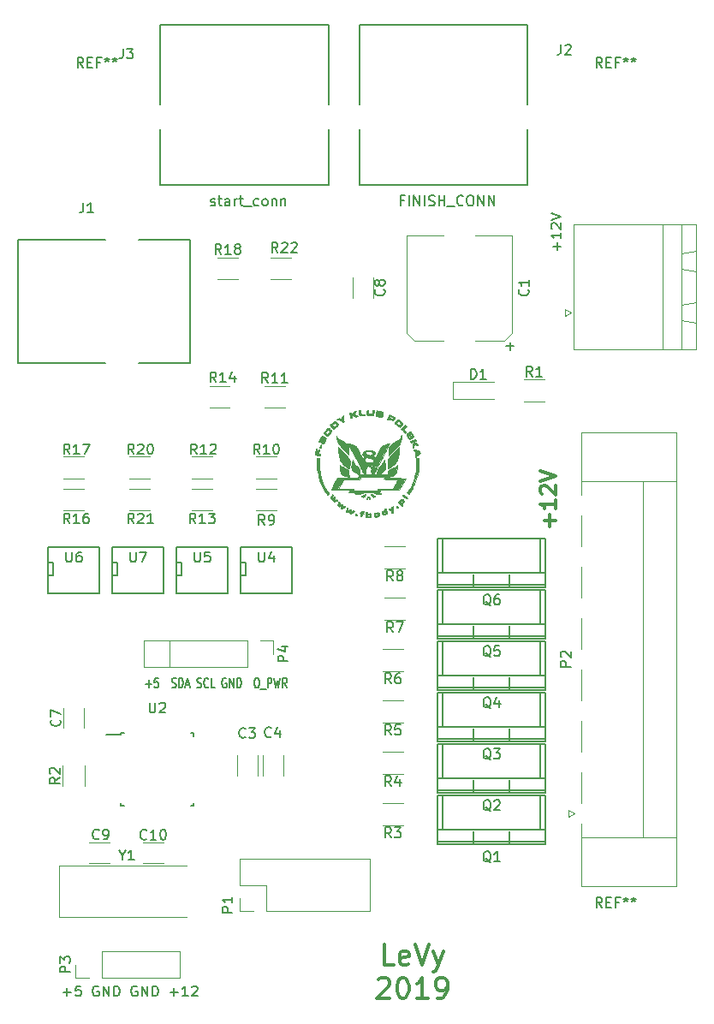
<source format=gbr>
G04 #@! TF.GenerationSoftware,KiCad,Pcbnew,(5.0.2)-1*
G04 #@! TF.CreationDate,2019-01-28T20:15:30+01:00*
G04 #@! TF.ProjectId,plyta_glowna,706c7974-615f-4676-9c6f-776e612e6b69,rev?*
G04 #@! TF.SameCoordinates,Original*
G04 #@! TF.FileFunction,Legend,Top*
G04 #@! TF.FilePolarity,Positive*
%FSLAX46Y46*%
G04 Gerber Fmt 4.6, Leading zero omitted, Abs format (unit mm)*
G04 Created by KiCad (PCBNEW (5.0.2)-1) date 2019-01-28 20:15:30*
%MOMM*%
%LPD*%
G01*
G04 APERTURE LIST*
%ADD10C,0.150000*%
%ADD11C,0.300000*%
%ADD12C,0.120000*%
%ADD13C,0.010000*%
G04 APERTURE END LIST*
D10*
X39608952Y-120467428D02*
X40370857Y-120467428D01*
X39989904Y-120848380D02*
X39989904Y-120086476D01*
X41323238Y-119848380D02*
X40847047Y-119848380D01*
X40799428Y-120324571D01*
X40847047Y-120276952D01*
X40942285Y-120229333D01*
X41180380Y-120229333D01*
X41275619Y-120276952D01*
X41323238Y-120324571D01*
X41370857Y-120419809D01*
X41370857Y-120657904D01*
X41323238Y-120753142D01*
X41275619Y-120800761D01*
X41180380Y-120848380D01*
X40942285Y-120848380D01*
X40847047Y-120800761D01*
X40799428Y-120753142D01*
X43085142Y-119896000D02*
X42989904Y-119848380D01*
X42847047Y-119848380D01*
X42704190Y-119896000D01*
X42608952Y-119991238D01*
X42561333Y-120086476D01*
X42513714Y-120276952D01*
X42513714Y-120419809D01*
X42561333Y-120610285D01*
X42608952Y-120705523D01*
X42704190Y-120800761D01*
X42847047Y-120848380D01*
X42942285Y-120848380D01*
X43085142Y-120800761D01*
X43132761Y-120753142D01*
X43132761Y-120419809D01*
X42942285Y-120419809D01*
X43561333Y-120848380D02*
X43561333Y-119848380D01*
X44132761Y-120848380D01*
X44132761Y-119848380D01*
X44608952Y-120848380D02*
X44608952Y-119848380D01*
X44847047Y-119848380D01*
X44989904Y-119896000D01*
X45085142Y-119991238D01*
X45132761Y-120086476D01*
X45180380Y-120276952D01*
X45180380Y-120419809D01*
X45132761Y-120610285D01*
X45085142Y-120705523D01*
X44989904Y-120800761D01*
X44847047Y-120848380D01*
X44608952Y-120848380D01*
X46894666Y-119896000D02*
X46799428Y-119848380D01*
X46656571Y-119848380D01*
X46513714Y-119896000D01*
X46418476Y-119991238D01*
X46370857Y-120086476D01*
X46323238Y-120276952D01*
X46323238Y-120419809D01*
X46370857Y-120610285D01*
X46418476Y-120705523D01*
X46513714Y-120800761D01*
X46656571Y-120848380D01*
X46751809Y-120848380D01*
X46894666Y-120800761D01*
X46942285Y-120753142D01*
X46942285Y-120419809D01*
X46751809Y-120419809D01*
X47370857Y-120848380D02*
X47370857Y-119848380D01*
X47942285Y-120848380D01*
X47942285Y-119848380D01*
X48418476Y-120848380D02*
X48418476Y-119848380D01*
X48656571Y-119848380D01*
X48799428Y-119896000D01*
X48894666Y-119991238D01*
X48942285Y-120086476D01*
X48989904Y-120276952D01*
X48989904Y-120419809D01*
X48942285Y-120610285D01*
X48894666Y-120705523D01*
X48799428Y-120800761D01*
X48656571Y-120848380D01*
X48418476Y-120848380D01*
X50180380Y-120467428D02*
X50942285Y-120467428D01*
X50561333Y-120848380D02*
X50561333Y-120086476D01*
X51942285Y-120848380D02*
X51370857Y-120848380D01*
X51656571Y-120848380D02*
X51656571Y-119848380D01*
X51561333Y-119991238D01*
X51466095Y-120086476D01*
X51370857Y-120134095D01*
X52323238Y-119943619D02*
X52370857Y-119896000D01*
X52466095Y-119848380D01*
X52704190Y-119848380D01*
X52799428Y-119896000D01*
X52847047Y-119943619D01*
X52894666Y-120038857D01*
X52894666Y-120134095D01*
X52847047Y-120276952D01*
X52275619Y-120848380D01*
X52894666Y-120848380D01*
D11*
X87737142Y-74397857D02*
X87737142Y-73255000D01*
X88308571Y-73826428D02*
X87165714Y-73826428D01*
X88308571Y-71755000D02*
X88308571Y-72612142D01*
X88308571Y-72183571D02*
X86808571Y-72183571D01*
X87022857Y-72326428D01*
X87165714Y-72469285D01*
X87237142Y-72612142D01*
X86951428Y-71183571D02*
X86880000Y-71112142D01*
X86808571Y-70969285D01*
X86808571Y-70612142D01*
X86880000Y-70469285D01*
X86951428Y-70397857D01*
X87094285Y-70326428D01*
X87237142Y-70326428D01*
X87451428Y-70397857D01*
X88308571Y-71255000D01*
X88308571Y-70326428D01*
X86808571Y-69897857D02*
X88308571Y-69397857D01*
X86808571Y-68897857D01*
X72310857Y-117745761D02*
X71358476Y-117745761D01*
X71358476Y-115745761D01*
X73739428Y-117650523D02*
X73548952Y-117745761D01*
X73168000Y-117745761D01*
X72977523Y-117650523D01*
X72882285Y-117460047D01*
X72882285Y-116698142D01*
X72977523Y-116507666D01*
X73168000Y-116412428D01*
X73548952Y-116412428D01*
X73739428Y-116507666D01*
X73834666Y-116698142D01*
X73834666Y-116888619D01*
X72882285Y-117079095D01*
X74406095Y-115745761D02*
X75072761Y-117745761D01*
X75739428Y-115745761D01*
X76215619Y-116412428D02*
X76691809Y-117745761D01*
X77168000Y-116412428D02*
X76691809Y-117745761D01*
X76501333Y-118221952D01*
X76406095Y-118317190D01*
X76215619Y-118412428D01*
X70739428Y-119236238D02*
X70834666Y-119141000D01*
X71025142Y-119045761D01*
X71501333Y-119045761D01*
X71691809Y-119141000D01*
X71787047Y-119236238D01*
X71882285Y-119426714D01*
X71882285Y-119617190D01*
X71787047Y-119902904D01*
X70644190Y-121045761D01*
X71882285Y-121045761D01*
X73120380Y-119045761D02*
X73310857Y-119045761D01*
X73501333Y-119141000D01*
X73596571Y-119236238D01*
X73691809Y-119426714D01*
X73787047Y-119807666D01*
X73787047Y-120283857D01*
X73691809Y-120664809D01*
X73596571Y-120855285D01*
X73501333Y-120950523D01*
X73310857Y-121045761D01*
X73120380Y-121045761D01*
X72929904Y-120950523D01*
X72834666Y-120855285D01*
X72739428Y-120664809D01*
X72644190Y-120283857D01*
X72644190Y-119807666D01*
X72739428Y-119426714D01*
X72834666Y-119236238D01*
X72929904Y-119141000D01*
X73120380Y-119045761D01*
X75691809Y-121045761D02*
X74548952Y-121045761D01*
X75120380Y-121045761D02*
X75120380Y-119045761D01*
X74929904Y-119331476D01*
X74739428Y-119521952D01*
X74548952Y-119617190D01*
X76644190Y-121045761D02*
X77025142Y-121045761D01*
X77215619Y-120950523D01*
X77310857Y-120855285D01*
X77501333Y-120569571D01*
X77596571Y-120188619D01*
X77596571Y-119426714D01*
X77501333Y-119236238D01*
X77406095Y-119141000D01*
X77215619Y-119045761D01*
X76834666Y-119045761D01*
X76644190Y-119141000D01*
X76548952Y-119236238D01*
X76453714Y-119426714D01*
X76453714Y-119902904D01*
X76548952Y-120093380D01*
X76644190Y-120188619D01*
X76834666Y-120283857D01*
X77215619Y-120283857D01*
X77406095Y-120188619D01*
X77501333Y-120093380D01*
X77596571Y-119902904D01*
D12*
G04 #@! TO.C,C1*
X73530000Y-55250000D02*
X73530000Y-45590000D01*
X74290000Y-56010000D02*
X73530000Y-55250000D01*
X83950000Y-55250000D02*
X83190000Y-56010000D01*
X83950000Y-45590000D02*
X83950000Y-55250000D01*
X73530000Y-45590000D02*
X77180000Y-45590000D01*
X83950000Y-45590000D02*
X80300000Y-45590000D01*
X83190000Y-56010000D02*
X80300000Y-56010000D01*
X74290000Y-56010000D02*
X77180000Y-56010000D01*
G04 #@! TO.C,C3*
X58805000Y-99020000D02*
X58805000Y-97020000D01*
X56765000Y-97020000D02*
X56765000Y-99020000D01*
G04 #@! TO.C,C4*
X61345000Y-99020000D02*
X61345000Y-97020000D01*
X59305000Y-97020000D02*
X59305000Y-99020000D01*
G04 #@! TO.C,C7*
X41660000Y-94345000D02*
X41660000Y-92345000D01*
X39620000Y-92345000D02*
X39620000Y-94345000D01*
G04 #@! TO.C,C8*
X70235000Y-51800000D02*
X70235000Y-49800000D01*
X68195000Y-49800000D02*
X68195000Y-51800000D01*
G04 #@! TO.C,C9*
X42180000Y-107700000D02*
X44180000Y-107700000D01*
X44180000Y-105660000D02*
X42180000Y-105660000D01*
G04 #@! TO.C,C10*
X47490000Y-107700000D02*
X49490000Y-107700000D01*
X49490000Y-105660000D02*
X47490000Y-105660000D01*
G04 #@! TO.C,D1*
X78195000Y-60110000D02*
X82245000Y-60110000D01*
X78195000Y-61810000D02*
X82245000Y-61810000D01*
X78145000Y-60110000D02*
X78145000Y-61810000D01*
D10*
G04 #@! TO.C,J1*
X43744680Y-46067760D02*
X35108680Y-46067760D01*
X52126680Y-46067760D02*
X47046680Y-46067760D01*
X43744680Y-58259760D02*
X35108680Y-58259760D01*
X52126680Y-58259760D02*
X47046680Y-58259760D01*
X35108680Y-58259760D02*
X35108680Y-46067760D01*
X52126680Y-46067760D02*
X52126680Y-58259760D01*
G04 #@! TO.C,J2*
X85534500Y-40640000D02*
X68897500Y-40640000D01*
X68897500Y-24828500D02*
X68897500Y-32702500D01*
X85534500Y-24828500D02*
X85534500Y-32702500D01*
X85534500Y-24828500D02*
X68897500Y-24828500D01*
X68897500Y-40640000D02*
X68897500Y-35115500D01*
X85534500Y-40640000D02*
X85534500Y-35115500D01*
G04 #@! TO.C,J3*
X65849500Y-40640000D02*
X65849500Y-35115500D01*
X49212500Y-40640000D02*
X49212500Y-35115500D01*
X65849500Y-24828500D02*
X49212500Y-24828500D01*
X65849500Y-24828500D02*
X65849500Y-32702500D01*
X49212500Y-24828500D02*
X49212500Y-32702500D01*
X65849500Y-40640000D02*
X49212500Y-40640000D01*
D12*
G04 #@! TO.C,P1*
X57090000Y-112455000D02*
X57090000Y-111125000D01*
X58420000Y-112455000D02*
X57090000Y-112455000D01*
X57090000Y-109855000D02*
X57090000Y-107255000D01*
X59690000Y-109855000D02*
X57090000Y-109855000D01*
X59690000Y-112455000D02*
X59690000Y-109855000D01*
X57090000Y-107255000D02*
X69910000Y-107255000D01*
X59690000Y-112455000D02*
X69910000Y-112455000D01*
X69910000Y-112455000D02*
X69910000Y-107255000D01*
G04 #@! TO.C,P2*
X89545320Y-103076240D02*
X89545320Y-102476240D01*
X90145320Y-102776240D02*
X89545320Y-103076240D01*
X89545320Y-102476240D02*
X90145320Y-102776240D01*
X90865320Y-69916240D02*
X100225320Y-69916240D01*
X90865320Y-105156240D02*
X100225320Y-105156240D01*
X96945320Y-105156240D02*
X96945320Y-69916240D01*
X90865320Y-76326240D02*
X90865320Y-73346240D01*
X90865320Y-81406240D02*
X90865320Y-78426240D01*
X90865320Y-86486240D02*
X90865320Y-83506240D01*
X90865320Y-91566240D02*
X90865320Y-88586240D01*
X90865320Y-96646240D02*
X90865320Y-93666240D01*
X90865320Y-101726240D02*
X90865320Y-98746240D01*
X90865320Y-65116240D02*
X90865320Y-71246240D01*
X90865320Y-109956240D02*
X90865320Y-103826240D01*
X100225320Y-65116240D02*
X90865320Y-65116240D01*
X100225320Y-109956240D02*
X100225320Y-65116240D01*
X90865320Y-109956240D02*
X100225320Y-109956240D01*
G04 #@! TO.C,Power1*
X89265320Y-53546240D02*
X89265320Y-52946240D01*
X89865320Y-53246240D02*
X89265320Y-53546240D01*
X89265320Y-52946240D02*
X89865320Y-53246240D01*
X100725320Y-48916240D02*
X102225320Y-49166240D01*
X100725320Y-47416240D02*
X100725320Y-48916240D01*
X102225320Y-47166240D02*
X100725320Y-47416240D01*
X102225320Y-49166240D02*
X102225320Y-47166240D01*
X100725320Y-53996240D02*
X102225320Y-54246240D01*
X100725320Y-52496240D02*
X100725320Y-53996240D01*
X102225320Y-52246240D02*
X100725320Y-52496240D01*
X102225320Y-54246240D02*
X102225320Y-52246240D01*
X100725320Y-44546240D02*
X100725320Y-56866240D01*
X98925320Y-44546240D02*
X100725320Y-44546240D01*
X98925320Y-56866240D02*
X98925320Y-44546240D01*
X100725320Y-56866240D02*
X98925320Y-56866240D01*
X90065320Y-44546240D02*
X90065320Y-56866240D01*
X102225320Y-44546240D02*
X90065320Y-44546240D01*
X102225320Y-56866240D02*
X102225320Y-44546240D01*
X90065320Y-56866240D02*
X102225320Y-56866240D01*
D10*
G04 #@! TO.C,Q1*
X76651320Y-105824240D02*
X87319320Y-105824240D01*
X76651320Y-105824240D02*
X76651320Y-100998240D01*
X87319320Y-105824240D02*
X87319320Y-100998240D01*
X76651320Y-100998240D02*
X87319320Y-100998240D01*
X87319320Y-104427240D02*
X76651320Y-104427240D01*
X83763320Y-104554240D02*
X83763320Y-105824240D01*
X80207320Y-104554240D02*
X80207320Y-105824240D01*
X76651320Y-105570240D02*
X87319320Y-105570240D01*
X86811320Y-104427240D02*
X86811320Y-100998240D01*
X77159320Y-104427240D02*
X77159320Y-100998240D01*
G04 #@! TO.C,Q2*
X77159320Y-99347240D02*
X77159320Y-95918240D01*
X86811320Y-99347240D02*
X86811320Y-95918240D01*
X76651320Y-100490240D02*
X87319320Y-100490240D01*
X80207320Y-99474240D02*
X80207320Y-100744240D01*
X83763320Y-99474240D02*
X83763320Y-100744240D01*
X87319320Y-99347240D02*
X76651320Y-99347240D01*
X76651320Y-95918240D02*
X87319320Y-95918240D01*
X87319320Y-100744240D02*
X87319320Y-95918240D01*
X76651320Y-100744240D02*
X76651320Y-95918240D01*
X76651320Y-100744240D02*
X87319320Y-100744240D01*
G04 #@! TO.C,Q3*
X77159320Y-94267240D02*
X77159320Y-90838240D01*
X86811320Y-94267240D02*
X86811320Y-90838240D01*
X76651320Y-95410240D02*
X87319320Y-95410240D01*
X80207320Y-94394240D02*
X80207320Y-95664240D01*
X83763320Y-94394240D02*
X83763320Y-95664240D01*
X87319320Y-94267240D02*
X76651320Y-94267240D01*
X76651320Y-90838240D02*
X87319320Y-90838240D01*
X87319320Y-95664240D02*
X87319320Y-90838240D01*
X76651320Y-95664240D02*
X76651320Y-90838240D01*
X76651320Y-95664240D02*
X87319320Y-95664240D01*
G04 #@! TO.C,Q4*
X77159320Y-89187240D02*
X77159320Y-85758240D01*
X86811320Y-89187240D02*
X86811320Y-85758240D01*
X76651320Y-90330240D02*
X87319320Y-90330240D01*
X80207320Y-89314240D02*
X80207320Y-90584240D01*
X83763320Y-89314240D02*
X83763320Y-90584240D01*
X87319320Y-89187240D02*
X76651320Y-89187240D01*
X76651320Y-85758240D02*
X87319320Y-85758240D01*
X87319320Y-90584240D02*
X87319320Y-85758240D01*
X76651320Y-90584240D02*
X76651320Y-85758240D01*
X76651320Y-90584240D02*
X87319320Y-90584240D01*
G04 #@! TO.C,Q5*
X76651320Y-85504240D02*
X87319320Y-85504240D01*
X76651320Y-85504240D02*
X76651320Y-80678240D01*
X87319320Y-85504240D02*
X87319320Y-80678240D01*
X76651320Y-80678240D02*
X87319320Y-80678240D01*
X87319320Y-84107240D02*
X76651320Y-84107240D01*
X83763320Y-84234240D02*
X83763320Y-85504240D01*
X80207320Y-84234240D02*
X80207320Y-85504240D01*
X76651320Y-85250240D02*
X87319320Y-85250240D01*
X86811320Y-84107240D02*
X86811320Y-80678240D01*
X77159320Y-84107240D02*
X77159320Y-80678240D01*
G04 #@! TO.C,Q6*
X76651320Y-80424240D02*
X87319320Y-80424240D01*
X76651320Y-80424240D02*
X76651320Y-75598240D01*
X87319320Y-80424240D02*
X87319320Y-75598240D01*
X76651320Y-75598240D02*
X87319320Y-75598240D01*
X87319320Y-79027240D02*
X76651320Y-79027240D01*
X83763320Y-79154240D02*
X83763320Y-80424240D01*
X80207320Y-79154240D02*
X80207320Y-80424240D01*
X76651320Y-80170240D02*
X87319320Y-80170240D01*
X86811320Y-79027240D02*
X86811320Y-75598240D01*
X77159320Y-79027240D02*
X77159320Y-75598240D01*
D12*
G04 #@! TO.C,R1*
X87180000Y-62030000D02*
X85180000Y-62030000D01*
X85180000Y-59890000D02*
X87180000Y-59890000D01*
G04 #@! TO.C,R2*
X39570000Y-100060000D02*
X39570000Y-98060000D01*
X41710000Y-98060000D02*
X41710000Y-100060000D01*
G04 #@! TO.C,R3*
X73210000Y-103940000D02*
X71210000Y-103940000D01*
X71210000Y-101800000D02*
X73210000Y-101800000D01*
G04 #@! TO.C,R4*
X71210000Y-96720000D02*
X73210000Y-96720000D01*
X73210000Y-98860000D02*
X71210000Y-98860000D01*
G04 #@! TO.C,R5*
X71210000Y-91640000D02*
X73210000Y-91640000D01*
X73210000Y-93780000D02*
X71210000Y-93780000D01*
G04 #@! TO.C,R6*
X73210000Y-88700000D02*
X71210000Y-88700000D01*
X71210000Y-86560000D02*
X73210000Y-86560000D01*
G04 #@! TO.C,R7*
X73390000Y-83620000D02*
X71390000Y-83620000D01*
X71390000Y-81480000D02*
X73390000Y-81480000D01*
G04 #@! TO.C,R8*
X73390000Y-78540000D02*
X71390000Y-78540000D01*
X71390000Y-76400000D02*
X73390000Y-76400000D01*
G04 #@! TO.C,R9*
X58690000Y-70685000D02*
X60690000Y-70685000D01*
X60690000Y-72825000D02*
X58690000Y-72825000D01*
G04 #@! TO.C,R10*
X58690000Y-67510000D02*
X60690000Y-67510000D01*
X60690000Y-69650000D02*
X58690000Y-69650000D01*
G04 #@! TO.C,R11*
X59505000Y-60525000D02*
X61505000Y-60525000D01*
X61505000Y-62665000D02*
X59505000Y-62665000D01*
G04 #@! TO.C,R12*
X52340000Y-67510000D02*
X54340000Y-67510000D01*
X54340000Y-69650000D02*
X52340000Y-69650000D01*
G04 #@! TO.C,R13*
X52340000Y-70685000D02*
X54340000Y-70685000D01*
X54340000Y-72825000D02*
X52340000Y-72825000D01*
G04 #@! TO.C,R14*
X54065000Y-60525000D02*
X56065000Y-60525000D01*
X56065000Y-62665000D02*
X54065000Y-62665000D01*
G04 #@! TO.C,R16*
X41640000Y-72825000D02*
X39640000Y-72825000D01*
X39640000Y-70685000D02*
X41640000Y-70685000D01*
G04 #@! TO.C,R17*
X41640000Y-69650000D02*
X39640000Y-69650000D01*
X39640000Y-67510000D02*
X41640000Y-67510000D01*
G04 #@! TO.C,R18*
X56880000Y-49965000D02*
X54880000Y-49965000D01*
X54880000Y-47825000D02*
X56880000Y-47825000D01*
G04 #@! TO.C,R20*
X46170000Y-67510000D02*
X48170000Y-67510000D01*
X48170000Y-69650000D02*
X46170000Y-69650000D01*
G04 #@! TO.C,R21*
X46170000Y-70685000D02*
X48170000Y-70685000D01*
X48170000Y-72825000D02*
X46170000Y-72825000D01*
G04 #@! TO.C,R22*
X60140000Y-47825000D02*
X62140000Y-47825000D01*
X62140000Y-49965000D02*
X60140000Y-49965000D01*
D10*
G04 #@! TO.C,U2*
X45270000Y-95025000D02*
X43845000Y-95025000D01*
X52520000Y-94800000D02*
X52195000Y-94800000D01*
X52520000Y-102050000D02*
X52195000Y-102050000D01*
X45270000Y-102050000D02*
X45595000Y-102050000D01*
X45270000Y-94800000D02*
X45595000Y-94800000D01*
X45270000Y-102050000D02*
X45270000Y-101725000D01*
X52520000Y-102050000D02*
X52520000Y-101725000D01*
X52520000Y-94800000D02*
X52520000Y-95125000D01*
X45270000Y-94800000D02*
X45270000Y-95025000D01*
G04 #@! TO.C,U4*
X57658000Y-79248000D02*
X57150000Y-79248000D01*
X57658000Y-77978000D02*
X57658000Y-79248000D01*
X57150000Y-77978000D02*
X57658000Y-77978000D01*
X57150000Y-81026000D02*
X57150000Y-76454000D01*
X62230000Y-81026000D02*
X57150000Y-81026000D01*
X62230000Y-76454000D02*
X62230000Y-81026000D01*
X57150000Y-76454000D02*
X62230000Y-76454000D01*
G04 #@! TO.C,U5*
X50800000Y-76454000D02*
X55880000Y-76454000D01*
X55880000Y-76454000D02*
X55880000Y-81026000D01*
X55880000Y-81026000D02*
X50800000Y-81026000D01*
X50800000Y-81026000D02*
X50800000Y-76454000D01*
X50800000Y-77978000D02*
X51308000Y-77978000D01*
X51308000Y-77978000D02*
X51308000Y-79248000D01*
X51308000Y-79248000D02*
X50800000Y-79248000D01*
G04 #@! TO.C,U6*
X38100000Y-76454000D02*
X43180000Y-76454000D01*
X43180000Y-76454000D02*
X43180000Y-81026000D01*
X43180000Y-81026000D02*
X38100000Y-81026000D01*
X38100000Y-81026000D02*
X38100000Y-76454000D01*
X38100000Y-77978000D02*
X38608000Y-77978000D01*
X38608000Y-77978000D02*
X38608000Y-79248000D01*
X38608000Y-79248000D02*
X38100000Y-79248000D01*
G04 #@! TO.C,U7*
X44958000Y-79248000D02*
X44450000Y-79248000D01*
X44958000Y-77978000D02*
X44958000Y-79248000D01*
X44450000Y-77978000D02*
X44958000Y-77978000D01*
X44450000Y-81026000D02*
X44450000Y-76454000D01*
X49530000Y-81026000D02*
X44450000Y-81026000D01*
X49530000Y-76454000D02*
X49530000Y-81026000D01*
X44450000Y-76454000D02*
X49530000Y-76454000D01*
D12*
G04 #@! TO.C,Y1*
X39215000Y-113040000D02*
X51815000Y-113040000D01*
X39215000Y-107940000D02*
X39215000Y-113040000D01*
X51815000Y-107940000D02*
X39215000Y-107940000D01*
G04 #@! TO.C,+5  SDA SCL GND  O_PWR*
X60385000Y-85665000D02*
X60385000Y-86995000D01*
X59055000Y-85665000D02*
X60385000Y-85665000D01*
X57785000Y-85665000D02*
X57785000Y-88325000D01*
X57785000Y-88325000D02*
X50105000Y-88325000D01*
X57785000Y-85665000D02*
X50105000Y-85665000D01*
X50105000Y-85665000D02*
X50105000Y-88325000D01*
D13*
G04 #@! TO.C,G\002A\002A\002A*
G36*
X69626763Y-72955751D02*
X69644159Y-72986660D01*
X69646800Y-73034775D01*
X69646800Y-73120750D01*
X69811496Y-73107530D01*
X69923677Y-73103367D01*
X69995099Y-73117142D01*
X70034560Y-73155618D01*
X70050858Y-73225559D01*
X70053200Y-73293369D01*
X70049090Y-73379058D01*
X70033186Y-73430952D01*
X70000125Y-73465648D01*
X69996748Y-73468059D01*
X69922750Y-73497009D01*
X69826946Y-73506692D01*
X69734984Y-73495980D01*
X69695930Y-73481306D01*
X69655493Y-73467986D01*
X69646800Y-73481306D01*
X69625068Y-73501069D01*
X69583300Y-73507600D01*
X69519800Y-73507600D01*
X69519800Y-73288943D01*
X69676516Y-73288943D01*
X69688338Y-73356856D01*
X69733580Y-73398160D01*
X69799665Y-73407810D01*
X69874017Y-73380763D01*
X69885657Y-73372826D01*
X69920517Y-73318614D01*
X69922262Y-73277576D01*
X69910997Y-73238982D01*
X69881900Y-73220797D01*
X69820309Y-73215626D01*
X69799200Y-73215500D01*
X69728374Y-73218145D01*
X69693470Y-73231997D01*
X69679663Y-73265932D01*
X69676516Y-73288943D01*
X69519800Y-73288943D01*
X69519800Y-72948800D01*
X69583300Y-72948800D01*
X69626763Y-72955751D01*
X69626763Y-72955751D01*
G37*
X69626763Y-72955751D02*
X69644159Y-72986660D01*
X69646800Y-73034775D01*
X69646800Y-73120750D01*
X69811496Y-73107530D01*
X69923677Y-73103367D01*
X69995099Y-73117142D01*
X70034560Y-73155618D01*
X70050858Y-73225559D01*
X70053200Y-73293369D01*
X70049090Y-73379058D01*
X70033186Y-73430952D01*
X70000125Y-73465648D01*
X69996748Y-73468059D01*
X69922750Y-73497009D01*
X69826946Y-73506692D01*
X69734984Y-73495980D01*
X69695930Y-73481306D01*
X69655493Y-73467986D01*
X69646800Y-73481306D01*
X69625068Y-73501069D01*
X69583300Y-73507600D01*
X69519800Y-73507600D01*
X69519800Y-73288943D01*
X69676516Y-73288943D01*
X69688338Y-73356856D01*
X69733580Y-73398160D01*
X69799665Y-73407810D01*
X69874017Y-73380763D01*
X69885657Y-73372826D01*
X69920517Y-73318614D01*
X69922262Y-73277576D01*
X69910997Y-73238982D01*
X69881900Y-73220797D01*
X69820309Y-73215626D01*
X69799200Y-73215500D01*
X69728374Y-73218145D01*
X69693470Y-73231997D01*
X69679663Y-73265932D01*
X69676516Y-73288943D01*
X69519800Y-73288943D01*
X69519800Y-72948800D01*
X69583300Y-72948800D01*
X69626763Y-72955751D01*
G36*
X70769515Y-73029203D02*
X70820244Y-73076746D01*
X70849543Y-73161483D01*
X70855230Y-73194122D01*
X70863170Y-73270893D01*
X70854690Y-73317167D01*
X70825560Y-73351763D01*
X70818467Y-73357661D01*
X70757289Y-73390209D01*
X70665026Y-73421020D01*
X70561269Y-73444840D01*
X70465612Y-73456416D01*
X70448759Y-73456800D01*
X70388025Y-73440930D01*
X70357300Y-73417857D01*
X70335722Y-73370256D01*
X70318208Y-73294472D01*
X70313103Y-73255300D01*
X70312065Y-73236037D01*
X70459600Y-73236037D01*
X70466098Y-73289625D01*
X70476533Y-73312866D01*
X70521227Y-73328544D01*
X70588268Y-73326114D01*
X70653396Y-73307687D01*
X70674390Y-73295652D01*
X70705066Y-73249459D01*
X70706035Y-73192704D01*
X70681491Y-73145177D01*
X70638569Y-73126600D01*
X70549092Y-73140711D01*
X70485581Y-73178289D01*
X70459701Y-73232201D01*
X70459600Y-73236037D01*
X70312065Y-73236037D01*
X70308919Y-73177728D01*
X70319029Y-73132390D01*
X70348715Y-73101527D01*
X70361362Y-73092991D01*
X70419413Y-73067179D01*
X70505634Y-73041443D01*
X70572053Y-73026978D01*
X70689428Y-73014174D01*
X70769515Y-73029203D01*
X70769515Y-73029203D01*
G37*
X70769515Y-73029203D02*
X70820244Y-73076746D01*
X70849543Y-73161483D01*
X70855230Y-73194122D01*
X70863170Y-73270893D01*
X70854690Y-73317167D01*
X70825560Y-73351763D01*
X70818467Y-73357661D01*
X70757289Y-73390209D01*
X70665026Y-73421020D01*
X70561269Y-73444840D01*
X70465612Y-73456416D01*
X70448759Y-73456800D01*
X70388025Y-73440930D01*
X70357300Y-73417857D01*
X70335722Y-73370256D01*
X70318208Y-73294472D01*
X70313103Y-73255300D01*
X70312065Y-73236037D01*
X70459600Y-73236037D01*
X70466098Y-73289625D01*
X70476533Y-73312866D01*
X70521227Y-73328544D01*
X70588268Y-73326114D01*
X70653396Y-73307687D01*
X70674390Y-73295652D01*
X70705066Y-73249459D01*
X70706035Y-73192704D01*
X70681491Y-73145177D01*
X70638569Y-73126600D01*
X70549092Y-73140711D01*
X70485581Y-73178289D01*
X70459701Y-73232201D01*
X70459600Y-73236037D01*
X70312065Y-73236037D01*
X70308919Y-73177728D01*
X70319029Y-73132390D01*
X70348715Y-73101527D01*
X70361362Y-73092991D01*
X70419413Y-73067179D01*
X70505634Y-73041443D01*
X70572053Y-73026978D01*
X70689428Y-73014174D01*
X70769515Y-73029203D01*
G36*
X69304895Y-72909621D02*
X69316087Y-72934361D01*
X69316600Y-72947408D01*
X69302004Y-72988479D01*
X69254599Y-72999600D01*
X69195925Y-73009559D01*
X69177773Y-73032110D01*
X69203280Y-73056258D01*
X69235667Y-73065963D01*
X69288082Y-73084187D01*
X69300343Y-73115822D01*
X69297527Y-73130547D01*
X69271103Y-73167830D01*
X69218388Y-73172432D01*
X69179307Y-73172001D01*
X69156322Y-73190188D01*
X69141252Y-73238735D01*
X69130875Y-73298050D01*
X69115377Y-73376674D01*
X69096745Y-73416797D01*
X69067817Y-73430558D01*
X69052195Y-73431400D01*
X69001552Y-73426315D01*
X68981987Y-73418520D01*
X68978107Y-73388039D01*
X68982769Y-73325090D01*
X68988318Y-73285170D01*
X68996613Y-73202734D01*
X68987231Y-73154926D01*
X68971564Y-73136499D01*
X68940397Y-73093014D01*
X68940746Y-73049718D01*
X68971097Y-73025778D01*
X68980376Y-73025000D01*
X69024165Y-73004036D01*
X69050226Y-72967850D01*
X69077394Y-72930515D01*
X69126699Y-72910843D01*
X69195950Y-72902958D01*
X69269159Y-72900741D01*
X69304895Y-72909621D01*
X69304895Y-72909621D01*
G37*
X69304895Y-72909621D02*
X69316087Y-72934361D01*
X69316600Y-72947408D01*
X69302004Y-72988479D01*
X69254599Y-72999600D01*
X69195925Y-73009559D01*
X69177773Y-73032110D01*
X69203280Y-73056258D01*
X69235667Y-73065963D01*
X69288082Y-73084187D01*
X69300343Y-73115822D01*
X69297527Y-73130547D01*
X69271103Y-73167830D01*
X69218388Y-73172432D01*
X69179307Y-73172001D01*
X69156322Y-73190188D01*
X69141252Y-73238735D01*
X69130875Y-73298050D01*
X69115377Y-73376674D01*
X69096745Y-73416797D01*
X69067817Y-73430558D01*
X69052195Y-73431400D01*
X69001552Y-73426315D01*
X68981987Y-73418520D01*
X68978107Y-73388039D01*
X68982769Y-73325090D01*
X68988318Y-73285170D01*
X68996613Y-73202734D01*
X68987231Y-73154926D01*
X68971564Y-73136499D01*
X68940397Y-73093014D01*
X68940746Y-73049718D01*
X68971097Y-73025778D01*
X68980376Y-73025000D01*
X69024165Y-73004036D01*
X69050226Y-72967850D01*
X69077394Y-72930515D01*
X69126699Y-72910843D01*
X69195950Y-72902958D01*
X69269159Y-72900741D01*
X69304895Y-72909621D01*
G36*
X68551148Y-73168222D02*
X68618340Y-73190157D01*
X68644643Y-73220989D01*
X68639893Y-73272367D01*
X68639705Y-73273088D01*
X68625889Y-73309551D01*
X68600075Y-73323210D01*
X68546968Y-73318643D01*
X68510150Y-73311874D01*
X68468103Y-73299717D01*
X68455609Y-73274871D01*
X68465958Y-73220644D01*
X68468945Y-73209393D01*
X68489746Y-73169272D01*
X68531858Y-73164299D01*
X68551148Y-73168222D01*
X68551148Y-73168222D01*
G37*
X68551148Y-73168222D02*
X68618340Y-73190157D01*
X68644643Y-73220989D01*
X68639893Y-73272367D01*
X68639705Y-73273088D01*
X68625889Y-73309551D01*
X68600075Y-73323210D01*
X68546968Y-73318643D01*
X68510150Y-73311874D01*
X68468103Y-73299717D01*
X68455609Y-73274871D01*
X68465958Y-73220644D01*
X68468945Y-73209393D01*
X68489746Y-73169272D01*
X68531858Y-73164299D01*
X68551148Y-73168222D01*
G36*
X71484114Y-72628669D02*
X71507766Y-72654959D01*
X71534365Y-72709493D01*
X71569026Y-72799683D01*
X71599173Y-72883384D01*
X71639110Y-73004372D01*
X71656414Y-73085115D01*
X71650510Y-73131129D01*
X71620828Y-73147928D01*
X71572293Y-73142385D01*
X71523225Y-73151553D01*
X71487873Y-73177870D01*
X71430927Y-73219170D01*
X71378480Y-73239821D01*
X71310139Y-73257038D01*
X71266472Y-73269083D01*
X71216360Y-73260758D01*
X71160206Y-73219915D01*
X71111616Y-73150472D01*
X71081919Y-73067528D01*
X71079405Y-73037325D01*
X71221600Y-73037325D01*
X71242545Y-73097282D01*
X71296271Y-73128908D01*
X71369111Y-73124448D01*
X71372891Y-73123180D01*
X71435707Y-73093620D01*
X71475888Y-73062752D01*
X71489774Y-73013251D01*
X71467707Y-72962437D01*
X71420666Y-72928434D01*
X71391457Y-72923400D01*
X71326404Y-72938027D01*
X71265258Y-72973576D01*
X71226655Y-73017546D01*
X71221600Y-73037325D01*
X71079405Y-73037325D01*
X71075409Y-72989344D01*
X71093721Y-72937158D01*
X71141557Y-72901244D01*
X71215332Y-72866557D01*
X71295627Y-72840042D01*
X71363026Y-72828644D01*
X71388570Y-72831703D01*
X71418320Y-72834448D01*
X71414819Y-72807028D01*
X71386308Y-72720382D01*
X71383347Y-72667764D01*
X71406540Y-72638949D01*
X71425204Y-72631171D01*
X71458298Y-72623210D01*
X71484114Y-72628669D01*
X71484114Y-72628669D01*
G37*
X71484114Y-72628669D02*
X71507766Y-72654959D01*
X71534365Y-72709493D01*
X71569026Y-72799683D01*
X71599173Y-72883384D01*
X71639110Y-73004372D01*
X71656414Y-73085115D01*
X71650510Y-73131129D01*
X71620828Y-73147928D01*
X71572293Y-73142385D01*
X71523225Y-73151553D01*
X71487873Y-73177870D01*
X71430927Y-73219170D01*
X71378480Y-73239821D01*
X71310139Y-73257038D01*
X71266472Y-73269083D01*
X71216360Y-73260758D01*
X71160206Y-73219915D01*
X71111616Y-73150472D01*
X71081919Y-73067528D01*
X71079405Y-73037325D01*
X71221600Y-73037325D01*
X71242545Y-73097282D01*
X71296271Y-73128908D01*
X71369111Y-73124448D01*
X71372891Y-73123180D01*
X71435707Y-73093620D01*
X71475888Y-73062752D01*
X71489774Y-73013251D01*
X71467707Y-72962437D01*
X71420666Y-72928434D01*
X71391457Y-72923400D01*
X71326404Y-72938027D01*
X71265258Y-72973576D01*
X71226655Y-73017546D01*
X71221600Y-73037325D01*
X71079405Y-73037325D01*
X71075409Y-72989344D01*
X71093721Y-72937158D01*
X71141557Y-72901244D01*
X71215332Y-72866557D01*
X71295627Y-72840042D01*
X71363026Y-72828644D01*
X71388570Y-72831703D01*
X71418320Y-72834448D01*
X71414819Y-72807028D01*
X71386308Y-72720382D01*
X71383347Y-72667764D01*
X71406540Y-72638949D01*
X71425204Y-72631171D01*
X71458298Y-72623210D01*
X71484114Y-72628669D01*
G36*
X67657671Y-72546173D02*
X67703110Y-72562909D01*
X67734793Y-72580298D01*
X67751975Y-72603918D01*
X67755600Y-72644599D01*
X67746614Y-72713168D01*
X67725960Y-72820454D01*
X67725690Y-72821800D01*
X67721834Y-72853654D01*
X67732846Y-72858477D01*
X67765858Y-72833185D01*
X67822613Y-72779874D01*
X67889064Y-72720383D01*
X67935229Y-72693076D01*
X67973883Y-72691568D01*
X67989450Y-72696506D01*
X68022290Y-72715504D01*
X68039525Y-72749268D01*
X68045944Y-72811855D01*
X68046600Y-72864236D01*
X68046600Y-73009909D01*
X68145305Y-72913526D01*
X68204140Y-72858794D01*
X68243046Y-72835078D01*
X68277233Y-72836711D01*
X68310461Y-72851961D01*
X68376912Y-72886778D01*
X68084700Y-73172378D01*
X68002150Y-73132180D01*
X67950684Y-73101866D01*
X67926633Y-73064889D01*
X67919810Y-73002029D01*
X67919600Y-72976430D01*
X67919600Y-72860876D01*
X67839709Y-72940767D01*
X67788491Y-72989179D01*
X67752453Y-73006248D01*
X67711018Y-72996722D01*
X67672956Y-72979236D01*
X67586095Y-72937815D01*
X67603536Y-72746457D01*
X67613059Y-72653507D01*
X67622322Y-72582386D01*
X67629556Y-72546338D01*
X67630481Y-72544624D01*
X67657671Y-72546173D01*
X67657671Y-72546173D01*
G37*
X67657671Y-72546173D02*
X67703110Y-72562909D01*
X67734793Y-72580298D01*
X67751975Y-72603918D01*
X67755600Y-72644599D01*
X67746614Y-72713168D01*
X67725960Y-72820454D01*
X67725690Y-72821800D01*
X67721834Y-72853654D01*
X67732846Y-72858477D01*
X67765858Y-72833185D01*
X67822613Y-72779874D01*
X67889064Y-72720383D01*
X67935229Y-72693076D01*
X67973883Y-72691568D01*
X67989450Y-72696506D01*
X68022290Y-72715504D01*
X68039525Y-72749268D01*
X68045944Y-72811855D01*
X68046600Y-72864236D01*
X68046600Y-73009909D01*
X68145305Y-72913526D01*
X68204140Y-72858794D01*
X68243046Y-72835078D01*
X68277233Y-72836711D01*
X68310461Y-72851961D01*
X68376912Y-72886778D01*
X68084700Y-73172378D01*
X68002150Y-73132180D01*
X67950684Y-73101866D01*
X67926633Y-73064889D01*
X67919810Y-73002029D01*
X67919600Y-72976430D01*
X67919600Y-72860876D01*
X67839709Y-72940767D01*
X67788491Y-72989179D01*
X67752453Y-73006248D01*
X67711018Y-72996722D01*
X67672956Y-72979236D01*
X67586095Y-72937815D01*
X67603536Y-72746457D01*
X67613059Y-72653507D01*
X67622322Y-72582386D01*
X67629556Y-72546338D01*
X67630481Y-72544624D01*
X67657671Y-72546173D01*
G36*
X72234779Y-72686118D02*
X72247413Y-72822623D01*
X72251607Y-72918300D01*
X72245493Y-72982693D01*
X72227204Y-73025347D01*
X72194874Y-73055807D01*
X72158205Y-73077509D01*
X72115658Y-73085797D01*
X72086731Y-73053261D01*
X72074661Y-73010878D01*
X72098365Y-72990236D01*
X72127859Y-72963101D01*
X72134807Y-72927090D01*
X72118325Y-72903696D01*
X72101942Y-72903236D01*
X72068120Y-72893038D01*
X72007889Y-72860958D01*
X71934116Y-72815500D01*
X71859664Y-72765168D01*
X71797401Y-72718468D01*
X71760190Y-72683905D01*
X71755000Y-72673887D01*
X71774035Y-72648469D01*
X71808067Y-72623078D01*
X71842787Y-72607691D01*
X71878629Y-72613193D01*
X71929597Y-72644334D01*
X71977372Y-72680497D01*
X72040363Y-72727975D01*
X72084539Y-72758254D01*
X72098530Y-72764678D01*
X72098504Y-72738170D01*
X72093402Y-72675992D01*
X72086434Y-72610415D01*
X72078321Y-72526784D01*
X72081219Y-72478471D01*
X72099299Y-72450457D01*
X72136729Y-72427722D01*
X72137211Y-72427473D01*
X72205003Y-72392416D01*
X72234779Y-72686118D01*
X72234779Y-72686118D01*
G37*
X72234779Y-72686118D02*
X72247413Y-72822623D01*
X72251607Y-72918300D01*
X72245493Y-72982693D01*
X72227204Y-73025347D01*
X72194874Y-73055807D01*
X72158205Y-73077509D01*
X72115658Y-73085797D01*
X72086731Y-73053261D01*
X72074661Y-73010878D01*
X72098365Y-72990236D01*
X72127859Y-72963101D01*
X72134807Y-72927090D01*
X72118325Y-72903696D01*
X72101942Y-72903236D01*
X72068120Y-72893038D01*
X72007889Y-72860958D01*
X71934116Y-72815500D01*
X71859664Y-72765168D01*
X71797401Y-72718468D01*
X71760190Y-72683905D01*
X71755000Y-72673887D01*
X71774035Y-72648469D01*
X71808067Y-72623078D01*
X71842787Y-72607691D01*
X71878629Y-72613193D01*
X71929597Y-72644334D01*
X71977372Y-72680497D01*
X72040363Y-72727975D01*
X72084539Y-72758254D01*
X72098530Y-72764678D01*
X72098504Y-72738170D01*
X72093402Y-72675992D01*
X72086434Y-72610415D01*
X72078321Y-72526784D01*
X72081219Y-72478471D01*
X72099299Y-72450457D01*
X72136729Y-72427722D01*
X72137211Y-72427473D01*
X72205003Y-72392416D01*
X72234779Y-72686118D01*
G36*
X66883521Y-71971556D02*
X66915181Y-71992341D01*
X66941580Y-72015884D01*
X66949121Y-72044419D01*
X66938302Y-72093767D01*
X66920110Y-72149048D01*
X66898202Y-72220579D01*
X66887778Y-72269683D01*
X66888643Y-72281910D01*
X66913745Y-72275246D01*
X66966119Y-72246756D01*
X67000796Y-72224799D01*
X67069058Y-72184546D01*
X67115483Y-72173146D01*
X67155526Y-72185690D01*
X67196608Y-72224021D01*
X67205865Y-72283876D01*
X67184440Y-72374663D01*
X67180063Y-72387506D01*
X67164438Y-72445930D01*
X67163944Y-72480563D01*
X67165032Y-72482099D01*
X67191836Y-72477044D01*
X67245608Y-72449457D01*
X67283634Y-72425723D01*
X67388930Y-72356042D01*
X67440429Y-72407540D01*
X67491928Y-72459039D01*
X67325386Y-72564219D01*
X67245434Y-72613965D01*
X67183634Y-72651013D01*
X67151083Y-72668747D01*
X67148947Y-72669400D01*
X67124426Y-72655322D01*
X67077380Y-72620844D01*
X67069857Y-72614972D01*
X67030885Y-72579576D01*
X67014170Y-72543112D01*
X67018029Y-72490616D01*
X67040784Y-72407125D01*
X67044970Y-72393450D01*
X67063441Y-72333400D01*
X66854223Y-72453500D01*
X66720771Y-72320316D01*
X66779085Y-72139258D01*
X66808965Y-72052435D01*
X66834674Y-71988341D01*
X66851350Y-71958900D01*
X66852944Y-71958200D01*
X66883521Y-71971556D01*
X66883521Y-71971556D01*
G37*
X66883521Y-71971556D02*
X66915181Y-71992341D01*
X66941580Y-72015884D01*
X66949121Y-72044419D01*
X66938302Y-72093767D01*
X66920110Y-72149048D01*
X66898202Y-72220579D01*
X66887778Y-72269683D01*
X66888643Y-72281910D01*
X66913745Y-72275246D01*
X66966119Y-72246756D01*
X67000796Y-72224799D01*
X67069058Y-72184546D01*
X67115483Y-72173146D01*
X67155526Y-72185690D01*
X67196608Y-72224021D01*
X67205865Y-72283876D01*
X67184440Y-72374663D01*
X67180063Y-72387506D01*
X67164438Y-72445930D01*
X67163944Y-72480563D01*
X67165032Y-72482099D01*
X67191836Y-72477044D01*
X67245608Y-72449457D01*
X67283634Y-72425723D01*
X67388930Y-72356042D01*
X67440429Y-72407540D01*
X67491928Y-72459039D01*
X67325386Y-72564219D01*
X67245434Y-72613965D01*
X67183634Y-72651013D01*
X67151083Y-72668747D01*
X67148947Y-72669400D01*
X67124426Y-72655322D01*
X67077380Y-72620844D01*
X67069857Y-72614972D01*
X67030885Y-72579576D01*
X67014170Y-72543112D01*
X67018029Y-72490616D01*
X67040784Y-72407125D01*
X67044970Y-72393450D01*
X67063441Y-72333400D01*
X66854223Y-72453500D01*
X66720771Y-72320316D01*
X66779085Y-72139258D01*
X66808965Y-72052435D01*
X66834674Y-71988341D01*
X66851350Y-71958900D01*
X66852944Y-71958200D01*
X66883521Y-71971556D01*
G36*
X72659463Y-72398316D02*
X72685179Y-72428015D01*
X72715215Y-72478420D01*
X72707915Y-72513001D01*
X72659503Y-72550927D01*
X72612755Y-72576213D01*
X72581778Y-72568991D01*
X72557903Y-72545498D01*
X72523952Y-72500707D01*
X72527061Y-72468543D01*
X72570764Y-72432250D01*
X72583579Y-72423746D01*
X72631663Y-72395860D01*
X72659463Y-72398316D01*
X72659463Y-72398316D01*
G37*
X72659463Y-72398316D02*
X72685179Y-72428015D01*
X72715215Y-72478420D01*
X72707915Y-72513001D01*
X72659503Y-72550927D01*
X72612755Y-72576213D01*
X72581778Y-72568991D01*
X72557903Y-72545498D01*
X72523952Y-72500707D01*
X72527061Y-72468543D01*
X72570764Y-72432250D01*
X72583579Y-72423746D01*
X72631663Y-72395860D01*
X72659463Y-72398316D01*
G36*
X73134711Y-71698051D02*
X73201245Y-71746037D01*
X73260999Y-71808106D01*
X73298647Y-71869607D01*
X73304400Y-71896447D01*
X73288081Y-71950320D01*
X73247412Y-72016491D01*
X73194822Y-72079541D01*
X73142743Y-72124054D01*
X73111268Y-72136000D01*
X73079854Y-72145463D01*
X73087503Y-72176703D01*
X73132100Y-72230754D01*
X73169082Y-72281752D01*
X73167557Y-72322485D01*
X73162035Y-72332479D01*
X73128769Y-72371208D01*
X73112085Y-72381626D01*
X73084755Y-72368388D01*
X73030101Y-72326816D01*
X72957116Y-72264095D01*
X72904350Y-72215620D01*
X72826422Y-72140179D01*
X72764829Y-72076588D01*
X72727574Y-72033340D01*
X72720200Y-72020239D01*
X72736305Y-71988753D01*
X72751139Y-71970663D01*
X72906026Y-71970663D01*
X72912093Y-72004709D01*
X72936688Y-72035050D01*
X72985295Y-72076550D01*
X73029829Y-72077285D01*
X73085905Y-72036750D01*
X73093212Y-72029972D01*
X73142796Y-71962019D01*
X73145529Y-71898979D01*
X73115118Y-71857611D01*
X73057799Y-71839241D01*
X72992753Y-71861490D01*
X72934370Y-71919241D01*
X72932075Y-71922677D01*
X72906026Y-71970663D01*
X72751139Y-71970663D01*
X72775734Y-71940671D01*
X72782276Y-71933756D01*
X72838120Y-71875854D01*
X72907186Y-71804351D01*
X72936484Y-71774050D01*
X72998132Y-71719383D01*
X73053850Y-71684933D01*
X73076724Y-71678800D01*
X73134711Y-71698051D01*
X73134711Y-71698051D01*
G37*
X73134711Y-71698051D02*
X73201245Y-71746037D01*
X73260999Y-71808106D01*
X73298647Y-71869607D01*
X73304400Y-71896447D01*
X73288081Y-71950320D01*
X73247412Y-72016491D01*
X73194822Y-72079541D01*
X73142743Y-72124054D01*
X73111268Y-72136000D01*
X73079854Y-72145463D01*
X73087503Y-72176703D01*
X73132100Y-72230754D01*
X73169082Y-72281752D01*
X73167557Y-72322485D01*
X73162035Y-72332479D01*
X73128769Y-72371208D01*
X73112085Y-72381626D01*
X73084755Y-72368388D01*
X73030101Y-72326816D01*
X72957116Y-72264095D01*
X72904350Y-72215620D01*
X72826422Y-72140179D01*
X72764829Y-72076588D01*
X72727574Y-72033340D01*
X72720200Y-72020239D01*
X72736305Y-71988753D01*
X72751139Y-71970663D01*
X72906026Y-71970663D01*
X72912093Y-72004709D01*
X72936688Y-72035050D01*
X72985295Y-72076550D01*
X73029829Y-72077285D01*
X73085905Y-72036750D01*
X73093212Y-72029972D01*
X73142796Y-71962019D01*
X73145529Y-71898979D01*
X73115118Y-71857611D01*
X73057799Y-71839241D01*
X72992753Y-71861490D01*
X72934370Y-71919241D01*
X72932075Y-71922677D01*
X72906026Y-71970663D01*
X72751139Y-71970663D01*
X72775734Y-71940671D01*
X72782276Y-71933756D01*
X72838120Y-71875854D01*
X72907186Y-71804351D01*
X72936484Y-71774050D01*
X72998132Y-71719383D01*
X73053850Y-71684933D01*
X73076724Y-71678800D01*
X73134711Y-71698051D01*
G36*
X66269691Y-71265654D02*
X66277967Y-71278060D01*
X66286350Y-71316796D01*
X66265658Y-71372147D01*
X66233429Y-71424929D01*
X66195160Y-71487424D01*
X66174486Y-71530591D01*
X66173489Y-71541356D01*
X66201275Y-71539831D01*
X66260785Y-71524544D01*
X66303009Y-71511028D01*
X66381847Y-71488155D01*
X66430318Y-71486477D01*
X66459717Y-71501512D01*
X66489918Y-71539953D01*
X66491593Y-71589458D01*
X66463306Y-71660815D01*
X66430673Y-71719773D01*
X66364146Y-71833293D01*
X66498120Y-71782387D01*
X66584224Y-71752596D01*
X66637626Y-71745501D01*
X66671798Y-71762613D01*
X66699979Y-71805014D01*
X66707760Y-71830346D01*
X66694288Y-71851583D01*
X66651286Y-71874312D01*
X66570478Y-71904119D01*
X66535631Y-71915948D01*
X66346030Y-71979695D01*
X66282436Y-71904118D01*
X66218841Y-71828540D01*
X66282139Y-71728270D01*
X66321208Y-71663562D01*
X66328337Y-71635131D01*
X66298661Y-71637650D01*
X66227321Y-71665791D01*
X66225728Y-71666456D01*
X66162925Y-71689321D01*
X66124573Y-71689022D01*
X66089652Y-71665051D01*
X66087492Y-71663106D01*
X66043550Y-71611894D01*
X66029930Y-71557256D01*
X66047372Y-71487899D01*
X66096615Y-71392528D01*
X66106289Y-71376121D01*
X66162778Y-71288048D01*
X66204646Y-71242675D01*
X66238186Y-71236408D01*
X66269691Y-71265654D01*
X66269691Y-71265654D01*
G37*
X66269691Y-71265654D02*
X66277967Y-71278060D01*
X66286350Y-71316796D01*
X66265658Y-71372147D01*
X66233429Y-71424929D01*
X66195160Y-71487424D01*
X66174486Y-71530591D01*
X66173489Y-71541356D01*
X66201275Y-71539831D01*
X66260785Y-71524544D01*
X66303009Y-71511028D01*
X66381847Y-71488155D01*
X66430318Y-71486477D01*
X66459717Y-71501512D01*
X66489918Y-71539953D01*
X66491593Y-71589458D01*
X66463306Y-71660815D01*
X66430673Y-71719773D01*
X66364146Y-71833293D01*
X66498120Y-71782387D01*
X66584224Y-71752596D01*
X66637626Y-71745501D01*
X66671798Y-71762613D01*
X66699979Y-71805014D01*
X66707760Y-71830346D01*
X66694288Y-71851583D01*
X66651286Y-71874312D01*
X66570478Y-71904119D01*
X66535631Y-71915948D01*
X66346030Y-71979695D01*
X66282436Y-71904118D01*
X66218841Y-71828540D01*
X66282139Y-71728270D01*
X66321208Y-71663562D01*
X66328337Y-71635131D01*
X66298661Y-71637650D01*
X66227321Y-71665791D01*
X66225728Y-71666456D01*
X66162925Y-71689321D01*
X66124573Y-71689022D01*
X66089652Y-71665051D01*
X66087492Y-71663106D01*
X66043550Y-71611894D01*
X66029930Y-71557256D01*
X66047372Y-71487899D01*
X66096615Y-71392528D01*
X66106289Y-71376121D01*
X66162778Y-71288048D01*
X66204646Y-71242675D01*
X66238186Y-71236408D01*
X66269691Y-71265654D01*
G36*
X69722005Y-71505272D02*
X69718603Y-71578822D01*
X69708974Y-71634602D01*
X69707582Y-71638622D01*
X69674018Y-71670423D01*
X69624273Y-71677944D01*
X69585695Y-71657243D01*
X69585078Y-71656277D01*
X69590658Y-71624424D01*
X69612871Y-71599137D01*
X69652832Y-71551197D01*
X69687797Y-71488309D01*
X69721011Y-71412100D01*
X69722005Y-71505272D01*
X69722005Y-71505272D01*
G37*
X69722005Y-71505272D02*
X69718603Y-71578822D01*
X69708974Y-71634602D01*
X69707582Y-71638622D01*
X69674018Y-71670423D01*
X69624273Y-71677944D01*
X69585695Y-71657243D01*
X69585078Y-71656277D01*
X69590658Y-71624424D01*
X69612871Y-71599137D01*
X69652832Y-71551197D01*
X69687797Y-71488309D01*
X69721011Y-71412100D01*
X69722005Y-71505272D01*
G36*
X69850884Y-71505704D02*
X69887930Y-71568355D01*
X69919696Y-71609833D01*
X69926376Y-71615409D01*
X69941276Y-71645838D01*
X69937815Y-71655155D01*
X69899377Y-71677508D01*
X69849284Y-71671019D01*
X69814909Y-71639363D01*
X69814617Y-71638622D01*
X69804500Y-71586868D01*
X69800284Y-71513880D01*
X69800322Y-71505272D01*
X69801445Y-71412100D01*
X69850884Y-71505704D01*
X69850884Y-71505704D01*
G37*
X69850884Y-71505704D02*
X69887930Y-71568355D01*
X69919696Y-71609833D01*
X69926376Y-71615409D01*
X69941276Y-71645838D01*
X69937815Y-71655155D01*
X69899377Y-71677508D01*
X69849284Y-71671019D01*
X69814909Y-71639363D01*
X69814617Y-71638622D01*
X69804500Y-71586868D01*
X69800284Y-71513880D01*
X69800322Y-71505272D01*
X69801445Y-71412100D01*
X69850884Y-71505704D01*
G36*
X73219046Y-71257546D02*
X73253178Y-71277806D01*
X73316628Y-71321347D01*
X73398419Y-71380514D01*
X73442416Y-71413305D01*
X73531077Y-71481523D01*
X73584495Y-71528069D01*
X73608973Y-71560508D01*
X73610810Y-71586404D01*
X73601929Y-71604803D01*
X73567737Y-71642979D01*
X73545940Y-71652368D01*
X73515426Y-71637650D01*
X73454949Y-71599049D01*
X73374980Y-71543432D01*
X73329800Y-71510535D01*
X73245600Y-71446514D01*
X73178403Y-71392051D01*
X73137862Y-71355138D01*
X73130548Y-71345613D01*
X73137935Y-71304833D01*
X73172535Y-71268171D01*
X73213803Y-71256075D01*
X73219046Y-71257546D01*
X73219046Y-71257546D01*
G37*
X73219046Y-71257546D02*
X73253178Y-71277806D01*
X73316628Y-71321347D01*
X73398419Y-71380514D01*
X73442416Y-71413305D01*
X73531077Y-71481523D01*
X73584495Y-71528069D01*
X73608973Y-71560508D01*
X73610810Y-71586404D01*
X73601929Y-71604803D01*
X73567737Y-71642979D01*
X73545940Y-71652368D01*
X73515426Y-71637650D01*
X73454949Y-71599049D01*
X73374980Y-71543432D01*
X73329800Y-71510535D01*
X73245600Y-71446514D01*
X73178403Y-71392051D01*
X73137862Y-71355138D01*
X73130548Y-71345613D01*
X73137935Y-71304833D01*
X73172535Y-71268171D01*
X73213803Y-71256075D01*
X73219046Y-71257546D01*
G36*
X69515140Y-71226168D02*
X69541094Y-71237470D01*
X69540966Y-71240650D01*
X69501624Y-71308714D01*
X69446167Y-71381983D01*
X69388750Y-71443385D01*
X69347154Y-71474369D01*
X69299737Y-71493832D01*
X69262503Y-71496761D01*
X69214054Y-71481630D01*
X69166706Y-71461515D01*
X69113565Y-71435048D01*
X69090085Y-71416417D01*
X69090506Y-71413994D01*
X69115241Y-71395432D01*
X69169603Y-71356994D01*
X69233437Y-71312784D01*
X69344531Y-71248475D01*
X69437370Y-71222552D01*
X69457804Y-71221600D01*
X69515140Y-71226168D01*
X69515140Y-71226168D01*
G37*
X69515140Y-71226168D02*
X69541094Y-71237470D01*
X69540966Y-71240650D01*
X69501624Y-71308714D01*
X69446167Y-71381983D01*
X69388750Y-71443385D01*
X69347154Y-71474369D01*
X69299737Y-71493832D01*
X69262503Y-71496761D01*
X69214054Y-71481630D01*
X69166706Y-71461515D01*
X69113565Y-71435048D01*
X69090085Y-71416417D01*
X69090506Y-71413994D01*
X69115241Y-71395432D01*
X69169603Y-71356994D01*
X69233437Y-71312784D01*
X69344531Y-71248475D01*
X69437370Y-71222552D01*
X69457804Y-71221600D01*
X69515140Y-71226168D01*
G36*
X70178262Y-71231632D02*
X70251284Y-71267746D01*
X70307200Y-71310500D01*
X70370314Y-71359960D01*
X70419009Y-71392236D01*
X70436603Y-71399400D01*
X70463061Y-71408065D01*
X70450710Y-71428978D01*
X70407495Y-71454513D01*
X70361403Y-71471579D01*
X70290286Y-71492249D01*
X70247975Y-71496800D01*
X70214137Y-71482004D01*
X70168440Y-71444633D01*
X70163098Y-71440093D01*
X70098951Y-71373979D01*
X70045461Y-71300474D01*
X70045413Y-71300393D01*
X69999527Y-71221600D01*
X70100160Y-71221600D01*
X70178262Y-71231632D01*
X70178262Y-71231632D01*
G37*
X70178262Y-71231632D02*
X70251284Y-71267746D01*
X70307200Y-71310500D01*
X70370314Y-71359960D01*
X70419009Y-71392236D01*
X70436603Y-71399400D01*
X70463061Y-71408065D01*
X70450710Y-71428978D01*
X70407495Y-71454513D01*
X70361403Y-71471579D01*
X70290286Y-71492249D01*
X70247975Y-71496800D01*
X70214137Y-71482004D01*
X70168440Y-71444633D01*
X70163098Y-71440093D01*
X70098951Y-71373979D01*
X70045461Y-71300474D01*
X70045413Y-71300393D01*
X69999527Y-71221600D01*
X70100160Y-71221600D01*
X70178262Y-71231632D01*
G36*
X64787685Y-67654667D02*
X64800585Y-67656600D01*
X64892003Y-67671435D01*
X64891788Y-68119367D01*
X64915118Y-68631779D01*
X64985668Y-69125527D01*
X65103524Y-69600900D01*
X65268773Y-70058186D01*
X65481501Y-70497673D01*
X65729074Y-70901055D01*
X65792638Y-70995745D01*
X65831445Y-71060321D01*
X65849747Y-71106374D01*
X65851794Y-71145496D01*
X65841837Y-71189275D01*
X65838687Y-71199915D01*
X65815028Y-71264640D01*
X65792255Y-71305325D01*
X65787710Y-71309442D01*
X65763675Y-71296779D01*
X65718938Y-71251083D01*
X65661703Y-71181094D01*
X65639710Y-71151758D01*
X65375787Y-70749756D01*
X65149560Y-70316563D01*
X64963101Y-69857210D01*
X64818486Y-69376724D01*
X64727342Y-68939555D01*
X64706849Y-68789289D01*
X64692815Y-68619250D01*
X64684637Y-68419290D01*
X64681716Y-68179267D01*
X64681701Y-68169381D01*
X64682198Y-68015208D01*
X64683937Y-67878916D01*
X64686709Y-67768462D01*
X64690307Y-67691804D01*
X64694521Y-67656900D01*
X64695133Y-67655813D01*
X64727083Y-67650257D01*
X64787685Y-67654667D01*
X64787685Y-67654667D01*
G37*
X64787685Y-67654667D02*
X64800585Y-67656600D01*
X64892003Y-67671435D01*
X64891788Y-68119367D01*
X64915118Y-68631779D01*
X64985668Y-69125527D01*
X65103524Y-69600900D01*
X65268773Y-70058186D01*
X65481501Y-70497673D01*
X65729074Y-70901055D01*
X65792638Y-70995745D01*
X65831445Y-71060321D01*
X65849747Y-71106374D01*
X65851794Y-71145496D01*
X65841837Y-71189275D01*
X65838687Y-71199915D01*
X65815028Y-71264640D01*
X65792255Y-71305325D01*
X65787710Y-71309442D01*
X65763675Y-71296779D01*
X65718938Y-71251083D01*
X65661703Y-71181094D01*
X65639710Y-71151758D01*
X65375787Y-70749756D01*
X65149560Y-70316563D01*
X64963101Y-69857210D01*
X64818486Y-69376724D01*
X64727342Y-68939555D01*
X64706849Y-68789289D01*
X64692815Y-68619250D01*
X64684637Y-68419290D01*
X64681716Y-68179267D01*
X64681701Y-68169381D01*
X64682198Y-68015208D01*
X64683937Y-67878916D01*
X64686709Y-67768462D01*
X64690307Y-67691804D01*
X64694521Y-67656900D01*
X64695133Y-67655813D01*
X64727083Y-67650257D01*
X64787685Y-67654667D01*
G36*
X67780436Y-66176131D02*
X67843671Y-66196522D01*
X67934704Y-66228587D01*
X68043878Y-66268667D01*
X68161532Y-66313103D01*
X68278009Y-66358235D01*
X68383649Y-66400404D01*
X68468796Y-66435950D01*
X68523788Y-66461213D01*
X68531588Y-66465433D01*
X68564015Y-66496215D01*
X68609334Y-66559932D01*
X68669398Y-66659710D01*
X68746058Y-66798675D01*
X68841167Y-66979952D01*
X68872056Y-67040086D01*
X68950469Y-67192699D01*
X69022147Y-67331013D01*
X69083567Y-67448321D01*
X69131203Y-67537919D01*
X69161531Y-67593099D01*
X69170101Y-67607093D01*
X69199047Y-67623625D01*
X69249628Y-67612595D01*
X69274133Y-67602597D01*
X69344270Y-67573851D01*
X69401361Y-67553048D01*
X69402164Y-67552794D01*
X69425060Y-67539759D01*
X69415165Y-67518927D01*
X69367489Y-67482242D01*
X69351779Y-67471478D01*
X69285248Y-67422132D01*
X69234064Y-67376850D01*
X69222572Y-67363887D01*
X69195068Y-67292505D01*
X69193644Y-67201420D01*
X69215744Y-67118215D01*
X69453967Y-67118215D01*
X69469005Y-67154795D01*
X69475300Y-67164637D01*
X69541716Y-67229843D01*
X69650320Y-67284171D01*
X69786500Y-67325313D01*
X69902013Y-67349909D01*
X69985373Y-67356539D01*
X70051975Y-67345121D01*
X70102183Y-67323639D01*
X70178032Y-67264395D01*
X70205672Y-67193065D01*
X70184849Y-67114313D01*
X70117771Y-67034948D01*
X70009899Y-66969401D01*
X69881638Y-66935750D01*
X69747592Y-66934009D01*
X69622359Y-66964192D01*
X69520542Y-67026312D01*
X69512120Y-67034371D01*
X69466631Y-67084116D01*
X69453967Y-67118215D01*
X69215744Y-67118215D01*
X69216947Y-67113686D01*
X69239467Y-67075654D01*
X69319561Y-67004708D01*
X69429674Y-66950367D01*
X69561893Y-66912210D01*
X69708305Y-66889818D01*
X69860998Y-66882769D01*
X70012059Y-66890645D01*
X70153575Y-66913023D01*
X70277634Y-66949484D01*
X70376323Y-66999609D01*
X70441729Y-67062975D01*
X70465940Y-67139164D01*
X70465950Y-67140802D01*
X70446271Y-67221033D01*
X70384636Y-67287995D01*
X70277143Y-67345560D01*
X70248287Y-67356851D01*
X70120211Y-67404627D01*
X70220055Y-67436657D01*
X70309009Y-67474303D01*
X70393155Y-67523530D01*
X70400586Y-67528914D01*
X70481272Y-67589142D01*
X70757266Y-67050313D01*
X70850492Y-66870097D01*
X70925083Y-66730483D01*
X70984231Y-66626205D01*
X71031129Y-66551995D01*
X71068969Y-66502583D01*
X71100944Y-66472703D01*
X71111470Y-66465808D01*
X71158277Y-66442895D01*
X71237166Y-66408805D01*
X71338403Y-66367292D01*
X71452256Y-66322110D01*
X71568992Y-66277012D01*
X71678878Y-66235754D01*
X71772182Y-66202087D01*
X71839170Y-66179767D01*
X71870111Y-66172546D01*
X71870954Y-66172887D01*
X71860801Y-66196051D01*
X71829123Y-66260604D01*
X71777807Y-66362848D01*
X71708740Y-66499090D01*
X71623809Y-66665633D01*
X71524900Y-66858782D01*
X71413902Y-67074841D01*
X71292700Y-67310115D01*
X71163182Y-67560908D01*
X71090028Y-67702301D01*
X70956222Y-67960883D01*
X70829196Y-68206603D01*
X70710898Y-68435679D01*
X70603277Y-68644328D01*
X70508278Y-68828767D01*
X70427850Y-68985214D01*
X70363939Y-69109887D01*
X70318494Y-69199002D01*
X70293462Y-69248778D01*
X70289152Y-69257876D01*
X70294400Y-69276473D01*
X70332972Y-69286976D01*
X70412417Y-69291009D01*
X70444182Y-69291200D01*
X70529337Y-69288562D01*
X70590275Y-69281653D01*
X70613598Y-69272150D01*
X70631474Y-69084884D01*
X70650364Y-68941651D01*
X70671401Y-68835681D01*
X70695721Y-68760206D01*
X70701538Y-68747202D01*
X70737208Y-68690351D01*
X70799866Y-68608143D01*
X70880825Y-68511381D01*
X70971395Y-68410870D01*
X70975707Y-68406273D01*
X71112940Y-68249539D01*
X71218367Y-68106280D01*
X71288974Y-67981262D01*
X71321749Y-67879246D01*
X71323724Y-67856100D01*
X71328882Y-67825224D01*
X71340983Y-67836656D01*
X71358260Y-67882654D01*
X71378944Y-67955478D01*
X71401267Y-68047388D01*
X71423462Y-68150641D01*
X71443761Y-68257499D01*
X71460395Y-68360221D01*
X71471596Y-68451065D01*
X71475600Y-68521048D01*
X71460185Y-68640083D01*
X71411452Y-68752990D01*
X71325671Y-68864401D01*
X71199109Y-68978952D01*
X71028034Y-69101276D01*
X70986978Y-69127829D01*
X70900748Y-69184776D01*
X70833693Y-69232828D01*
X70795442Y-69264897D01*
X70790128Y-69272736D01*
X70814066Y-69278679D01*
X70880728Y-69283122D01*
X70982055Y-69285838D01*
X71109986Y-69286600D01*
X71240650Y-69285436D01*
X71691500Y-69278500D01*
X71705760Y-69095292D01*
X71720803Y-68974283D01*
X71745147Y-68893933D01*
X71769260Y-68856508D01*
X71811129Y-68824001D01*
X71888198Y-68777124D01*
X71989301Y-68722271D01*
X72097900Y-68668375D01*
X72223257Y-68606479D01*
X72346718Y-68541346D01*
X72452462Y-68481543D01*
X72514207Y-68442932D01*
X72584922Y-68396602D01*
X72636782Y-68365726D01*
X72658046Y-68357073D01*
X72657189Y-68383369D01*
X72649892Y-68450223D01*
X72637333Y-68547969D01*
X72620692Y-68666939D01*
X72617927Y-68685947D01*
X72584117Y-68885112D01*
X72543432Y-69041063D01*
X72489058Y-69161387D01*
X72414178Y-69253671D01*
X72311978Y-69325499D01*
X72175641Y-69384459D01*
X71998351Y-69438138D01*
X71925070Y-69457156D01*
X71792860Y-69498566D01*
X71710817Y-69543325D01*
X71679194Y-69591286D01*
X71678800Y-69597489D01*
X71703412Y-69603522D01*
X71774101Y-69609264D01*
X71886144Y-69614556D01*
X72034816Y-69619236D01*
X72215394Y-69623145D01*
X72423156Y-69626124D01*
X72562488Y-69627425D01*
X73446177Y-69634100D01*
X72816699Y-70789800D01*
X70978271Y-70789800D01*
X70904100Y-70916800D01*
X70859211Y-70988907D01*
X70822942Y-71026876D01*
X70780308Y-71041547D01*
X70728584Y-71043800D01*
X70666923Y-71047925D01*
X70648760Y-71058884D01*
X70667591Y-71074550D01*
X70716909Y-71092797D01*
X70790210Y-71111499D01*
X70880988Y-71128529D01*
X70982737Y-71141761D01*
X71043800Y-71146830D01*
X71041164Y-71154467D01*
X70998645Y-71172298D01*
X70925222Y-71196620D01*
X70916800Y-71199184D01*
X70781163Y-71230577D01*
X70671173Y-71236594D01*
X70654470Y-71234726D01*
X70588707Y-71217889D01*
X70513060Y-71188283D01*
X70438618Y-71151956D01*
X70376471Y-71114959D01*
X70337709Y-71083339D01*
X70333420Y-71063146D01*
X70336667Y-71061382D01*
X70322269Y-71057499D01*
X70263570Y-71053881D01*
X70167066Y-71050709D01*
X70039257Y-71048164D01*
X69886639Y-71046424D01*
X69775295Y-71045805D01*
X69586784Y-71045405D01*
X69443663Y-71045892D01*
X69340522Y-71047642D01*
X69271954Y-71051031D01*
X69232549Y-71056435D01*
X69216899Y-71064230D01*
X69219596Y-71074792D01*
X69229195Y-71083783D01*
X69254696Y-71107488D01*
X69245990Y-71107215D01*
X69206995Y-71109674D01*
X69143189Y-71134184D01*
X69101242Y-71156438D01*
X68966217Y-71216776D01*
X68830544Y-71235504D01*
X68681479Y-71213489D01*
X68605400Y-71190091D01*
X68440300Y-71132700D01*
X68661876Y-71119403D01*
X68767512Y-71109837D01*
X68853478Y-71096025D01*
X68906473Y-71080305D01*
X68914606Y-71074953D01*
X68915265Y-71064417D01*
X68890237Y-71056405D01*
X68834702Y-71050629D01*
X68743836Y-71046798D01*
X68612817Y-71044626D01*
X68436823Y-71043822D01*
X68394580Y-71043800D01*
X68233414Y-71043383D01*
X68090836Y-71042216D01*
X67974148Y-71040425D01*
X67890648Y-71038137D01*
X67847636Y-71035475D01*
X67843400Y-71034299D01*
X67854737Y-71008694D01*
X67883845Y-70953166D01*
X67909071Y-70907299D01*
X67974743Y-70789800D01*
X67032771Y-70789800D01*
X66819686Y-70789490D01*
X66623473Y-70788608D01*
X66449718Y-70787225D01*
X66304003Y-70785411D01*
X66191913Y-70783237D01*
X66119032Y-70780773D01*
X66090945Y-70778091D01*
X66090800Y-70777881D01*
X66102371Y-70753212D01*
X66134946Y-70689956D01*
X66155907Y-70650100D01*
X66833362Y-70650100D01*
X67579681Y-70656827D01*
X67768511Y-70658884D01*
X67939780Y-70661432D01*
X68087213Y-70664321D01*
X68204538Y-70667405D01*
X68285481Y-70670535D01*
X68323769Y-70673564D01*
X68326000Y-70674426D01*
X68314292Y-70701045D01*
X68285012Y-70754470D01*
X68272691Y-70775648D01*
X68219382Y-70866000D01*
X70610483Y-70866000D01*
X70668391Y-70764595D01*
X70726300Y-70663191D01*
X72199500Y-70662549D01*
X72440800Y-70216786D01*
X72515010Y-70079292D01*
X72580830Y-69956577D01*
X72634447Y-69855813D01*
X72672046Y-69784173D01*
X72689814Y-69748832D01*
X72690566Y-69747012D01*
X72668521Y-69739771D01*
X72599364Y-69733662D01*
X72486770Y-69728811D01*
X72334417Y-69725347D01*
X72145983Y-69723396D01*
X71998416Y-69723000D01*
X71815700Y-69722495D01*
X71650747Y-69721072D01*
X71510032Y-69718864D01*
X71400030Y-69716005D01*
X71327216Y-69712630D01*
X71298064Y-69708873D01*
X71297800Y-69708472D01*
X71309615Y-69680037D01*
X71339836Y-69623208D01*
X71363713Y-69581472D01*
X71429627Y-69469000D01*
X69041557Y-69469000D01*
X68885269Y-69723000D01*
X68110550Y-69723000D01*
X67890670Y-69723194D01*
X67716145Y-69723981D01*
X67581529Y-69725660D01*
X67481378Y-69728535D01*
X67410247Y-69732907D01*
X67362690Y-69739078D01*
X67333264Y-69747351D01*
X67316523Y-69758027D01*
X67309220Y-69767450D01*
X67289125Y-69803295D01*
X67249392Y-69875994D01*
X67194330Y-69977599D01*
X67128246Y-70100162D01*
X67057986Y-70231000D01*
X66833362Y-70650100D01*
X66155907Y-70650100D01*
X66185314Y-70594186D01*
X66250266Y-70471972D01*
X66326592Y-70329387D01*
X66399488Y-70193975D01*
X66708177Y-69621989D01*
X67686960Y-69615344D01*
X68665744Y-69608700D01*
X68749767Y-69469000D01*
X68793196Y-69392815D01*
X68823150Y-69332642D01*
X68832690Y-69303900D01*
X68812073Y-69281539D01*
X68756307Y-69237888D01*
X68673249Y-69178698D01*
X68570755Y-69109719D01*
X68539975Y-69089648D01*
X68377477Y-68978006D01*
X68256568Y-68878717D01*
X68171590Y-68785472D01*
X68116883Y-68691962D01*
X68086788Y-68591877D01*
X68085118Y-68582479D01*
X68084839Y-68522908D01*
X68094988Y-68426775D01*
X68113247Y-68306691D01*
X68137299Y-68175268D01*
X68164826Y-68045120D01*
X68193511Y-67928858D01*
X68221036Y-67839095D01*
X68222395Y-67835380D01*
X68237051Y-67803894D01*
X68248333Y-67814180D01*
X68260493Y-67857560D01*
X68324493Y-68021857D01*
X68437399Y-68198341D01*
X68596679Y-68384213D01*
X68723596Y-68527300D01*
X68813985Y-68657039D01*
X68874442Y-68786929D01*
X68911563Y-68930471D01*
X68928881Y-69064077D01*
X68948300Y-69278500D01*
X69157850Y-69285877D01*
X69266921Y-69287633D01*
X69332831Y-69282937D01*
X69362914Y-69270897D01*
X69366844Y-69260477D01*
X69355107Y-69233038D01*
X69321388Y-69164531D01*
X69267636Y-69058698D01*
X69195798Y-68919282D01*
X69143885Y-68819403D01*
X69345977Y-68819403D01*
X69348767Y-68852719D01*
X69384231Y-68855833D01*
X69396624Y-68853410D01*
X69466439Y-68834143D01*
X69504764Y-68820308D01*
X69534893Y-68812179D01*
X69544810Y-68829842D01*
X69538842Y-68884191D01*
X69536264Y-68899592D01*
X69523556Y-68983637D01*
X69509904Y-69087955D01*
X69503232Y-69145150D01*
X69487163Y-69291200D01*
X69808281Y-69291200D01*
X69929273Y-69290729D01*
X70029391Y-69289443D01*
X70099078Y-69287531D01*
X70128780Y-69285181D01*
X70129205Y-69284850D01*
X70122274Y-69259285D01*
X70104272Y-69198278D01*
X70079069Y-69114937D01*
X70078600Y-69113400D01*
X70042134Y-68977315D01*
X70029119Y-68881559D01*
X70039556Y-68821399D01*
X70073443Y-68792100D01*
X70078600Y-68790559D01*
X70123330Y-68767940D01*
X70119444Y-68743236D01*
X70074844Y-68727816D01*
X70015136Y-68700203D01*
X69988505Y-68647723D01*
X69989587Y-68628021D01*
X70135400Y-68628021D01*
X70165692Y-68622308D01*
X70226967Y-68603278D01*
X70271459Y-68592591D01*
X70347564Y-68576957D01*
X70391745Y-68567909D01*
X70445980Y-68536846D01*
X70480645Y-68490513D01*
X70505212Y-68431110D01*
X70503331Y-68411434D01*
X70472334Y-68426323D01*
X70453948Y-68438859D01*
X70386548Y-68467986D01*
X70318185Y-68478400D01*
X70237951Y-68497401D01*
X70171073Y-68558394D01*
X70141796Y-68603366D01*
X70135400Y-68628021D01*
X69989587Y-68628021D01*
X69992146Y-68581469D01*
X70023253Y-68512534D01*
X70079020Y-68452010D01*
X70154834Y-68411566D01*
X70224208Y-68380428D01*
X70244525Y-68350511D01*
X70217469Y-68325431D01*
X70144727Y-68308804D01*
X70105357Y-68305449D01*
X69991186Y-68303247D01*
X69907440Y-68316095D01*
X69834549Y-68350039D01*
X69752941Y-68411125D01*
X69746848Y-68416196D01*
X69672069Y-68470437D01*
X69599697Y-68509844D01*
X69566441Y-68521141D01*
X69512402Y-68540304D01*
X69495656Y-68562561D01*
X69519795Y-68577959D01*
X69545200Y-68580000D01*
X69589072Y-68593339D01*
X69597881Y-68626659D01*
X69577537Y-68669907D01*
X69533950Y-68713033D01*
X69473030Y-68745987D01*
X69442512Y-68754623D01*
X69372167Y-68782315D01*
X69345977Y-68819403D01*
X69143885Y-68819403D01*
X69107824Y-68750023D01*
X69005662Y-68554664D01*
X68891261Y-68336947D01*
X68766570Y-68100615D01*
X68633537Y-67849409D01*
X68583861Y-67755867D01*
X69388459Y-67755867D01*
X69402728Y-67848358D01*
X69451975Y-67939115D01*
X69533456Y-68018655D01*
X69608700Y-68062810D01*
X69692590Y-68085547D01*
X69803909Y-68094842D01*
X69925840Y-68091632D01*
X70041570Y-68076855D01*
X70134280Y-68051450D01*
X70172006Y-68031388D01*
X70233727Y-67960690D01*
X70253183Y-67879731D01*
X70228918Y-67801465D01*
X70201509Y-67768840D01*
X70134536Y-67726175D01*
X70027747Y-67681682D01*
X69891828Y-67639025D01*
X69737465Y-67601868D01*
X69684113Y-67591404D01*
X69593640Y-67577671D01*
X69534641Y-67578576D01*
X69489651Y-67595142D01*
X69475829Y-67603610D01*
X69411912Y-67671123D01*
X69388459Y-67755867D01*
X68583861Y-67755867D01*
X68556158Y-67703702D01*
X68419659Y-67446566D01*
X68290632Y-67202814D01*
X68170994Y-66976113D01*
X68062663Y-66770127D01*
X67967556Y-66588523D01*
X67887589Y-66434966D01*
X67824680Y-66313122D01*
X67780745Y-66226657D01*
X67757703Y-66179236D01*
X67754659Y-66171073D01*
X67780436Y-66176131D01*
X67780436Y-66176131D01*
G37*
X67780436Y-66176131D02*
X67843671Y-66196522D01*
X67934704Y-66228587D01*
X68043878Y-66268667D01*
X68161532Y-66313103D01*
X68278009Y-66358235D01*
X68383649Y-66400404D01*
X68468796Y-66435950D01*
X68523788Y-66461213D01*
X68531588Y-66465433D01*
X68564015Y-66496215D01*
X68609334Y-66559932D01*
X68669398Y-66659710D01*
X68746058Y-66798675D01*
X68841167Y-66979952D01*
X68872056Y-67040086D01*
X68950469Y-67192699D01*
X69022147Y-67331013D01*
X69083567Y-67448321D01*
X69131203Y-67537919D01*
X69161531Y-67593099D01*
X69170101Y-67607093D01*
X69199047Y-67623625D01*
X69249628Y-67612595D01*
X69274133Y-67602597D01*
X69344270Y-67573851D01*
X69401361Y-67553048D01*
X69402164Y-67552794D01*
X69425060Y-67539759D01*
X69415165Y-67518927D01*
X69367489Y-67482242D01*
X69351779Y-67471478D01*
X69285248Y-67422132D01*
X69234064Y-67376850D01*
X69222572Y-67363887D01*
X69195068Y-67292505D01*
X69193644Y-67201420D01*
X69215744Y-67118215D01*
X69453967Y-67118215D01*
X69469005Y-67154795D01*
X69475300Y-67164637D01*
X69541716Y-67229843D01*
X69650320Y-67284171D01*
X69786500Y-67325313D01*
X69902013Y-67349909D01*
X69985373Y-67356539D01*
X70051975Y-67345121D01*
X70102183Y-67323639D01*
X70178032Y-67264395D01*
X70205672Y-67193065D01*
X70184849Y-67114313D01*
X70117771Y-67034948D01*
X70009899Y-66969401D01*
X69881638Y-66935750D01*
X69747592Y-66934009D01*
X69622359Y-66964192D01*
X69520542Y-67026312D01*
X69512120Y-67034371D01*
X69466631Y-67084116D01*
X69453967Y-67118215D01*
X69215744Y-67118215D01*
X69216947Y-67113686D01*
X69239467Y-67075654D01*
X69319561Y-67004708D01*
X69429674Y-66950367D01*
X69561893Y-66912210D01*
X69708305Y-66889818D01*
X69860998Y-66882769D01*
X70012059Y-66890645D01*
X70153575Y-66913023D01*
X70277634Y-66949484D01*
X70376323Y-66999609D01*
X70441729Y-67062975D01*
X70465940Y-67139164D01*
X70465950Y-67140802D01*
X70446271Y-67221033D01*
X70384636Y-67287995D01*
X70277143Y-67345560D01*
X70248287Y-67356851D01*
X70120211Y-67404627D01*
X70220055Y-67436657D01*
X70309009Y-67474303D01*
X70393155Y-67523530D01*
X70400586Y-67528914D01*
X70481272Y-67589142D01*
X70757266Y-67050313D01*
X70850492Y-66870097D01*
X70925083Y-66730483D01*
X70984231Y-66626205D01*
X71031129Y-66551995D01*
X71068969Y-66502583D01*
X71100944Y-66472703D01*
X71111470Y-66465808D01*
X71158277Y-66442895D01*
X71237166Y-66408805D01*
X71338403Y-66367292D01*
X71452256Y-66322110D01*
X71568992Y-66277012D01*
X71678878Y-66235754D01*
X71772182Y-66202087D01*
X71839170Y-66179767D01*
X71870111Y-66172546D01*
X71870954Y-66172887D01*
X71860801Y-66196051D01*
X71829123Y-66260604D01*
X71777807Y-66362848D01*
X71708740Y-66499090D01*
X71623809Y-66665633D01*
X71524900Y-66858782D01*
X71413902Y-67074841D01*
X71292700Y-67310115D01*
X71163182Y-67560908D01*
X71090028Y-67702301D01*
X70956222Y-67960883D01*
X70829196Y-68206603D01*
X70710898Y-68435679D01*
X70603277Y-68644328D01*
X70508278Y-68828767D01*
X70427850Y-68985214D01*
X70363939Y-69109887D01*
X70318494Y-69199002D01*
X70293462Y-69248778D01*
X70289152Y-69257876D01*
X70294400Y-69276473D01*
X70332972Y-69286976D01*
X70412417Y-69291009D01*
X70444182Y-69291200D01*
X70529337Y-69288562D01*
X70590275Y-69281653D01*
X70613598Y-69272150D01*
X70631474Y-69084884D01*
X70650364Y-68941651D01*
X70671401Y-68835681D01*
X70695721Y-68760206D01*
X70701538Y-68747202D01*
X70737208Y-68690351D01*
X70799866Y-68608143D01*
X70880825Y-68511381D01*
X70971395Y-68410870D01*
X70975707Y-68406273D01*
X71112940Y-68249539D01*
X71218367Y-68106280D01*
X71288974Y-67981262D01*
X71321749Y-67879246D01*
X71323724Y-67856100D01*
X71328882Y-67825224D01*
X71340983Y-67836656D01*
X71358260Y-67882654D01*
X71378944Y-67955478D01*
X71401267Y-68047388D01*
X71423462Y-68150641D01*
X71443761Y-68257499D01*
X71460395Y-68360221D01*
X71471596Y-68451065D01*
X71475600Y-68521048D01*
X71460185Y-68640083D01*
X71411452Y-68752990D01*
X71325671Y-68864401D01*
X71199109Y-68978952D01*
X71028034Y-69101276D01*
X70986978Y-69127829D01*
X70900748Y-69184776D01*
X70833693Y-69232828D01*
X70795442Y-69264897D01*
X70790128Y-69272736D01*
X70814066Y-69278679D01*
X70880728Y-69283122D01*
X70982055Y-69285838D01*
X71109986Y-69286600D01*
X71240650Y-69285436D01*
X71691500Y-69278500D01*
X71705760Y-69095292D01*
X71720803Y-68974283D01*
X71745147Y-68893933D01*
X71769260Y-68856508D01*
X71811129Y-68824001D01*
X71888198Y-68777124D01*
X71989301Y-68722271D01*
X72097900Y-68668375D01*
X72223257Y-68606479D01*
X72346718Y-68541346D01*
X72452462Y-68481543D01*
X72514207Y-68442932D01*
X72584922Y-68396602D01*
X72636782Y-68365726D01*
X72658046Y-68357073D01*
X72657189Y-68383369D01*
X72649892Y-68450223D01*
X72637333Y-68547969D01*
X72620692Y-68666939D01*
X72617927Y-68685947D01*
X72584117Y-68885112D01*
X72543432Y-69041063D01*
X72489058Y-69161387D01*
X72414178Y-69253671D01*
X72311978Y-69325499D01*
X72175641Y-69384459D01*
X71998351Y-69438138D01*
X71925070Y-69457156D01*
X71792860Y-69498566D01*
X71710817Y-69543325D01*
X71679194Y-69591286D01*
X71678800Y-69597489D01*
X71703412Y-69603522D01*
X71774101Y-69609264D01*
X71886144Y-69614556D01*
X72034816Y-69619236D01*
X72215394Y-69623145D01*
X72423156Y-69626124D01*
X72562488Y-69627425D01*
X73446177Y-69634100D01*
X72816699Y-70789800D01*
X70978271Y-70789800D01*
X70904100Y-70916800D01*
X70859211Y-70988907D01*
X70822942Y-71026876D01*
X70780308Y-71041547D01*
X70728584Y-71043800D01*
X70666923Y-71047925D01*
X70648760Y-71058884D01*
X70667591Y-71074550D01*
X70716909Y-71092797D01*
X70790210Y-71111499D01*
X70880988Y-71128529D01*
X70982737Y-71141761D01*
X71043800Y-71146830D01*
X71041164Y-71154467D01*
X70998645Y-71172298D01*
X70925222Y-71196620D01*
X70916800Y-71199184D01*
X70781163Y-71230577D01*
X70671173Y-71236594D01*
X70654470Y-71234726D01*
X70588707Y-71217889D01*
X70513060Y-71188283D01*
X70438618Y-71151956D01*
X70376471Y-71114959D01*
X70337709Y-71083339D01*
X70333420Y-71063146D01*
X70336667Y-71061382D01*
X70322269Y-71057499D01*
X70263570Y-71053881D01*
X70167066Y-71050709D01*
X70039257Y-71048164D01*
X69886639Y-71046424D01*
X69775295Y-71045805D01*
X69586784Y-71045405D01*
X69443663Y-71045892D01*
X69340522Y-71047642D01*
X69271954Y-71051031D01*
X69232549Y-71056435D01*
X69216899Y-71064230D01*
X69219596Y-71074792D01*
X69229195Y-71083783D01*
X69254696Y-71107488D01*
X69245990Y-71107215D01*
X69206995Y-71109674D01*
X69143189Y-71134184D01*
X69101242Y-71156438D01*
X68966217Y-71216776D01*
X68830544Y-71235504D01*
X68681479Y-71213489D01*
X68605400Y-71190091D01*
X68440300Y-71132700D01*
X68661876Y-71119403D01*
X68767512Y-71109837D01*
X68853478Y-71096025D01*
X68906473Y-71080305D01*
X68914606Y-71074953D01*
X68915265Y-71064417D01*
X68890237Y-71056405D01*
X68834702Y-71050629D01*
X68743836Y-71046798D01*
X68612817Y-71044626D01*
X68436823Y-71043822D01*
X68394580Y-71043800D01*
X68233414Y-71043383D01*
X68090836Y-71042216D01*
X67974148Y-71040425D01*
X67890648Y-71038137D01*
X67847636Y-71035475D01*
X67843400Y-71034299D01*
X67854737Y-71008694D01*
X67883845Y-70953166D01*
X67909071Y-70907299D01*
X67974743Y-70789800D01*
X67032771Y-70789800D01*
X66819686Y-70789490D01*
X66623473Y-70788608D01*
X66449718Y-70787225D01*
X66304003Y-70785411D01*
X66191913Y-70783237D01*
X66119032Y-70780773D01*
X66090945Y-70778091D01*
X66090800Y-70777881D01*
X66102371Y-70753212D01*
X66134946Y-70689956D01*
X66155907Y-70650100D01*
X66833362Y-70650100D01*
X67579681Y-70656827D01*
X67768511Y-70658884D01*
X67939780Y-70661432D01*
X68087213Y-70664321D01*
X68204538Y-70667405D01*
X68285481Y-70670535D01*
X68323769Y-70673564D01*
X68326000Y-70674426D01*
X68314292Y-70701045D01*
X68285012Y-70754470D01*
X68272691Y-70775648D01*
X68219382Y-70866000D01*
X70610483Y-70866000D01*
X70668391Y-70764595D01*
X70726300Y-70663191D01*
X72199500Y-70662549D01*
X72440800Y-70216786D01*
X72515010Y-70079292D01*
X72580830Y-69956577D01*
X72634447Y-69855813D01*
X72672046Y-69784173D01*
X72689814Y-69748832D01*
X72690566Y-69747012D01*
X72668521Y-69739771D01*
X72599364Y-69733662D01*
X72486770Y-69728811D01*
X72334417Y-69725347D01*
X72145983Y-69723396D01*
X71998416Y-69723000D01*
X71815700Y-69722495D01*
X71650747Y-69721072D01*
X71510032Y-69718864D01*
X71400030Y-69716005D01*
X71327216Y-69712630D01*
X71298064Y-69708873D01*
X71297800Y-69708472D01*
X71309615Y-69680037D01*
X71339836Y-69623208D01*
X71363713Y-69581472D01*
X71429627Y-69469000D01*
X69041557Y-69469000D01*
X68885269Y-69723000D01*
X68110550Y-69723000D01*
X67890670Y-69723194D01*
X67716145Y-69723981D01*
X67581529Y-69725660D01*
X67481378Y-69728535D01*
X67410247Y-69732907D01*
X67362690Y-69739078D01*
X67333264Y-69747351D01*
X67316523Y-69758027D01*
X67309220Y-69767450D01*
X67289125Y-69803295D01*
X67249392Y-69875994D01*
X67194330Y-69977599D01*
X67128246Y-70100162D01*
X67057986Y-70231000D01*
X66833362Y-70650100D01*
X66155907Y-70650100D01*
X66185314Y-70594186D01*
X66250266Y-70471972D01*
X66326592Y-70329387D01*
X66399488Y-70193975D01*
X66708177Y-69621989D01*
X67686960Y-69615344D01*
X68665744Y-69608700D01*
X68749767Y-69469000D01*
X68793196Y-69392815D01*
X68823150Y-69332642D01*
X68832690Y-69303900D01*
X68812073Y-69281539D01*
X68756307Y-69237888D01*
X68673249Y-69178698D01*
X68570755Y-69109719D01*
X68539975Y-69089648D01*
X68377477Y-68978006D01*
X68256568Y-68878717D01*
X68171590Y-68785472D01*
X68116883Y-68691962D01*
X68086788Y-68591877D01*
X68085118Y-68582479D01*
X68084839Y-68522908D01*
X68094988Y-68426775D01*
X68113247Y-68306691D01*
X68137299Y-68175268D01*
X68164826Y-68045120D01*
X68193511Y-67928858D01*
X68221036Y-67839095D01*
X68222395Y-67835380D01*
X68237051Y-67803894D01*
X68248333Y-67814180D01*
X68260493Y-67857560D01*
X68324493Y-68021857D01*
X68437399Y-68198341D01*
X68596679Y-68384213D01*
X68723596Y-68527300D01*
X68813985Y-68657039D01*
X68874442Y-68786929D01*
X68911563Y-68930471D01*
X68928881Y-69064077D01*
X68948300Y-69278500D01*
X69157850Y-69285877D01*
X69266921Y-69287633D01*
X69332831Y-69282937D01*
X69362914Y-69270897D01*
X69366844Y-69260477D01*
X69355107Y-69233038D01*
X69321388Y-69164531D01*
X69267636Y-69058698D01*
X69195798Y-68919282D01*
X69143885Y-68819403D01*
X69345977Y-68819403D01*
X69348767Y-68852719D01*
X69384231Y-68855833D01*
X69396624Y-68853410D01*
X69466439Y-68834143D01*
X69504764Y-68820308D01*
X69534893Y-68812179D01*
X69544810Y-68829842D01*
X69538842Y-68884191D01*
X69536264Y-68899592D01*
X69523556Y-68983637D01*
X69509904Y-69087955D01*
X69503232Y-69145150D01*
X69487163Y-69291200D01*
X69808281Y-69291200D01*
X69929273Y-69290729D01*
X70029391Y-69289443D01*
X70099078Y-69287531D01*
X70128780Y-69285181D01*
X70129205Y-69284850D01*
X70122274Y-69259285D01*
X70104272Y-69198278D01*
X70079069Y-69114937D01*
X70078600Y-69113400D01*
X70042134Y-68977315D01*
X70029119Y-68881559D01*
X70039556Y-68821399D01*
X70073443Y-68792100D01*
X70078600Y-68790559D01*
X70123330Y-68767940D01*
X70119444Y-68743236D01*
X70074844Y-68727816D01*
X70015136Y-68700203D01*
X69988505Y-68647723D01*
X69989587Y-68628021D01*
X70135400Y-68628021D01*
X70165692Y-68622308D01*
X70226967Y-68603278D01*
X70271459Y-68592591D01*
X70347564Y-68576957D01*
X70391745Y-68567909D01*
X70445980Y-68536846D01*
X70480645Y-68490513D01*
X70505212Y-68431110D01*
X70503331Y-68411434D01*
X70472334Y-68426323D01*
X70453948Y-68438859D01*
X70386548Y-68467986D01*
X70318185Y-68478400D01*
X70237951Y-68497401D01*
X70171073Y-68558394D01*
X70141796Y-68603366D01*
X70135400Y-68628021D01*
X69989587Y-68628021D01*
X69992146Y-68581469D01*
X70023253Y-68512534D01*
X70079020Y-68452010D01*
X70154834Y-68411566D01*
X70224208Y-68380428D01*
X70244525Y-68350511D01*
X70217469Y-68325431D01*
X70144727Y-68308804D01*
X70105357Y-68305449D01*
X69991186Y-68303247D01*
X69907440Y-68316095D01*
X69834549Y-68350039D01*
X69752941Y-68411125D01*
X69746848Y-68416196D01*
X69672069Y-68470437D01*
X69599697Y-68509844D01*
X69566441Y-68521141D01*
X69512402Y-68540304D01*
X69495656Y-68562561D01*
X69519795Y-68577959D01*
X69545200Y-68580000D01*
X69589072Y-68593339D01*
X69597881Y-68626659D01*
X69577537Y-68669907D01*
X69533950Y-68713033D01*
X69473030Y-68745987D01*
X69442512Y-68754623D01*
X69372167Y-68782315D01*
X69345977Y-68819403D01*
X69143885Y-68819403D01*
X69107824Y-68750023D01*
X69005662Y-68554664D01*
X68891261Y-68336947D01*
X68766570Y-68100615D01*
X68633537Y-67849409D01*
X68583861Y-67755867D01*
X69388459Y-67755867D01*
X69402728Y-67848358D01*
X69451975Y-67939115D01*
X69533456Y-68018655D01*
X69608700Y-68062810D01*
X69692590Y-68085547D01*
X69803909Y-68094842D01*
X69925840Y-68091632D01*
X70041570Y-68076855D01*
X70134280Y-68051450D01*
X70172006Y-68031388D01*
X70233727Y-67960690D01*
X70253183Y-67879731D01*
X70228918Y-67801465D01*
X70201509Y-67768840D01*
X70134536Y-67726175D01*
X70027747Y-67681682D01*
X69891828Y-67639025D01*
X69737465Y-67601868D01*
X69684113Y-67591404D01*
X69593640Y-67577671D01*
X69534641Y-67578576D01*
X69489651Y-67595142D01*
X69475829Y-67603610D01*
X69411912Y-67671123D01*
X69388459Y-67755867D01*
X68583861Y-67755867D01*
X68556158Y-67703702D01*
X68419659Y-67446566D01*
X68290632Y-67202814D01*
X68170994Y-66976113D01*
X68062663Y-66770127D01*
X67967556Y-66588523D01*
X67887589Y-66434966D01*
X67824680Y-66313122D01*
X67780745Y-66226657D01*
X67757703Y-66179236D01*
X67754659Y-66171073D01*
X67780436Y-66176131D01*
G36*
X74723465Y-67654317D02*
X74725466Y-67655728D01*
X74733529Y-67688505D01*
X74739775Y-67762879D01*
X74744188Y-67869678D01*
X74746753Y-67999731D01*
X74747455Y-68143867D01*
X74746277Y-68292914D01*
X74743204Y-68437702D01*
X74738221Y-68569057D01*
X74731312Y-68677811D01*
X74727261Y-68719700D01*
X74647163Y-69212331D01*
X74519462Y-69691237D01*
X74342868Y-70160883D01*
X74255586Y-70352732D01*
X74193606Y-70476600D01*
X74122198Y-70609972D01*
X74045882Y-70745420D01*
X73969175Y-70875515D01*
X73896596Y-70992829D01*
X73832662Y-71089935D01*
X73781893Y-71159403D01*
X73748805Y-71193807D01*
X73742547Y-71196200D01*
X73712818Y-71179825D01*
X73665884Y-71139565D01*
X73657177Y-71131031D01*
X73592008Y-71065863D01*
X73728345Y-70858635D01*
X73951145Y-70482143D01*
X74145529Y-70076684D01*
X74303394Y-69659851D01*
X74350684Y-69507100D01*
X74418382Y-69254290D01*
X74468283Y-69018089D01*
X74502518Y-68782895D01*
X74523217Y-68533106D01*
X74532511Y-68253119D01*
X74533346Y-68169544D01*
X74536300Y-67670188D01*
X74623866Y-67655976D01*
X74686142Y-67650075D01*
X74723465Y-67654317D01*
X74723465Y-67654317D01*
G37*
X74723465Y-67654317D02*
X74725466Y-67655728D01*
X74733529Y-67688505D01*
X74739775Y-67762879D01*
X74744188Y-67869678D01*
X74746753Y-67999731D01*
X74747455Y-68143867D01*
X74746277Y-68292914D01*
X74743204Y-68437702D01*
X74738221Y-68569057D01*
X74731312Y-68677811D01*
X74727261Y-68719700D01*
X74647163Y-69212331D01*
X74519462Y-69691237D01*
X74342868Y-70160883D01*
X74255586Y-70352732D01*
X74193606Y-70476600D01*
X74122198Y-70609972D01*
X74045882Y-70745420D01*
X73969175Y-70875515D01*
X73896596Y-70992829D01*
X73832662Y-71089935D01*
X73781893Y-71159403D01*
X73748805Y-71193807D01*
X73742547Y-71196200D01*
X73712818Y-71179825D01*
X73665884Y-71139565D01*
X73657177Y-71131031D01*
X73592008Y-71065863D01*
X73728345Y-70858635D01*
X73951145Y-70482143D01*
X74145529Y-70076684D01*
X74303394Y-69659851D01*
X74350684Y-69507100D01*
X74418382Y-69254290D01*
X74468283Y-69018089D01*
X74502518Y-68782895D01*
X74523217Y-68533106D01*
X74532511Y-68253119D01*
X74533346Y-68169544D01*
X74536300Y-67670188D01*
X74623866Y-67655976D01*
X74686142Y-67650075D01*
X74723465Y-67654317D01*
G36*
X66984847Y-68360378D02*
X67034742Y-68391915D01*
X67063148Y-68412001D01*
X67134938Y-68458697D01*
X67237782Y-68519846D01*
X67357321Y-68587133D01*
X67466441Y-68645608D01*
X67606708Y-68721381D01*
X67707206Y-68785201D01*
X67774523Y-68845897D01*
X67815247Y-68912297D01*
X67835963Y-68993229D01*
X67843259Y-69097521D01*
X67843911Y-69151500D01*
X67847264Y-69263903D01*
X67855447Y-69370531D01*
X67866761Y-69449953D01*
X67868002Y-69455586D01*
X67881809Y-69530085D01*
X67880823Y-69566314D01*
X67865469Y-69559555D01*
X67859472Y-69550657D01*
X67821736Y-69524429D01*
X67735437Y-69488314D01*
X67601753Y-69442752D01*
X67441339Y-69393870D01*
X67324007Y-69353751D01*
X67237151Y-69307646D01*
X67160704Y-69244500D01*
X67148727Y-69232708D01*
X67088787Y-69165327D01*
X67043774Y-69093659D01*
X67010123Y-69007330D01*
X66984266Y-68895968D01*
X66962634Y-68749200D01*
X66952643Y-68662561D01*
X66938060Y-68522794D01*
X66931605Y-68428097D01*
X66935663Y-68373064D01*
X66952616Y-68352293D01*
X66984847Y-68360378D01*
X66984847Y-68360378D01*
G37*
X66984847Y-68360378D02*
X67034742Y-68391915D01*
X67063148Y-68412001D01*
X67134938Y-68458697D01*
X67237782Y-68519846D01*
X67357321Y-68587133D01*
X67466441Y-68645608D01*
X67606708Y-68721381D01*
X67707206Y-68785201D01*
X67774523Y-68845897D01*
X67815247Y-68912297D01*
X67835963Y-68993229D01*
X67843259Y-69097521D01*
X67843911Y-69151500D01*
X67847264Y-69263903D01*
X67855447Y-69370531D01*
X67866761Y-69449953D01*
X67868002Y-69455586D01*
X67881809Y-69530085D01*
X67880823Y-69566314D01*
X67865469Y-69559555D01*
X67859472Y-69550657D01*
X67821736Y-69524429D01*
X67735437Y-69488314D01*
X67601753Y-69442752D01*
X67441339Y-69393870D01*
X67324007Y-69353751D01*
X67237151Y-69307646D01*
X67160704Y-69244500D01*
X67148727Y-69232708D01*
X67088787Y-69165327D01*
X67043774Y-69093659D01*
X67010123Y-69007330D01*
X66984266Y-68895968D01*
X66962634Y-68749200D01*
X66952643Y-68662561D01*
X66938060Y-68522794D01*
X66931605Y-68428097D01*
X66935663Y-68373064D01*
X66952616Y-68352293D01*
X66984847Y-68360378D01*
G36*
X66959444Y-66713100D02*
X67030796Y-66791156D01*
X67128916Y-66894286D01*
X67243954Y-67012354D01*
X67366062Y-67135221D01*
X67452964Y-67221100D01*
X67618070Y-67388437D01*
X67745961Y-67533863D01*
X67840126Y-67665857D01*
X67904056Y-67792900D01*
X67941239Y-67923474D01*
X67955167Y-68066060D01*
X67949328Y-68229138D01*
X67932063Y-68385426D01*
X67917120Y-68498921D01*
X67904972Y-68591954D01*
X67896962Y-68654175D01*
X67894404Y-68675250D01*
X67882983Y-68681287D01*
X67846521Y-68666110D01*
X67780194Y-68627069D01*
X67679178Y-68561509D01*
X67640200Y-68535476D01*
X67485611Y-68422654D01*
X67339396Y-68299081D01*
X67210410Y-68173430D01*
X67107508Y-68054378D01*
X67039547Y-67950599D01*
X67036148Y-67943761D01*
X66988959Y-67823272D01*
X66942797Y-67663783D01*
X66899812Y-67477084D01*
X66862154Y-67274964D01*
X66831973Y-67069211D01*
X66811419Y-66871614D01*
X66802641Y-66693962D01*
X66802485Y-66662455D01*
X66802971Y-66535300D01*
X66959444Y-66713100D01*
X66959444Y-66713100D01*
G37*
X66959444Y-66713100D02*
X67030796Y-66791156D01*
X67128916Y-66894286D01*
X67243954Y-67012354D01*
X67366062Y-67135221D01*
X67452964Y-67221100D01*
X67618070Y-67388437D01*
X67745961Y-67533863D01*
X67840126Y-67665857D01*
X67904056Y-67792900D01*
X67941239Y-67923474D01*
X67955167Y-68066060D01*
X67949328Y-68229138D01*
X67932063Y-68385426D01*
X67917120Y-68498921D01*
X67904972Y-68591954D01*
X67896962Y-68654175D01*
X67894404Y-68675250D01*
X67882983Y-68681287D01*
X67846521Y-68666110D01*
X67780194Y-68627069D01*
X67679178Y-68561509D01*
X67640200Y-68535476D01*
X67485611Y-68422654D01*
X67339396Y-68299081D01*
X67210410Y-68173430D01*
X67107508Y-68054378D01*
X67039547Y-67950599D01*
X67036148Y-67943761D01*
X66988959Y-67823272D01*
X66942797Y-67663783D01*
X66899812Y-67477084D01*
X66862154Y-67274964D01*
X66831973Y-67069211D01*
X66811419Y-66871614D01*
X66802641Y-66693962D01*
X66802485Y-66662455D01*
X66802971Y-66535300D01*
X66959444Y-66713100D01*
G36*
X72833804Y-66546494D02*
X72835016Y-66611299D01*
X72829822Y-66709736D01*
X72819183Y-66833565D01*
X72804058Y-66974544D01*
X72785409Y-67124435D01*
X72764196Y-67274996D01*
X72741380Y-67417986D01*
X72717920Y-67545166D01*
X72694778Y-67648295D01*
X72693587Y-67652900D01*
X72660370Y-67764327D01*
X72621656Y-67870679D01*
X72585142Y-67951080D01*
X72580854Y-67958716D01*
X72495860Y-68076586D01*
X72373306Y-68207586D01*
X72221943Y-68343955D01*
X72050517Y-68477937D01*
X71867778Y-68601774D01*
X71828238Y-68626094D01*
X71736376Y-68681554D01*
X71704111Y-68401433D01*
X71686163Y-68214360D01*
X71681544Y-68055727D01*
X71693623Y-67917600D01*
X71725766Y-67792043D01*
X71781342Y-67671122D01*
X71863718Y-67546902D01*
X71976262Y-67411448D01*
X72122342Y-67256825D01*
X72239698Y-67139494D01*
X72361760Y-67017878D01*
X72477023Y-66900734D01*
X72578503Y-66795338D01*
X72659218Y-66708964D01*
X72712183Y-66648888D01*
X72720200Y-66638922D01*
X72771083Y-66576638D01*
X72810095Y-66534690D01*
X72825225Y-66523561D01*
X72833804Y-66546494D01*
X72833804Y-66546494D01*
G37*
X72833804Y-66546494D02*
X72835016Y-66611299D01*
X72829822Y-66709736D01*
X72819183Y-66833565D01*
X72804058Y-66974544D01*
X72785409Y-67124435D01*
X72764196Y-67274996D01*
X72741380Y-67417986D01*
X72717920Y-67545166D01*
X72694778Y-67648295D01*
X72693587Y-67652900D01*
X72660370Y-67764327D01*
X72621656Y-67870679D01*
X72585142Y-67951080D01*
X72580854Y-67958716D01*
X72495860Y-68076586D01*
X72373306Y-68207586D01*
X72221943Y-68343955D01*
X72050517Y-68477937D01*
X71867778Y-68601774D01*
X71828238Y-68626094D01*
X71736376Y-68681554D01*
X71704111Y-68401433D01*
X71686163Y-68214360D01*
X71681544Y-68055727D01*
X71693623Y-67917600D01*
X71725766Y-67792043D01*
X71781342Y-67671122D01*
X71863718Y-67546902D01*
X71976262Y-67411448D01*
X72122342Y-67256825D01*
X72239698Y-67139494D01*
X72361760Y-67017878D01*
X72477023Y-66900734D01*
X72578503Y-66795338D01*
X72659218Y-66708964D01*
X72712183Y-66648888D01*
X72720200Y-66638922D01*
X72771083Y-66576638D01*
X72810095Y-66534690D01*
X72825225Y-66523561D01*
X72833804Y-66546494D01*
G36*
X74286409Y-66780332D02*
X74350848Y-66793068D01*
X74440351Y-66814636D01*
X74478954Y-66824765D01*
X74620199Y-66862840D01*
X74720080Y-66891444D01*
X74786247Y-66914459D01*
X74826351Y-66935766D01*
X74848041Y-66959247D01*
X74858968Y-66988781D01*
X74865369Y-67020809D01*
X74879872Y-67089590D01*
X74892878Y-67138118D01*
X74893969Y-67141133D01*
X74879636Y-67165451D01*
X74835462Y-67214383D01*
X74770344Y-67279681D01*
X74693180Y-67353098D01*
X74612868Y-67426386D01*
X74538306Y-67491297D01*
X74478391Y-67539583D01*
X74442022Y-67562997D01*
X74437769Y-67564000D01*
X74424855Y-67542183D01*
X74409651Y-67489352D01*
X74408925Y-67486094D01*
X74407611Y-67406257D01*
X74430181Y-67365444D01*
X74449398Y-67337378D01*
X74455740Y-67301214D01*
X74449163Y-67243304D01*
X74429624Y-67150000D01*
X74429501Y-67149453D01*
X74403903Y-67051082D01*
X74396503Y-67034001D01*
X74529427Y-67034001D01*
X74537245Y-67093642D01*
X74538070Y-67098241D01*
X74552033Y-67165716D01*
X74564440Y-67210064D01*
X74566597Y-67214851D01*
X74590109Y-67212383D01*
X74635808Y-67186820D01*
X74688301Y-67149250D01*
X74732196Y-67110763D01*
X74752102Y-67082447D01*
X74752200Y-67081138D01*
X74730525Y-67061786D01*
X74682350Y-67044847D01*
X74612680Y-67027260D01*
X74566484Y-67014485D01*
X74537864Y-67011475D01*
X74529427Y-67034001D01*
X74396503Y-67034001D01*
X74378307Y-66992004D01*
X74347187Y-66961015D01*
X74333350Y-66954495D01*
X74295068Y-66921714D01*
X74264512Y-66867131D01*
X74250554Y-66811686D01*
X74258947Y-66778911D01*
X74286409Y-66780332D01*
X74286409Y-66780332D01*
G37*
X74286409Y-66780332D02*
X74350848Y-66793068D01*
X74440351Y-66814636D01*
X74478954Y-66824765D01*
X74620199Y-66862840D01*
X74720080Y-66891444D01*
X74786247Y-66914459D01*
X74826351Y-66935766D01*
X74848041Y-66959247D01*
X74858968Y-66988781D01*
X74865369Y-67020809D01*
X74879872Y-67089590D01*
X74892878Y-67138118D01*
X74893969Y-67141133D01*
X74879636Y-67165451D01*
X74835462Y-67214383D01*
X74770344Y-67279681D01*
X74693180Y-67353098D01*
X74612868Y-67426386D01*
X74538306Y-67491297D01*
X74478391Y-67539583D01*
X74442022Y-67562997D01*
X74437769Y-67564000D01*
X74424855Y-67542183D01*
X74409651Y-67489352D01*
X74408925Y-67486094D01*
X74407611Y-67406257D01*
X74430181Y-67365444D01*
X74449398Y-67337378D01*
X74455740Y-67301214D01*
X74449163Y-67243304D01*
X74429624Y-67150000D01*
X74429501Y-67149453D01*
X74403903Y-67051082D01*
X74396503Y-67034001D01*
X74529427Y-67034001D01*
X74537245Y-67093642D01*
X74538070Y-67098241D01*
X74552033Y-67165716D01*
X74564440Y-67210064D01*
X74566597Y-67214851D01*
X74590109Y-67212383D01*
X74635808Y-67186820D01*
X74688301Y-67149250D01*
X74732196Y-67110763D01*
X74752102Y-67082447D01*
X74752200Y-67081138D01*
X74730525Y-67061786D01*
X74682350Y-67044847D01*
X74612680Y-67027260D01*
X74566484Y-67014485D01*
X74537864Y-67011475D01*
X74529427Y-67034001D01*
X74396503Y-67034001D01*
X74378307Y-66992004D01*
X74347187Y-66961015D01*
X74333350Y-66954495D01*
X74295068Y-66921714D01*
X74264512Y-66867131D01*
X74250554Y-66811686D01*
X74258947Y-66778911D01*
X74286409Y-66780332D01*
G36*
X64656309Y-66734730D02*
X64662139Y-66736512D01*
X64686635Y-66746943D01*
X64698422Y-66766004D01*
X64698021Y-66804895D01*
X64685955Y-66874814D01*
X64671807Y-66943632D01*
X64652486Y-67042732D01*
X64645319Y-67103768D01*
X64650104Y-67137951D01*
X64666637Y-67156491D01*
X64667948Y-67157320D01*
X64698465Y-67171011D01*
X64720523Y-67162135D01*
X64738592Y-67122953D01*
X64757139Y-67045727D01*
X64769782Y-66980953D01*
X64789059Y-66887435D01*
X64806479Y-66833539D01*
X64827582Y-66808626D01*
X64857906Y-66802060D01*
X64862974Y-66802000D01*
X64897046Y-66806257D01*
X64915468Y-66824914D01*
X64919084Y-66866794D01*
X64908743Y-66940725D01*
X64886668Y-67049110D01*
X64852722Y-67207321D01*
X64938361Y-67223387D01*
X64999604Y-67243139D01*
X65022432Y-67277393D01*
X65023611Y-67293776D01*
X65019400Y-67342933D01*
X65002172Y-67372698D01*
X64963753Y-67384608D01*
X64895970Y-67380200D01*
X64790652Y-67361009D01*
X64731900Y-67348619D01*
X64621991Y-67325683D01*
X64548196Y-67306282D01*
X64505358Y-67280959D01*
X64488320Y-67240258D01*
X64491925Y-67174722D01*
X64511018Y-67074894D01*
X64530785Y-66979800D01*
X64556052Y-66861723D01*
X64577038Y-66785957D01*
X64597944Y-66744721D01*
X64622967Y-66730238D01*
X64656309Y-66734730D01*
X64656309Y-66734730D01*
G37*
X64656309Y-66734730D02*
X64662139Y-66736512D01*
X64686635Y-66746943D01*
X64698422Y-66766004D01*
X64698021Y-66804895D01*
X64685955Y-66874814D01*
X64671807Y-66943632D01*
X64652486Y-67042732D01*
X64645319Y-67103768D01*
X64650104Y-67137951D01*
X64666637Y-67156491D01*
X64667948Y-67157320D01*
X64698465Y-67171011D01*
X64720523Y-67162135D01*
X64738592Y-67122953D01*
X64757139Y-67045727D01*
X64769782Y-66980953D01*
X64789059Y-66887435D01*
X64806479Y-66833539D01*
X64827582Y-66808626D01*
X64857906Y-66802060D01*
X64862974Y-66802000D01*
X64897046Y-66806257D01*
X64915468Y-66824914D01*
X64919084Y-66866794D01*
X64908743Y-66940725D01*
X64886668Y-67049110D01*
X64852722Y-67207321D01*
X64938361Y-67223387D01*
X64999604Y-67243139D01*
X65022432Y-67277393D01*
X65023611Y-67293776D01*
X65019400Y-67342933D01*
X65002172Y-67372698D01*
X64963753Y-67384608D01*
X64895970Y-67380200D01*
X64790652Y-67361009D01*
X64731900Y-67348619D01*
X64621991Y-67325683D01*
X64548196Y-67306282D01*
X64505358Y-67280959D01*
X64488320Y-67240258D01*
X64491925Y-67174722D01*
X64511018Y-67074894D01*
X64530785Y-66979800D01*
X64556052Y-66861723D01*
X64577038Y-66785957D01*
X64597944Y-66744721D01*
X64622967Y-66730238D01*
X64656309Y-66734730D01*
G36*
X73049939Y-65484293D02*
X73041519Y-65573350D01*
X73018287Y-65694429D01*
X72984307Y-65832389D01*
X72943643Y-65972088D01*
X72900360Y-66098387D01*
X72859270Y-66194659D01*
X72780963Y-66335304D01*
X72692877Y-66460023D01*
X72585287Y-66580229D01*
X72448466Y-66707336D01*
X72355622Y-66785645D01*
X72179318Y-66940527D01*
X72033409Y-67089196D01*
X71922946Y-67226044D01*
X71854639Y-67341750D01*
X71827102Y-67391114D01*
X71805341Y-67411600D01*
X71793703Y-67388554D01*
X71781023Y-67328520D01*
X71771318Y-67255474D01*
X71754058Y-67007233D01*
X71761081Y-66798514D01*
X71795843Y-66622500D01*
X71861798Y-66472378D01*
X71962403Y-66341335D01*
X72101113Y-66222554D01*
X72281384Y-66109224D01*
X72379037Y-66057137D01*
X72574646Y-65946639D01*
X72728976Y-65834160D01*
X72851179Y-65711603D01*
X72950406Y-65570874D01*
X72972643Y-65532000D01*
X73049479Y-65392300D01*
X73049939Y-65484293D01*
X73049939Y-65484293D01*
G37*
X73049939Y-65484293D02*
X73041519Y-65573350D01*
X73018287Y-65694429D01*
X72984307Y-65832389D01*
X72943643Y-65972088D01*
X72900360Y-66098387D01*
X72859270Y-66194659D01*
X72780963Y-66335304D01*
X72692877Y-66460023D01*
X72585287Y-66580229D01*
X72448466Y-66707336D01*
X72355622Y-66785645D01*
X72179318Y-66940527D01*
X72033409Y-67089196D01*
X71922946Y-67226044D01*
X71854639Y-67341750D01*
X71827102Y-67391114D01*
X71805341Y-67411600D01*
X71793703Y-67388554D01*
X71781023Y-67328520D01*
X71771318Y-67255474D01*
X71754058Y-67007233D01*
X71761081Y-66798514D01*
X71795843Y-66622500D01*
X71861798Y-66472378D01*
X71962403Y-66341335D01*
X72101113Y-66222554D01*
X72281384Y-66109224D01*
X72379037Y-66057137D01*
X72574646Y-65946639D01*
X72728976Y-65834160D01*
X72851179Y-65711603D01*
X72950406Y-65570874D01*
X72972643Y-65532000D01*
X73049479Y-65392300D01*
X73049939Y-65484293D01*
G36*
X66604947Y-65450375D02*
X66632923Y-65498948D01*
X66635451Y-65503798D01*
X66727378Y-65632504D01*
X66866939Y-65757568D01*
X67050978Y-65876438D01*
X67176468Y-65941352D01*
X67390904Y-66057757D01*
X67559490Y-66180871D01*
X67687108Y-66314787D01*
X67763385Y-66433196D01*
X67790469Y-66487458D01*
X67809066Y-66537031D01*
X67820707Y-66593013D01*
X67826925Y-66666507D01*
X67829252Y-66768611D01*
X67829221Y-66910158D01*
X67826965Y-67039428D01*
X67821809Y-67150831D01*
X67814456Y-67234314D01*
X67805611Y-67279825D01*
X67803003Y-67284356D01*
X67775026Y-67282442D01*
X67737544Y-67233144D01*
X67731462Y-67222188D01*
X67681070Y-67149152D01*
X67593208Y-67046488D01*
X67469982Y-66916422D01*
X67313499Y-66761176D01*
X67128913Y-66585822D01*
X67024326Y-66484828D01*
X66948119Y-66400826D01*
X66888979Y-66319105D01*
X66835593Y-66224955D01*
X66806603Y-66166722D01*
X66773018Y-66088657D01*
X66735413Y-65987466D01*
X66696641Y-65872775D01*
X66659555Y-65754208D01*
X66627006Y-65641392D01*
X66601847Y-65543950D01*
X66586931Y-65471507D01*
X66585109Y-65433690D01*
X66588391Y-65430400D01*
X66604947Y-65450375D01*
X66604947Y-65450375D01*
G37*
X66604947Y-65450375D02*
X66632923Y-65498948D01*
X66635451Y-65503798D01*
X66727378Y-65632504D01*
X66866939Y-65757568D01*
X67050978Y-65876438D01*
X67176468Y-65941352D01*
X67390904Y-66057757D01*
X67559490Y-66180871D01*
X67687108Y-66314787D01*
X67763385Y-66433196D01*
X67790469Y-66487458D01*
X67809066Y-66537031D01*
X67820707Y-66593013D01*
X67826925Y-66666507D01*
X67829252Y-66768611D01*
X67829221Y-66910158D01*
X67826965Y-67039428D01*
X67821809Y-67150831D01*
X67814456Y-67234314D01*
X67805611Y-67279825D01*
X67803003Y-67284356D01*
X67775026Y-67282442D01*
X67737544Y-67233144D01*
X67731462Y-67222188D01*
X67681070Y-67149152D01*
X67593208Y-67046488D01*
X67469982Y-66916422D01*
X67313499Y-66761176D01*
X67128913Y-66585822D01*
X67024326Y-66484828D01*
X66948119Y-66400826D01*
X66888979Y-66319105D01*
X66835593Y-66224955D01*
X66806603Y-66166722D01*
X66773018Y-66088657D01*
X66735413Y-65987466D01*
X66696641Y-65872775D01*
X66659555Y-65754208D01*
X66627006Y-65641392D01*
X66601847Y-65543950D01*
X66586931Y-65471507D01*
X66585109Y-65433690D01*
X66588391Y-65430400D01*
X66604947Y-65450375D01*
G36*
X65118766Y-66340063D02*
X65132858Y-66363871D01*
X65126760Y-66412046D01*
X65099106Y-66494889D01*
X65097785Y-66498400D01*
X65061255Y-66590695D01*
X65034269Y-66642476D01*
X65010445Y-66661468D01*
X64983396Y-66655396D01*
X64972987Y-66649402D01*
X64953897Y-66630318D01*
X64951414Y-66598132D01*
X64966605Y-66540172D01*
X64987165Y-66480704D01*
X65023720Y-66388733D01*
X65054608Y-66339591D01*
X65085981Y-66326705D01*
X65118766Y-66340063D01*
X65118766Y-66340063D01*
G37*
X65118766Y-66340063D02*
X65132858Y-66363871D01*
X65126760Y-66412046D01*
X65099106Y-66494889D01*
X65097785Y-66498400D01*
X65061255Y-66590695D01*
X65034269Y-66642476D01*
X65010445Y-66661468D01*
X64983396Y-66655396D01*
X64972987Y-66649402D01*
X64953897Y-66630318D01*
X64951414Y-66598132D01*
X64966605Y-66540172D01*
X64987165Y-66480704D01*
X65023720Y-66388733D01*
X65054608Y-66339591D01*
X65085981Y-66326705D01*
X65118766Y-66340063D01*
G36*
X74440926Y-65805836D02*
X74468683Y-65850847D01*
X74491562Y-65899283D01*
X74498200Y-65924925D01*
X74476745Y-65938200D01*
X74423712Y-65958917D01*
X74409300Y-65963800D01*
X74351353Y-65988180D01*
X74321492Y-66011015D01*
X74320400Y-66014755D01*
X74344121Y-66059451D01*
X74410717Y-66109342D01*
X74509409Y-66157639D01*
X74590152Y-66199601D01*
X74639296Y-66252588D01*
X74664068Y-66303520D01*
X74686071Y-66366847D01*
X74693867Y-66407458D01*
X74692333Y-66413133D01*
X74665912Y-66408135D01*
X74607007Y-66384424D01*
X74528040Y-66347033D01*
X74523037Y-66344515D01*
X74442164Y-66307732D01*
X74379036Y-66286489D01*
X74346689Y-66285118D01*
X74346064Y-66285702D01*
X74330500Y-66319390D01*
X74307670Y-66387753D01*
X74282459Y-66476139D01*
X74281927Y-66478150D01*
X74257358Y-66562958D01*
X74235445Y-66624256D01*
X74220709Y-66649505D01*
X74220132Y-66649600D01*
X74201474Y-66628288D01*
X74177096Y-66575925D01*
X74173102Y-66565246D01*
X74150629Y-66490756D01*
X74145195Y-66424693D01*
X74157547Y-66348099D01*
X74185444Y-66251446D01*
X74209900Y-66153532D01*
X74206599Y-66096229D01*
X74173365Y-66076260D01*
X74108023Y-66090349D01*
X74084611Y-66099560D01*
X74025329Y-66121958D01*
X73994275Y-66118853D01*
X73972897Y-66084547D01*
X73963550Y-66062383D01*
X73944907Y-66008679D01*
X73941866Y-65980248D01*
X73942331Y-65979743D01*
X73971311Y-65965355D01*
X74034318Y-65938010D01*
X74118642Y-65902860D01*
X74211570Y-65865056D01*
X74300392Y-65829748D01*
X74372394Y-65802088D01*
X74414867Y-65787225D01*
X74420461Y-65786000D01*
X74440926Y-65805836D01*
X74440926Y-65805836D01*
G37*
X74440926Y-65805836D02*
X74468683Y-65850847D01*
X74491562Y-65899283D01*
X74498200Y-65924925D01*
X74476745Y-65938200D01*
X74423712Y-65958917D01*
X74409300Y-65963800D01*
X74351353Y-65988180D01*
X74321492Y-66011015D01*
X74320400Y-66014755D01*
X74344121Y-66059451D01*
X74410717Y-66109342D01*
X74509409Y-66157639D01*
X74590152Y-66199601D01*
X74639296Y-66252588D01*
X74664068Y-66303520D01*
X74686071Y-66366847D01*
X74693867Y-66407458D01*
X74692333Y-66413133D01*
X74665912Y-66408135D01*
X74607007Y-66384424D01*
X74528040Y-66347033D01*
X74523037Y-66344515D01*
X74442164Y-66307732D01*
X74379036Y-66286489D01*
X74346689Y-66285118D01*
X74346064Y-66285702D01*
X74330500Y-66319390D01*
X74307670Y-66387753D01*
X74282459Y-66476139D01*
X74281927Y-66478150D01*
X74257358Y-66562958D01*
X74235445Y-66624256D01*
X74220709Y-66649505D01*
X74220132Y-66649600D01*
X74201474Y-66628288D01*
X74177096Y-66575925D01*
X74173102Y-66565246D01*
X74150629Y-66490756D01*
X74145195Y-66424693D01*
X74157547Y-66348099D01*
X74185444Y-66251446D01*
X74209900Y-66153532D01*
X74206599Y-66096229D01*
X74173365Y-66076260D01*
X74108023Y-66090349D01*
X74084611Y-66099560D01*
X74025329Y-66121958D01*
X73994275Y-66118853D01*
X73972897Y-66084547D01*
X73963550Y-66062383D01*
X73944907Y-66008679D01*
X73941866Y-65980248D01*
X73942331Y-65979743D01*
X73971311Y-65965355D01*
X74034318Y-65938010D01*
X74118642Y-65902860D01*
X74211570Y-65865056D01*
X74300392Y-65829748D01*
X74372394Y-65802088D01*
X74414867Y-65787225D01*
X74420461Y-65786000D01*
X74440926Y-65805836D01*
G36*
X65286747Y-65476087D02*
X65333255Y-65511055D01*
X65386544Y-65549727D01*
X65434236Y-65562147D01*
X65435168Y-65562005D01*
X65496786Y-65571770D01*
X65558134Y-65610072D01*
X65600030Y-65662290D01*
X65607858Y-65693671D01*
X65596011Y-65736169D01*
X65564829Y-65808391D01*
X65520400Y-65899053D01*
X65468811Y-65996866D01*
X65416152Y-66090545D01*
X65368509Y-66168803D01*
X65331972Y-66220353D01*
X65316100Y-66234554D01*
X65284152Y-66226373D01*
X65219027Y-66198130D01*
X65131725Y-66154838D01*
X65074800Y-66124557D01*
X64981477Y-66073466D01*
X64906419Y-66031926D01*
X64888550Y-66021832D01*
X65218436Y-66021832D01*
X65219622Y-66023955D01*
X65258265Y-66039949D01*
X65301717Y-66012103D01*
X65352696Y-65938115D01*
X65378936Y-65888914D01*
X65421947Y-65793049D01*
X65434734Y-65736025D01*
X65427664Y-65720809D01*
X65390031Y-65722458D01*
X65368496Y-65738544D01*
X65330534Y-65789096D01*
X65289031Y-65857108D01*
X65251504Y-65928173D01*
X65225467Y-65987884D01*
X65218436Y-66021832D01*
X64888550Y-66021832D01*
X64859792Y-66005587D01*
X64849708Y-65999446D01*
X64857898Y-65975872D01*
X64886995Y-65917208D01*
X64890640Y-65910393D01*
X65049400Y-65910393D01*
X65061899Y-65940093D01*
X65093849Y-65932670D01*
X65136930Y-65893538D01*
X65182821Y-65828113D01*
X65186928Y-65820900D01*
X65235324Y-65723389D01*
X65250714Y-65662189D01*
X65233460Y-65635306D01*
X65220850Y-65633625D01*
X65193718Y-65654073D01*
X65153986Y-65705414D01*
X65110920Y-65772690D01*
X65073786Y-65840943D01*
X65051851Y-65895212D01*
X65049400Y-65910393D01*
X64890640Y-65910393D01*
X64932407Y-65832303D01*
X64989408Y-65730242D01*
X65056347Y-65615381D01*
X65106142Y-65538345D01*
X65144762Y-65491722D01*
X65178179Y-65468101D01*
X65206611Y-65460611D01*
X65286747Y-65476087D01*
X65286747Y-65476087D01*
G37*
X65286747Y-65476087D02*
X65333255Y-65511055D01*
X65386544Y-65549727D01*
X65434236Y-65562147D01*
X65435168Y-65562005D01*
X65496786Y-65571770D01*
X65558134Y-65610072D01*
X65600030Y-65662290D01*
X65607858Y-65693671D01*
X65596011Y-65736169D01*
X65564829Y-65808391D01*
X65520400Y-65899053D01*
X65468811Y-65996866D01*
X65416152Y-66090545D01*
X65368509Y-66168803D01*
X65331972Y-66220353D01*
X65316100Y-66234554D01*
X65284152Y-66226373D01*
X65219027Y-66198130D01*
X65131725Y-66154838D01*
X65074800Y-66124557D01*
X64981477Y-66073466D01*
X64906419Y-66031926D01*
X64888550Y-66021832D01*
X65218436Y-66021832D01*
X65219622Y-66023955D01*
X65258265Y-66039949D01*
X65301717Y-66012103D01*
X65352696Y-65938115D01*
X65378936Y-65888914D01*
X65421947Y-65793049D01*
X65434734Y-65736025D01*
X65427664Y-65720809D01*
X65390031Y-65722458D01*
X65368496Y-65738544D01*
X65330534Y-65789096D01*
X65289031Y-65857108D01*
X65251504Y-65928173D01*
X65225467Y-65987884D01*
X65218436Y-66021832D01*
X64888550Y-66021832D01*
X64859792Y-66005587D01*
X64849708Y-65999446D01*
X64857898Y-65975872D01*
X64886995Y-65917208D01*
X64890640Y-65910393D01*
X65049400Y-65910393D01*
X65061899Y-65940093D01*
X65093849Y-65932670D01*
X65136930Y-65893538D01*
X65182821Y-65828113D01*
X65186928Y-65820900D01*
X65235324Y-65723389D01*
X65250714Y-65662189D01*
X65233460Y-65635306D01*
X65220850Y-65633625D01*
X65193718Y-65654073D01*
X65153986Y-65705414D01*
X65110920Y-65772690D01*
X65073786Y-65840943D01*
X65051851Y-65895212D01*
X65049400Y-65910393D01*
X64890640Y-65910393D01*
X64932407Y-65832303D01*
X64989408Y-65730242D01*
X65056347Y-65615381D01*
X65106142Y-65538345D01*
X65144762Y-65491722D01*
X65178179Y-65468101D01*
X65206611Y-65460611D01*
X65286747Y-65476087D01*
G36*
X73973832Y-65053254D02*
X74026101Y-65107198D01*
X74093672Y-65197585D01*
X74123550Y-65240316D01*
X74202164Y-65368610D01*
X74239828Y-65467914D01*
X74236722Y-65539052D01*
X74197962Y-65580358D01*
X74160013Y-65589052D01*
X74127193Y-65561210D01*
X74109731Y-65534016D01*
X74085099Y-65481225D01*
X74081956Y-65448941D01*
X74082838Y-65447828D01*
X74080063Y-65418872D01*
X74054208Y-65365789D01*
X74014972Y-65303261D01*
X73972053Y-65245973D01*
X73935150Y-65208605D01*
X73920350Y-65201845D01*
X73893600Y-65213706D01*
X73895360Y-65252423D01*
X73926834Y-65322523D01*
X73974377Y-65404499D01*
X74035689Y-65508532D01*
X74069674Y-65581061D01*
X74077660Y-65632528D01*
X74060975Y-65673376D01*
X74020946Y-65714047D01*
X74014436Y-65719581D01*
X73929670Y-65774118D01*
X73858048Y-65782182D01*
X73821565Y-65766561D01*
X73785542Y-65730533D01*
X73734636Y-65664165D01*
X73676770Y-65579841D01*
X73619865Y-65489941D01*
X73571843Y-65406847D01*
X73540625Y-65342943D01*
X73533000Y-65315513D01*
X73551134Y-65255864D01*
X73580346Y-65217625D01*
X73616129Y-65190996D01*
X73641608Y-65200044D01*
X73668960Y-65237757D01*
X73694297Y-65295272D01*
X73695632Y-65338772D01*
X73701913Y-65376840D01*
X73730534Y-65439230D01*
X73772276Y-65510454D01*
X73817925Y-65575024D01*
X73858262Y-65617452D01*
X73863707Y-65621213D01*
X73894979Y-65627444D01*
X73902414Y-65596950D01*
X73887573Y-65537002D01*
X73852022Y-65454868D01*
X73812372Y-65382517D01*
X73753258Y-65274713D01*
X73726064Y-65197276D01*
X73731192Y-65140735D01*
X73769041Y-65095616D01*
X73826013Y-65059831D01*
X73882071Y-65034595D01*
X73928583Y-65030728D01*
X73973832Y-65053254D01*
X73973832Y-65053254D01*
G37*
X73973832Y-65053254D02*
X74026101Y-65107198D01*
X74093672Y-65197585D01*
X74123550Y-65240316D01*
X74202164Y-65368610D01*
X74239828Y-65467914D01*
X74236722Y-65539052D01*
X74197962Y-65580358D01*
X74160013Y-65589052D01*
X74127193Y-65561210D01*
X74109731Y-65534016D01*
X74085099Y-65481225D01*
X74081956Y-65448941D01*
X74082838Y-65447828D01*
X74080063Y-65418872D01*
X74054208Y-65365789D01*
X74014972Y-65303261D01*
X73972053Y-65245973D01*
X73935150Y-65208605D01*
X73920350Y-65201845D01*
X73893600Y-65213706D01*
X73895360Y-65252423D01*
X73926834Y-65322523D01*
X73974377Y-65404499D01*
X74035689Y-65508532D01*
X74069674Y-65581061D01*
X74077660Y-65632528D01*
X74060975Y-65673376D01*
X74020946Y-65714047D01*
X74014436Y-65719581D01*
X73929670Y-65774118D01*
X73858048Y-65782182D01*
X73821565Y-65766561D01*
X73785542Y-65730533D01*
X73734636Y-65664165D01*
X73676770Y-65579841D01*
X73619865Y-65489941D01*
X73571843Y-65406847D01*
X73540625Y-65342943D01*
X73533000Y-65315513D01*
X73551134Y-65255864D01*
X73580346Y-65217625D01*
X73616129Y-65190996D01*
X73641608Y-65200044D01*
X73668960Y-65237757D01*
X73694297Y-65295272D01*
X73695632Y-65338772D01*
X73701913Y-65376840D01*
X73730534Y-65439230D01*
X73772276Y-65510454D01*
X73817925Y-65575024D01*
X73858262Y-65617452D01*
X73863707Y-65621213D01*
X73894979Y-65627444D01*
X73902414Y-65596950D01*
X73887573Y-65537002D01*
X73852022Y-65454868D01*
X73812372Y-65382517D01*
X73753258Y-65274713D01*
X73726064Y-65197276D01*
X73731192Y-65140735D01*
X73769041Y-65095616D01*
X73826013Y-65059831D01*
X73882071Y-65034595D01*
X73928583Y-65030728D01*
X73973832Y-65053254D01*
G36*
X65838687Y-64657942D02*
X65908288Y-64696927D01*
X65978327Y-64746009D01*
X66069911Y-64822037D01*
X66123590Y-64886148D01*
X66139903Y-64948636D01*
X66119386Y-65019794D01*
X66062579Y-65109912D01*
X66001523Y-65189772D01*
X65904072Y-65309900D01*
X65828281Y-65391590D01*
X65766168Y-65437662D01*
X65709750Y-65450932D01*
X65651047Y-65434221D01*
X65582076Y-65390346D01*
X65535281Y-65354400D01*
X65442617Y-65276035D01*
X65388655Y-65214139D01*
X65368540Y-65159040D01*
X65375767Y-65111847D01*
X65552348Y-65111847D01*
X65564395Y-65158681D01*
X65614056Y-65205158D01*
X65648255Y-65228721D01*
X65698769Y-65261268D01*
X65726110Y-65277444D01*
X65727250Y-65277832D01*
X65745731Y-65261189D01*
X65787898Y-65218380D01*
X65821269Y-65183379D01*
X65880681Y-65115254D01*
X65928795Y-65051211D01*
X65942881Y-65028325D01*
X65959256Y-64987183D01*
X65950265Y-64953146D01*
X65909498Y-64909386D01*
X65891295Y-64892902D01*
X65834091Y-64849344D01*
X65788794Y-64827888D01*
X65777632Y-64827748D01*
X65747334Y-64851342D01*
X65696920Y-64903534D01*
X65639517Y-64970375D01*
X65577521Y-65052973D01*
X65552348Y-65111847D01*
X65375767Y-65111847D01*
X65377418Y-65101066D01*
X65391349Y-65067689D01*
X65432868Y-64998796D01*
X65495295Y-64916659D01*
X65569481Y-64830974D01*
X65646278Y-64751439D01*
X65716538Y-64687749D01*
X65771113Y-64649601D01*
X65792025Y-64643000D01*
X65838687Y-64657942D01*
X65838687Y-64657942D01*
G37*
X65838687Y-64657942D02*
X65908288Y-64696927D01*
X65978327Y-64746009D01*
X66069911Y-64822037D01*
X66123590Y-64886148D01*
X66139903Y-64948636D01*
X66119386Y-65019794D01*
X66062579Y-65109912D01*
X66001523Y-65189772D01*
X65904072Y-65309900D01*
X65828281Y-65391590D01*
X65766168Y-65437662D01*
X65709750Y-65450932D01*
X65651047Y-65434221D01*
X65582076Y-65390346D01*
X65535281Y-65354400D01*
X65442617Y-65276035D01*
X65388655Y-65214139D01*
X65368540Y-65159040D01*
X65375767Y-65111847D01*
X65552348Y-65111847D01*
X65564395Y-65158681D01*
X65614056Y-65205158D01*
X65648255Y-65228721D01*
X65698769Y-65261268D01*
X65726110Y-65277444D01*
X65727250Y-65277832D01*
X65745731Y-65261189D01*
X65787898Y-65218380D01*
X65821269Y-65183379D01*
X65880681Y-65115254D01*
X65928795Y-65051211D01*
X65942881Y-65028325D01*
X65959256Y-64987183D01*
X65950265Y-64953146D01*
X65909498Y-64909386D01*
X65891295Y-64892902D01*
X65834091Y-64849344D01*
X65788794Y-64827888D01*
X65777632Y-64827748D01*
X65747334Y-64851342D01*
X65696920Y-64903534D01*
X65639517Y-64970375D01*
X65577521Y-65052973D01*
X65552348Y-65111847D01*
X65375767Y-65111847D01*
X65377418Y-65101066D01*
X65391349Y-65067689D01*
X65432868Y-64998796D01*
X65495295Y-64916659D01*
X65569481Y-64830974D01*
X65646278Y-64751439D01*
X65716538Y-64687749D01*
X65771113Y-64649601D01*
X65792025Y-64643000D01*
X65838687Y-64657942D01*
G36*
X73469222Y-64439539D02*
X73534216Y-64500597D01*
X73388389Y-64647962D01*
X73242562Y-64795326D01*
X73381431Y-64936606D01*
X73450277Y-65007927D01*
X73487716Y-65052899D01*
X73498468Y-65080891D01*
X73487249Y-65101272D01*
X73470995Y-65114443D01*
X73427354Y-65142744D01*
X73406859Y-65151000D01*
X73383957Y-65134075D01*
X73333618Y-65088309D01*
X73263891Y-65021215D01*
X73202585Y-64960283D01*
X73013141Y-64769567D01*
X73208685Y-64574024D01*
X73404228Y-64378480D01*
X73469222Y-64439539D01*
X73469222Y-64439539D01*
G37*
X73469222Y-64439539D02*
X73534216Y-64500597D01*
X73388389Y-64647962D01*
X73242562Y-64795326D01*
X73381431Y-64936606D01*
X73450277Y-65007927D01*
X73487716Y-65052899D01*
X73498468Y-65080891D01*
X73487249Y-65101272D01*
X73470995Y-65114443D01*
X73427354Y-65142744D01*
X73406859Y-65151000D01*
X73383957Y-65134075D01*
X73333618Y-65088309D01*
X73263891Y-65021215D01*
X73202585Y-64960283D01*
X73013141Y-64769567D01*
X73208685Y-64574024D01*
X73404228Y-64378480D01*
X73469222Y-64439539D01*
G36*
X66564482Y-64007206D02*
X66653388Y-64079694D01*
X66738475Y-64185764D01*
X66780758Y-64249420D01*
X66796777Y-64290408D01*
X66789342Y-64327713D01*
X66766050Y-64371835D01*
X66735615Y-64411067D01*
X66679739Y-64470944D01*
X66607419Y-64543040D01*
X66527654Y-64618932D01*
X66449442Y-64690198D01*
X66381780Y-64748412D01*
X66333667Y-64785152D01*
X66315618Y-64793510D01*
X66296409Y-64774722D01*
X66251441Y-64725397D01*
X66187970Y-64653610D01*
X66131665Y-64588814D01*
X66059758Y-64501288D01*
X66007476Y-64429218D01*
X65980303Y-64380662D01*
X65979861Y-64373933D01*
X66172910Y-64373933D01*
X66250406Y-64470366D01*
X66300271Y-64526662D01*
X66339950Y-64561404D01*
X66352322Y-64566800D01*
X66383473Y-64551069D01*
X66437713Y-64510585D01*
X66481421Y-64473397D01*
X66543767Y-64415047D01*
X66590891Y-64366020D01*
X66606617Y-64346030D01*
X66607229Y-64302386D01*
X66579324Y-64245849D01*
X66535315Y-64193617D01*
X66487612Y-64162891D01*
X66472676Y-64160400D01*
X66429991Y-64176038D01*
X66364834Y-64216803D01*
X66299561Y-64267166D01*
X66172910Y-64373933D01*
X65979861Y-64373933D01*
X65979265Y-64364876D01*
X66089676Y-64265546D01*
X66200356Y-64172555D01*
X66303414Y-64091897D01*
X66390957Y-64029564D01*
X66455091Y-63991550D01*
X66482687Y-63982600D01*
X66564482Y-64007206D01*
X66564482Y-64007206D01*
G37*
X66564482Y-64007206D02*
X66653388Y-64079694D01*
X66738475Y-64185764D01*
X66780758Y-64249420D01*
X66796777Y-64290408D01*
X66789342Y-64327713D01*
X66766050Y-64371835D01*
X66735615Y-64411067D01*
X66679739Y-64470944D01*
X66607419Y-64543040D01*
X66527654Y-64618932D01*
X66449442Y-64690198D01*
X66381780Y-64748412D01*
X66333667Y-64785152D01*
X66315618Y-64793510D01*
X66296409Y-64774722D01*
X66251441Y-64725397D01*
X66187970Y-64653610D01*
X66131665Y-64588814D01*
X66059758Y-64501288D01*
X66007476Y-64429218D01*
X65980303Y-64380662D01*
X65979861Y-64373933D01*
X66172910Y-64373933D01*
X66250406Y-64470366D01*
X66300271Y-64526662D01*
X66339950Y-64561404D01*
X66352322Y-64566800D01*
X66383473Y-64551069D01*
X66437713Y-64510585D01*
X66481421Y-64473397D01*
X66543767Y-64415047D01*
X66590891Y-64366020D01*
X66606617Y-64346030D01*
X66607229Y-64302386D01*
X66579324Y-64245849D01*
X66535315Y-64193617D01*
X66487612Y-64162891D01*
X66472676Y-64160400D01*
X66429991Y-64176038D01*
X66364834Y-64216803D01*
X66299561Y-64267166D01*
X66172910Y-64373933D01*
X65979861Y-64373933D01*
X65979265Y-64364876D01*
X66089676Y-64265546D01*
X66200356Y-64172555D01*
X66303414Y-64091897D01*
X66390957Y-64029564D01*
X66455091Y-63991550D01*
X66482687Y-63982600D01*
X66564482Y-64007206D01*
G36*
X72736529Y-63821615D02*
X72816855Y-63866365D01*
X72907917Y-63930501D01*
X72999499Y-64005476D01*
X73081389Y-64082744D01*
X73143372Y-64153756D01*
X73175234Y-64209967D01*
X73177400Y-64223403D01*
X73158918Y-64293474D01*
X73110994Y-64375036D01*
X73044909Y-64455330D01*
X72971947Y-64521599D01*
X72903388Y-64561085D01*
X72873734Y-64566800D01*
X72817616Y-64550199D01*
X72734493Y-64504030D01*
X72634167Y-64433738D01*
X72633789Y-64433450D01*
X72546102Y-64363043D01*
X72468604Y-64294564D01*
X72414958Y-64240255D01*
X72406338Y-64229614D01*
X72373202Y-64179966D01*
X72370859Y-64161391D01*
X72567800Y-64161391D01*
X72587603Y-64200089D01*
X72637808Y-64252783D01*
X72704608Y-64308444D01*
X72774195Y-64356047D01*
X72832760Y-64384562D01*
X72851820Y-64388228D01*
X72894214Y-64369507D01*
X72941534Y-64322692D01*
X72947070Y-64315228D01*
X72982330Y-64258619D01*
X72999323Y-64217400D01*
X72999600Y-64214219D01*
X72980487Y-64184227D01*
X72931897Y-64136947D01*
X72866950Y-64082769D01*
X72798768Y-64032082D01*
X72740472Y-63995275D01*
X72707062Y-63982600D01*
X72665774Y-64003050D01*
X72619348Y-64052250D01*
X72581980Y-64111974D01*
X72567800Y-64161391D01*
X72370859Y-64161391D01*
X72368426Y-64142107D01*
X72390655Y-64090665D01*
X72398182Y-64076590D01*
X72459563Y-63981408D01*
X72531652Y-63897677D01*
X72603816Y-63835756D01*
X72665424Y-63806003D01*
X72677152Y-63804800D01*
X72736529Y-63821615D01*
X72736529Y-63821615D01*
G37*
X72736529Y-63821615D02*
X72816855Y-63866365D01*
X72907917Y-63930501D01*
X72999499Y-64005476D01*
X73081389Y-64082744D01*
X73143372Y-64153756D01*
X73175234Y-64209967D01*
X73177400Y-64223403D01*
X73158918Y-64293474D01*
X73110994Y-64375036D01*
X73044909Y-64455330D01*
X72971947Y-64521599D01*
X72903388Y-64561085D01*
X72873734Y-64566800D01*
X72817616Y-64550199D01*
X72734493Y-64504030D01*
X72634167Y-64433738D01*
X72633789Y-64433450D01*
X72546102Y-64363043D01*
X72468604Y-64294564D01*
X72414958Y-64240255D01*
X72406338Y-64229614D01*
X72373202Y-64179966D01*
X72370859Y-64161391D01*
X72567800Y-64161391D01*
X72587603Y-64200089D01*
X72637808Y-64252783D01*
X72704608Y-64308444D01*
X72774195Y-64356047D01*
X72832760Y-64384562D01*
X72851820Y-64388228D01*
X72894214Y-64369507D01*
X72941534Y-64322692D01*
X72947070Y-64315228D01*
X72982330Y-64258619D01*
X72999323Y-64217400D01*
X72999600Y-64214219D01*
X72980487Y-64184227D01*
X72931897Y-64136947D01*
X72866950Y-64082769D01*
X72798768Y-64032082D01*
X72740472Y-63995275D01*
X72707062Y-63982600D01*
X72665774Y-64003050D01*
X72619348Y-64052250D01*
X72581980Y-64111974D01*
X72567800Y-64161391D01*
X72370859Y-64161391D01*
X72368426Y-64142107D01*
X72390655Y-64090665D01*
X72398182Y-64076590D01*
X72459563Y-63981408D01*
X72531652Y-63897677D01*
X72603816Y-63835756D01*
X72665424Y-63806003D01*
X72677152Y-63804800D01*
X72736529Y-63821615D01*
G36*
X67331335Y-63401483D02*
X67332110Y-63419545D01*
X67326346Y-63461251D01*
X67313415Y-63536072D01*
X67297603Y-63625475D01*
X67279937Y-63731050D01*
X67272416Y-63800774D01*
X67275582Y-63848678D01*
X67289979Y-63888796D01*
X67309131Y-63923331D01*
X67358385Y-64006810D01*
X67303140Y-64045505D01*
X67247367Y-64077845D01*
X67209798Y-64073168D01*
X67173508Y-64027101D01*
X67163064Y-64009324D01*
X67133646Y-63969988D01*
X67089422Y-63937475D01*
X67019445Y-63905860D01*
X66912762Y-63869219D01*
X66891774Y-63862563D01*
X66663456Y-63790677D01*
X66755948Y-63733514D01*
X66848441Y-63676350D01*
X66976321Y-63724941D01*
X67049782Y-63749572D01*
X67102328Y-63761100D01*
X67118200Y-63759532D01*
X67127147Y-63727377D01*
X67131943Y-63664935D01*
X67132200Y-63645657D01*
X67142438Y-63565900D01*
X67181135Y-63502421D01*
X67211086Y-63472090D01*
X67264902Y-63426416D01*
X67304900Y-63400568D01*
X67312686Y-63398400D01*
X67324650Y-63397592D01*
X67331335Y-63401483D01*
X67331335Y-63401483D01*
G37*
X67331335Y-63401483D02*
X67332110Y-63419545D01*
X67326346Y-63461251D01*
X67313415Y-63536072D01*
X67297603Y-63625475D01*
X67279937Y-63731050D01*
X67272416Y-63800774D01*
X67275582Y-63848678D01*
X67289979Y-63888796D01*
X67309131Y-63923331D01*
X67358385Y-64006810D01*
X67303140Y-64045505D01*
X67247367Y-64077845D01*
X67209798Y-64073168D01*
X67173508Y-64027101D01*
X67163064Y-64009324D01*
X67133646Y-63969988D01*
X67089422Y-63937475D01*
X67019445Y-63905860D01*
X66912762Y-63869219D01*
X66891774Y-63862563D01*
X66663456Y-63790677D01*
X66755948Y-63733514D01*
X66848441Y-63676350D01*
X66976321Y-63724941D01*
X67049782Y-63749572D01*
X67102328Y-63761100D01*
X67118200Y-63759532D01*
X67127147Y-63727377D01*
X67131943Y-63664935D01*
X67132200Y-63645657D01*
X67142438Y-63565900D01*
X67181135Y-63502421D01*
X67211086Y-63472090D01*
X67264902Y-63426416D01*
X67304900Y-63400568D01*
X67312686Y-63398400D01*
X67324650Y-63397592D01*
X67331335Y-63401483D01*
G36*
X71905864Y-63334632D02*
X71976945Y-63367400D01*
X72066089Y-63413705D01*
X72161213Y-63466753D01*
X72250237Y-63519747D01*
X72321077Y-63565891D01*
X72361653Y-63598388D01*
X72365881Y-63603994D01*
X72379563Y-63664805D01*
X72375071Y-63715736D01*
X72349487Y-63771289D01*
X72304540Y-63835151D01*
X72253033Y-63892177D01*
X72207773Y-63927226D01*
X72192367Y-63931800D01*
X72159156Y-63920964D01*
X72093919Y-63892300D01*
X72009617Y-63851568D01*
X71993008Y-63843191D01*
X71904804Y-63799073D01*
X71850130Y-63775984D01*
X71817223Y-63771945D01*
X71794321Y-63784978D01*
X71775134Y-63806565D01*
X71735471Y-63841753D01*
X71693466Y-63837754D01*
X71673534Y-63828233D01*
X71626472Y-63802697D01*
X71606278Y-63790221D01*
X71612404Y-63765272D01*
X71638560Y-63708155D01*
X71678497Y-63630175D01*
X71700527Y-63589549D01*
X71888789Y-63589549D01*
X71889883Y-63617179D01*
X71919002Y-63644757D01*
X71983581Y-63685003D01*
X71989950Y-63688820D01*
X72071412Y-63733893D01*
X72124382Y-63750621D01*
X72161267Y-63740789D01*
X72185876Y-63717012D01*
X72204292Y-63680793D01*
X72190663Y-63646339D01*
X72139536Y-63607038D01*
X72058885Y-63563036D01*
X71987199Y-63527951D01*
X71947059Y-63515067D01*
X71924944Y-63523140D01*
X71908283Y-63549149D01*
X71888789Y-63589549D01*
X71700527Y-63589549D01*
X71725966Y-63542639D01*
X71774720Y-63456852D01*
X71818509Y-63384122D01*
X71851086Y-63335755D01*
X71864927Y-63322200D01*
X71905864Y-63334632D01*
X71905864Y-63334632D01*
G37*
X71905864Y-63334632D02*
X71976945Y-63367400D01*
X72066089Y-63413705D01*
X72161213Y-63466753D01*
X72250237Y-63519747D01*
X72321077Y-63565891D01*
X72361653Y-63598388D01*
X72365881Y-63603994D01*
X72379563Y-63664805D01*
X72375071Y-63715736D01*
X72349487Y-63771289D01*
X72304540Y-63835151D01*
X72253033Y-63892177D01*
X72207773Y-63927226D01*
X72192367Y-63931800D01*
X72159156Y-63920964D01*
X72093919Y-63892300D01*
X72009617Y-63851568D01*
X71993008Y-63843191D01*
X71904804Y-63799073D01*
X71850130Y-63775984D01*
X71817223Y-63771945D01*
X71794321Y-63784978D01*
X71775134Y-63806565D01*
X71735471Y-63841753D01*
X71693466Y-63837754D01*
X71673534Y-63828233D01*
X71626472Y-63802697D01*
X71606278Y-63790221D01*
X71612404Y-63765272D01*
X71638560Y-63708155D01*
X71678497Y-63630175D01*
X71700527Y-63589549D01*
X71888789Y-63589549D01*
X71889883Y-63617179D01*
X71919002Y-63644757D01*
X71983581Y-63685003D01*
X71989950Y-63688820D01*
X72071412Y-63733893D01*
X72124382Y-63750621D01*
X72161267Y-63740789D01*
X72185876Y-63717012D01*
X72204292Y-63680793D01*
X72190663Y-63646339D01*
X72139536Y-63607038D01*
X72058885Y-63563036D01*
X71987199Y-63527951D01*
X71947059Y-63515067D01*
X71924944Y-63523140D01*
X71908283Y-63549149D01*
X71888789Y-63589549D01*
X71700527Y-63589549D01*
X71725966Y-63542639D01*
X71774720Y-63456852D01*
X71818509Y-63384122D01*
X71851086Y-63335755D01*
X71864927Y-63322200D01*
X71905864Y-63334632D01*
G36*
X68564902Y-62976312D02*
X68553579Y-63004457D01*
X68517084Y-63061769D01*
X68481794Y-63114000D01*
X68430647Y-63192300D01*
X68393283Y-63255188D01*
X68376992Y-63290301D01*
X68376800Y-63292005D01*
X68398304Y-63312727D01*
X68455391Y-63346906D01*
X68536922Y-63388058D01*
X68560950Y-63399191D01*
X68745100Y-63482984D01*
X68625778Y-63517993D01*
X68553838Y-63536482D01*
X68500756Y-63538020D01*
X68444095Y-63519916D01*
X68378972Y-63488401D01*
X68298011Y-63452163D01*
X68227501Y-63428723D01*
X68196960Y-63423800D01*
X68163884Y-63428522D01*
X68151435Y-63451644D01*
X68155031Y-63506598D01*
X68159086Y-63534857D01*
X68166812Y-63604763D01*
X68158942Y-63640541D01*
X68130362Y-63657772D01*
X68117520Y-63661510D01*
X68061199Y-63673820D01*
X68029902Y-63664576D01*
X68009917Y-63623502D01*
X67995197Y-63569850D01*
X67972064Y-63481959D01*
X67943541Y-63375474D01*
X67927177Y-63315157D01*
X67907457Y-63235818D01*
X67896888Y-63178657D01*
X67897060Y-63158472D01*
X67926470Y-63145621D01*
X67975450Y-63131350D01*
X68023187Y-63125240D01*
X68048854Y-63146960D01*
X68065902Y-63199096D01*
X68095161Y-63269148D01*
X68134214Y-63289931D01*
X68183559Y-63261368D01*
X68243696Y-63183379D01*
X68252334Y-63169603D01*
X68313401Y-63083064D01*
X68377611Y-63028324D01*
X68464035Y-62991637D01*
X68521015Y-62975897D01*
X68553299Y-62969428D01*
X68564902Y-62976312D01*
X68564902Y-62976312D01*
G37*
X68564902Y-62976312D02*
X68553579Y-63004457D01*
X68517084Y-63061769D01*
X68481794Y-63114000D01*
X68430647Y-63192300D01*
X68393283Y-63255188D01*
X68376992Y-63290301D01*
X68376800Y-63292005D01*
X68398304Y-63312727D01*
X68455391Y-63346906D01*
X68536922Y-63388058D01*
X68560950Y-63399191D01*
X68745100Y-63482984D01*
X68625778Y-63517993D01*
X68553838Y-63536482D01*
X68500756Y-63538020D01*
X68444095Y-63519916D01*
X68378972Y-63488401D01*
X68298011Y-63452163D01*
X68227501Y-63428723D01*
X68196960Y-63423800D01*
X68163884Y-63428522D01*
X68151435Y-63451644D01*
X68155031Y-63506598D01*
X68159086Y-63534857D01*
X68166812Y-63604763D01*
X68158942Y-63640541D01*
X68130362Y-63657772D01*
X68117520Y-63661510D01*
X68061199Y-63673820D01*
X68029902Y-63664576D01*
X68009917Y-63623502D01*
X67995197Y-63569850D01*
X67972064Y-63481959D01*
X67943541Y-63375474D01*
X67927177Y-63315157D01*
X67907457Y-63235818D01*
X67896888Y-63178657D01*
X67897060Y-63158472D01*
X67926470Y-63145621D01*
X67975450Y-63131350D01*
X68023187Y-63125240D01*
X68048854Y-63146960D01*
X68065902Y-63199096D01*
X68095161Y-63269148D01*
X68134214Y-63289931D01*
X68183559Y-63261368D01*
X68243696Y-63183379D01*
X68252334Y-63169603D01*
X68313401Y-63083064D01*
X68377611Y-63028324D01*
X68464035Y-62991637D01*
X68521015Y-62975897D01*
X68553299Y-62969428D01*
X68564902Y-62976312D01*
G36*
X70689084Y-62947063D02*
X70774380Y-62962533D01*
X70876759Y-62984433D01*
X70982813Y-63009582D01*
X71079138Y-63034803D01*
X71152328Y-63056918D01*
X71188942Y-63072716D01*
X71218028Y-63126708D01*
X71213412Y-63199966D01*
X71182707Y-63264823D01*
X71157966Y-63317153D01*
X71171212Y-63364138D01*
X71173444Y-63367795D01*
X71189601Y-63416289D01*
X71173937Y-63475805D01*
X71167710Y-63489370D01*
X71140457Y-63531367D01*
X71101489Y-63556881D01*
X71042845Y-63566435D01*
X70956562Y-63560553D01*
X70834678Y-63539759D01*
X70730814Y-63518109D01*
X70481328Y-63464034D01*
X70497610Y-63374067D01*
X70504669Y-63337638D01*
X70662800Y-63337638D01*
X70685635Y-63363462D01*
X70743890Y-63387046D01*
X70822183Y-63405772D01*
X70905134Y-63417020D01*
X70977363Y-63418173D01*
X71023491Y-63406613D01*
X71030015Y-63400155D01*
X71031496Y-63374978D01*
X70998426Y-63352104D01*
X70925037Y-63328798D01*
X70837467Y-63308846D01*
X70745605Y-63292000D01*
X70692599Y-63290423D01*
X70668363Y-63305777D01*
X70662800Y-63337638D01*
X70504669Y-63337638D01*
X70530835Y-63202616D01*
X70553465Y-63106974D01*
X70716369Y-63106974D01*
X70716971Y-63137006D01*
X70745941Y-63168558D01*
X70783450Y-63184237D01*
X70843871Y-63198521D01*
X70878700Y-63208116D01*
X70941938Y-63219144D01*
X71001879Y-63214845D01*
X71039360Y-63197685D01*
X71043800Y-63186862D01*
X71021333Y-63164834D01*
X70964338Y-63139558D01*
X70888420Y-63115983D01*
X70809183Y-63099060D01*
X70749762Y-63093600D01*
X70716369Y-63106974D01*
X70553465Y-63106974D01*
X70560393Y-63077698D01*
X70587556Y-62995285D01*
X70613596Y-62951350D01*
X70634275Y-62941200D01*
X70689084Y-62947063D01*
X70689084Y-62947063D01*
G37*
X70689084Y-62947063D02*
X70774380Y-62962533D01*
X70876759Y-62984433D01*
X70982813Y-63009582D01*
X71079138Y-63034803D01*
X71152328Y-63056918D01*
X71188942Y-63072716D01*
X71218028Y-63126708D01*
X71213412Y-63199966D01*
X71182707Y-63264823D01*
X71157966Y-63317153D01*
X71171212Y-63364138D01*
X71173444Y-63367795D01*
X71189601Y-63416289D01*
X71173937Y-63475805D01*
X71167710Y-63489370D01*
X71140457Y-63531367D01*
X71101489Y-63556881D01*
X71042845Y-63566435D01*
X70956562Y-63560553D01*
X70834678Y-63539759D01*
X70730814Y-63518109D01*
X70481328Y-63464034D01*
X70497610Y-63374067D01*
X70504669Y-63337638D01*
X70662800Y-63337638D01*
X70685635Y-63363462D01*
X70743890Y-63387046D01*
X70822183Y-63405772D01*
X70905134Y-63417020D01*
X70977363Y-63418173D01*
X71023491Y-63406613D01*
X71030015Y-63400155D01*
X71031496Y-63374978D01*
X70998426Y-63352104D01*
X70925037Y-63328798D01*
X70837467Y-63308846D01*
X70745605Y-63292000D01*
X70692599Y-63290423D01*
X70668363Y-63305777D01*
X70662800Y-63337638D01*
X70504669Y-63337638D01*
X70530835Y-63202616D01*
X70553465Y-63106974D01*
X70716369Y-63106974D01*
X70716971Y-63137006D01*
X70745941Y-63168558D01*
X70783450Y-63184237D01*
X70843871Y-63198521D01*
X70878700Y-63208116D01*
X70941938Y-63219144D01*
X71001879Y-63214845D01*
X71039360Y-63197685D01*
X71043800Y-63186862D01*
X71021333Y-63164834D01*
X70964338Y-63139558D01*
X70888420Y-63115983D01*
X70809183Y-63099060D01*
X70749762Y-63093600D01*
X70716369Y-63106974D01*
X70553465Y-63106974D01*
X70560393Y-63077698D01*
X70587556Y-62995285D01*
X70613596Y-62951350D01*
X70634275Y-62941200D01*
X70689084Y-62947063D01*
G36*
X69001939Y-62925838D02*
X69011800Y-62989953D01*
X69015333Y-63060113D01*
X69024170Y-63149437D01*
X69027877Y-63178406D01*
X69043954Y-63295702D01*
X69237427Y-63289901D01*
X69335779Y-63288028D01*
X69394374Y-63291459D01*
X69424183Y-63302808D01*
X69436177Y-63324686D01*
X69438563Y-63337793D01*
X69438419Y-63363196D01*
X69424798Y-63382350D01*
X69390420Y-63397248D01*
X69328001Y-63409883D01*
X69230262Y-63422248D01*
X69089920Y-63436334D01*
X69072440Y-63437992D01*
X68978522Y-63445980D01*
X68923316Y-63446041D01*
X68895014Y-63435572D01*
X68881809Y-63411973D01*
X68877311Y-63394987D01*
X68868335Y-63341548D01*
X68857665Y-63254428D01*
X68847334Y-63150610D01*
X68845446Y-63128850D01*
X68828051Y-62922800D01*
X68895693Y-62905823D01*
X68965845Y-62898616D01*
X69001939Y-62925838D01*
X69001939Y-62925838D01*
G37*
X69001939Y-62925838D02*
X69011800Y-62989953D01*
X69015333Y-63060113D01*
X69024170Y-63149437D01*
X69027877Y-63178406D01*
X69043954Y-63295702D01*
X69237427Y-63289901D01*
X69335779Y-63288028D01*
X69394374Y-63291459D01*
X69424183Y-63302808D01*
X69436177Y-63324686D01*
X69438563Y-63337793D01*
X69438419Y-63363196D01*
X69424798Y-63382350D01*
X69390420Y-63397248D01*
X69328001Y-63409883D01*
X69230262Y-63422248D01*
X69089920Y-63436334D01*
X69072440Y-63437992D01*
X68978522Y-63445980D01*
X68923316Y-63446041D01*
X68895014Y-63435572D01*
X68881809Y-63411973D01*
X68877311Y-63394987D01*
X68868335Y-63341548D01*
X68857665Y-63254428D01*
X68847334Y-63150610D01*
X68845446Y-63128850D01*
X68828051Y-62922800D01*
X68895693Y-62905823D01*
X68965845Y-62898616D01*
X69001939Y-62925838D01*
G36*
X69773800Y-63065482D02*
X69776157Y-63165333D01*
X69789935Y-63226227D01*
X69825192Y-63257787D01*
X69891989Y-63269636D01*
X69989059Y-63271400D01*
X70067332Y-63268400D01*
X70116088Y-63252947D01*
X70142282Y-63215363D01*
X70152867Y-63145968D01*
X70154800Y-63040722D01*
X70154800Y-62890400D01*
X70243700Y-62890400D01*
X70299387Y-62893064D01*
X70324753Y-62910535D01*
X70331305Y-62957031D01*
X70331085Y-62998350D01*
X70322669Y-63136710D01*
X70303072Y-63255380D01*
X70274685Y-63343826D01*
X70242232Y-63389913D01*
X70190968Y-63407453D01*
X70104520Y-63417823D01*
X69998077Y-63420405D01*
X69886832Y-63414584D01*
X69824600Y-63406880D01*
X69728221Y-63388844D01*
X69669743Y-63368152D01*
X69636401Y-63338422D01*
X69619409Y-63304264D01*
X69607802Y-63239798D01*
X69605793Y-63143974D01*
X69610889Y-63063674D01*
X69620880Y-62972415D01*
X69632111Y-62920596D01*
X69650375Y-62897064D01*
X69681465Y-62890663D01*
X69700881Y-62890400D01*
X69773800Y-62890400D01*
X69773800Y-63065482D01*
X69773800Y-63065482D01*
G37*
X69773800Y-63065482D02*
X69776157Y-63165333D01*
X69789935Y-63226227D01*
X69825192Y-63257787D01*
X69891989Y-63269636D01*
X69989059Y-63271400D01*
X70067332Y-63268400D01*
X70116088Y-63252947D01*
X70142282Y-63215363D01*
X70152867Y-63145968D01*
X70154800Y-63040722D01*
X70154800Y-62890400D01*
X70243700Y-62890400D01*
X70299387Y-62893064D01*
X70324753Y-62910535D01*
X70331305Y-62957031D01*
X70331085Y-62998350D01*
X70322669Y-63136710D01*
X70303072Y-63255380D01*
X70274685Y-63343826D01*
X70242232Y-63389913D01*
X70190968Y-63407453D01*
X70104520Y-63417823D01*
X69998077Y-63420405D01*
X69886832Y-63414584D01*
X69824600Y-63406880D01*
X69728221Y-63388844D01*
X69669743Y-63368152D01*
X69636401Y-63338422D01*
X69619409Y-63304264D01*
X69607802Y-63239798D01*
X69605793Y-63143974D01*
X69610889Y-63063674D01*
X69620880Y-62972415D01*
X69632111Y-62920596D01*
X69650375Y-62897064D01*
X69681465Y-62890663D01*
X69700881Y-62890400D01*
X69773800Y-62890400D01*
X69773800Y-63065482D01*
G36*
X69991971Y-68405917D02*
X69992392Y-68406556D01*
X69989167Y-68440777D01*
X69973904Y-68455450D01*
X69930158Y-68471165D01*
X69875809Y-68477356D01*
X69829210Y-68474018D01*
X69808716Y-68461145D01*
X69810354Y-68455501D01*
X69846595Y-68426558D01*
X69903204Y-68404812D01*
X69958793Y-68396015D01*
X69991971Y-68405917D01*
X69991971Y-68405917D01*
G37*
X69991971Y-68405917D02*
X69992392Y-68406556D01*
X69989167Y-68440777D01*
X69973904Y-68455450D01*
X69930158Y-68471165D01*
X69875809Y-68477356D01*
X69829210Y-68474018D01*
X69808716Y-68461145D01*
X69810354Y-68455501D01*
X69846595Y-68426558D01*
X69903204Y-68404812D01*
X69958793Y-68396015D01*
X69991971Y-68405917D01*
D12*
G04 #@! TO.C,P3*
X40834000Y-119059000D02*
X40834000Y-117729000D01*
X42164000Y-119059000D02*
X40834000Y-119059000D01*
X43434000Y-119059000D02*
X43434000Y-116399000D01*
X43434000Y-116399000D02*
X51114000Y-116399000D01*
X43434000Y-119059000D02*
X51114000Y-119059000D01*
X51114000Y-119059000D02*
X51114000Y-116399000D01*
G04 #@! TO.C,P4*
X60385000Y-85665000D02*
X60385000Y-86995000D01*
X59055000Y-85665000D02*
X60385000Y-85665000D01*
X57785000Y-85665000D02*
X57785000Y-88325000D01*
X57785000Y-88325000D02*
X47565000Y-88325000D01*
X57785000Y-85665000D02*
X47565000Y-85665000D01*
X47565000Y-85665000D02*
X47565000Y-88325000D01*
G04 #@! TO.C,REF\002A\002A*
D10*
X92900666Y-112076380D02*
X92567333Y-111600190D01*
X92329238Y-112076380D02*
X92329238Y-111076380D01*
X92710190Y-111076380D01*
X92805428Y-111124000D01*
X92853047Y-111171619D01*
X92900666Y-111266857D01*
X92900666Y-111409714D01*
X92853047Y-111504952D01*
X92805428Y-111552571D01*
X92710190Y-111600190D01*
X92329238Y-111600190D01*
X93329238Y-111552571D02*
X93662571Y-111552571D01*
X93805428Y-112076380D02*
X93329238Y-112076380D01*
X93329238Y-111076380D01*
X93805428Y-111076380D01*
X94567333Y-111552571D02*
X94234000Y-111552571D01*
X94234000Y-112076380D02*
X94234000Y-111076380D01*
X94710190Y-111076380D01*
X95234000Y-111076380D02*
X95234000Y-111314476D01*
X94995904Y-111219238D02*
X95234000Y-111314476D01*
X95472095Y-111219238D01*
X95091142Y-111504952D02*
X95234000Y-111314476D01*
X95376857Y-111504952D01*
X95995904Y-111076380D02*
X95995904Y-111314476D01*
X95757809Y-111219238D02*
X95995904Y-111314476D01*
X96234000Y-111219238D01*
X95853047Y-111504952D02*
X95995904Y-111314476D01*
X96138761Y-111504952D01*
X92900666Y-29018380D02*
X92567333Y-28542190D01*
X92329238Y-29018380D02*
X92329238Y-28018380D01*
X92710190Y-28018380D01*
X92805428Y-28066000D01*
X92853047Y-28113619D01*
X92900666Y-28208857D01*
X92900666Y-28351714D01*
X92853047Y-28446952D01*
X92805428Y-28494571D01*
X92710190Y-28542190D01*
X92329238Y-28542190D01*
X93329238Y-28494571D02*
X93662571Y-28494571D01*
X93805428Y-29018380D02*
X93329238Y-29018380D01*
X93329238Y-28018380D01*
X93805428Y-28018380D01*
X94567333Y-28494571D02*
X94234000Y-28494571D01*
X94234000Y-29018380D02*
X94234000Y-28018380D01*
X94710190Y-28018380D01*
X95234000Y-28018380D02*
X95234000Y-28256476D01*
X94995904Y-28161238D02*
X95234000Y-28256476D01*
X95472095Y-28161238D01*
X95091142Y-28446952D02*
X95234000Y-28256476D01*
X95376857Y-28446952D01*
X95995904Y-28018380D02*
X95995904Y-28256476D01*
X95757809Y-28161238D02*
X95995904Y-28256476D01*
X96234000Y-28161238D01*
X95853047Y-28446952D02*
X95995904Y-28256476D01*
X96138761Y-28446952D01*
G04 #@! TO.C,C1*
X85557142Y-50966666D02*
X85604761Y-51014285D01*
X85652380Y-51157142D01*
X85652380Y-51252380D01*
X85604761Y-51395238D01*
X85509523Y-51490476D01*
X85414285Y-51538095D01*
X85223809Y-51585714D01*
X85080952Y-51585714D01*
X84890476Y-51538095D01*
X84795238Y-51490476D01*
X84700000Y-51395238D01*
X84652380Y-51252380D01*
X84652380Y-51157142D01*
X84700000Y-51014285D01*
X84747619Y-50966666D01*
X85652380Y-50014285D02*
X85652380Y-50585714D01*
X85652380Y-50300000D02*
X84652380Y-50300000D01*
X84795238Y-50395238D01*
X84890476Y-50490476D01*
X84938095Y-50585714D01*
X83781428Y-56960952D02*
X83781428Y-56199047D01*
X84162380Y-56580000D02*
X83400476Y-56580000D01*
G04 #@! TO.C,C3*
X57618333Y-95226142D02*
X57570714Y-95273761D01*
X57427857Y-95321380D01*
X57332619Y-95321380D01*
X57189761Y-95273761D01*
X57094523Y-95178523D01*
X57046904Y-95083285D01*
X56999285Y-94892809D01*
X56999285Y-94749952D01*
X57046904Y-94559476D01*
X57094523Y-94464238D01*
X57189761Y-94369000D01*
X57332619Y-94321380D01*
X57427857Y-94321380D01*
X57570714Y-94369000D01*
X57618333Y-94416619D01*
X57951666Y-94321380D02*
X58570714Y-94321380D01*
X58237380Y-94702333D01*
X58380238Y-94702333D01*
X58475476Y-94749952D01*
X58523095Y-94797571D01*
X58570714Y-94892809D01*
X58570714Y-95130904D01*
X58523095Y-95226142D01*
X58475476Y-95273761D01*
X58380238Y-95321380D01*
X58094523Y-95321380D01*
X57999285Y-95273761D01*
X57951666Y-95226142D01*
G04 #@! TO.C,C4*
X60158333Y-95162642D02*
X60110714Y-95210261D01*
X59967857Y-95257880D01*
X59872619Y-95257880D01*
X59729761Y-95210261D01*
X59634523Y-95115023D01*
X59586904Y-95019785D01*
X59539285Y-94829309D01*
X59539285Y-94686452D01*
X59586904Y-94495976D01*
X59634523Y-94400738D01*
X59729761Y-94305500D01*
X59872619Y-94257880D01*
X59967857Y-94257880D01*
X60110714Y-94305500D01*
X60158333Y-94353119D01*
X61015476Y-94591214D02*
X61015476Y-95257880D01*
X60777380Y-94210261D02*
X60539285Y-94924547D01*
X61158333Y-94924547D01*
G04 #@! TO.C,C7*
X39247142Y-93511666D02*
X39294761Y-93559285D01*
X39342380Y-93702142D01*
X39342380Y-93797380D01*
X39294761Y-93940238D01*
X39199523Y-94035476D01*
X39104285Y-94083095D01*
X38913809Y-94130714D01*
X38770952Y-94130714D01*
X38580476Y-94083095D01*
X38485238Y-94035476D01*
X38390000Y-93940238D01*
X38342380Y-93797380D01*
X38342380Y-93702142D01*
X38390000Y-93559285D01*
X38437619Y-93511666D01*
X38342380Y-93178333D02*
X38342380Y-92511666D01*
X39342380Y-92940238D01*
G04 #@! TO.C,C8*
X71322142Y-50966666D02*
X71369761Y-51014285D01*
X71417380Y-51157142D01*
X71417380Y-51252380D01*
X71369761Y-51395238D01*
X71274523Y-51490476D01*
X71179285Y-51538095D01*
X70988809Y-51585714D01*
X70845952Y-51585714D01*
X70655476Y-51538095D01*
X70560238Y-51490476D01*
X70465000Y-51395238D01*
X70417380Y-51252380D01*
X70417380Y-51157142D01*
X70465000Y-51014285D01*
X70512619Y-50966666D01*
X70845952Y-50395238D02*
X70798333Y-50490476D01*
X70750714Y-50538095D01*
X70655476Y-50585714D01*
X70607857Y-50585714D01*
X70512619Y-50538095D01*
X70465000Y-50490476D01*
X70417380Y-50395238D01*
X70417380Y-50204761D01*
X70465000Y-50109523D01*
X70512619Y-50061904D01*
X70607857Y-50014285D01*
X70655476Y-50014285D01*
X70750714Y-50061904D01*
X70798333Y-50109523D01*
X70845952Y-50204761D01*
X70845952Y-50395238D01*
X70893571Y-50490476D01*
X70941190Y-50538095D01*
X71036428Y-50585714D01*
X71226904Y-50585714D01*
X71322142Y-50538095D01*
X71369761Y-50490476D01*
X71417380Y-50395238D01*
X71417380Y-50204761D01*
X71369761Y-50109523D01*
X71322142Y-50061904D01*
X71226904Y-50014285D01*
X71036428Y-50014285D01*
X70941190Y-50061904D01*
X70893571Y-50109523D01*
X70845952Y-50204761D01*
G04 #@! TO.C,C9*
X43140333Y-105259142D02*
X43092714Y-105306761D01*
X42949857Y-105354380D01*
X42854619Y-105354380D01*
X42711761Y-105306761D01*
X42616523Y-105211523D01*
X42568904Y-105116285D01*
X42521285Y-104925809D01*
X42521285Y-104782952D01*
X42568904Y-104592476D01*
X42616523Y-104497238D01*
X42711761Y-104402000D01*
X42854619Y-104354380D01*
X42949857Y-104354380D01*
X43092714Y-104402000D01*
X43140333Y-104449619D01*
X43616523Y-105354380D02*
X43807000Y-105354380D01*
X43902238Y-105306761D01*
X43949857Y-105259142D01*
X44045095Y-105116285D01*
X44092714Y-104925809D01*
X44092714Y-104544857D01*
X44045095Y-104449619D01*
X43997476Y-104402000D01*
X43902238Y-104354380D01*
X43711761Y-104354380D01*
X43616523Y-104402000D01*
X43568904Y-104449619D01*
X43521285Y-104544857D01*
X43521285Y-104782952D01*
X43568904Y-104878190D01*
X43616523Y-104925809D01*
X43711761Y-104973428D01*
X43902238Y-104973428D01*
X43997476Y-104925809D01*
X44045095Y-104878190D01*
X44092714Y-104782952D01*
G04 #@! TO.C,C10*
X47847142Y-105287142D02*
X47799523Y-105334761D01*
X47656666Y-105382380D01*
X47561428Y-105382380D01*
X47418571Y-105334761D01*
X47323333Y-105239523D01*
X47275714Y-105144285D01*
X47228095Y-104953809D01*
X47228095Y-104810952D01*
X47275714Y-104620476D01*
X47323333Y-104525238D01*
X47418571Y-104430000D01*
X47561428Y-104382380D01*
X47656666Y-104382380D01*
X47799523Y-104430000D01*
X47847142Y-104477619D01*
X48799523Y-105382380D02*
X48228095Y-105382380D01*
X48513809Y-105382380D02*
X48513809Y-104382380D01*
X48418571Y-104525238D01*
X48323333Y-104620476D01*
X48228095Y-104668095D01*
X49418571Y-104382380D02*
X49513809Y-104382380D01*
X49609047Y-104430000D01*
X49656666Y-104477619D01*
X49704285Y-104572857D01*
X49751904Y-104763333D01*
X49751904Y-105001428D01*
X49704285Y-105191904D01*
X49656666Y-105287142D01*
X49609047Y-105334761D01*
X49513809Y-105382380D01*
X49418571Y-105382380D01*
X49323333Y-105334761D01*
X49275714Y-105287142D01*
X49228095Y-105191904D01*
X49180476Y-105001428D01*
X49180476Y-104763333D01*
X49228095Y-104572857D01*
X49275714Y-104477619D01*
X49323333Y-104430000D01*
X49418571Y-104382380D01*
G04 #@! TO.C,D1*
X79906904Y-59812380D02*
X79906904Y-58812380D01*
X80145000Y-58812380D01*
X80287857Y-58860000D01*
X80383095Y-58955238D01*
X80430714Y-59050476D01*
X80478333Y-59240952D01*
X80478333Y-59383809D01*
X80430714Y-59574285D01*
X80383095Y-59669523D01*
X80287857Y-59764761D01*
X80145000Y-59812380D01*
X79906904Y-59812380D01*
X81430714Y-59812380D02*
X80859285Y-59812380D01*
X81145000Y-59812380D02*
X81145000Y-58812380D01*
X81049761Y-58955238D01*
X80954523Y-59050476D01*
X80859285Y-59098095D01*
G04 #@! TO.C,J1*
X41576666Y-42378380D02*
X41576666Y-43092666D01*
X41529047Y-43235523D01*
X41433809Y-43330761D01*
X41290952Y-43378380D01*
X41195714Y-43378380D01*
X42576666Y-43378380D02*
X42005238Y-43378380D01*
X42290952Y-43378380D02*
X42290952Y-42378380D01*
X42195714Y-42521238D01*
X42100476Y-42616476D01*
X42005238Y-42664095D01*
G04 #@! TO.C,J2*
X88820666Y-26757380D02*
X88820666Y-27471666D01*
X88773047Y-27614523D01*
X88677809Y-27709761D01*
X88534952Y-27757380D01*
X88439714Y-27757380D01*
X89249238Y-26852619D02*
X89296857Y-26805000D01*
X89392095Y-26757380D01*
X89630190Y-26757380D01*
X89725428Y-26805000D01*
X89773047Y-26852619D01*
X89820666Y-26947857D01*
X89820666Y-27043095D01*
X89773047Y-27185952D01*
X89201619Y-27757380D01*
X89820666Y-27757380D01*
X73287476Y-42156071D02*
X72954142Y-42156071D01*
X72954142Y-42679880D02*
X72954142Y-41679880D01*
X73430333Y-41679880D01*
X73811285Y-42679880D02*
X73811285Y-41679880D01*
X74287476Y-42679880D02*
X74287476Y-41679880D01*
X74858904Y-42679880D01*
X74858904Y-41679880D01*
X75335095Y-42679880D02*
X75335095Y-41679880D01*
X75763666Y-42632261D02*
X75906523Y-42679880D01*
X76144619Y-42679880D01*
X76239857Y-42632261D01*
X76287476Y-42584642D01*
X76335095Y-42489404D01*
X76335095Y-42394166D01*
X76287476Y-42298928D01*
X76239857Y-42251309D01*
X76144619Y-42203690D01*
X75954142Y-42156071D01*
X75858904Y-42108452D01*
X75811285Y-42060833D01*
X75763666Y-41965595D01*
X75763666Y-41870357D01*
X75811285Y-41775119D01*
X75858904Y-41727500D01*
X75954142Y-41679880D01*
X76192238Y-41679880D01*
X76335095Y-41727500D01*
X76763666Y-42679880D02*
X76763666Y-41679880D01*
X76763666Y-42156071D02*
X77335095Y-42156071D01*
X77335095Y-42679880D02*
X77335095Y-41679880D01*
X77573190Y-42775119D02*
X78335095Y-42775119D01*
X79144619Y-42584642D02*
X79097000Y-42632261D01*
X78954142Y-42679880D01*
X78858904Y-42679880D01*
X78716047Y-42632261D01*
X78620809Y-42537023D01*
X78573190Y-42441785D01*
X78525571Y-42251309D01*
X78525571Y-42108452D01*
X78573190Y-41917976D01*
X78620809Y-41822738D01*
X78716047Y-41727500D01*
X78858904Y-41679880D01*
X78954142Y-41679880D01*
X79097000Y-41727500D01*
X79144619Y-41775119D01*
X79763666Y-41679880D02*
X79954142Y-41679880D01*
X80049380Y-41727500D01*
X80144619Y-41822738D01*
X80192238Y-42013214D01*
X80192238Y-42346547D01*
X80144619Y-42537023D01*
X80049380Y-42632261D01*
X79954142Y-42679880D01*
X79763666Y-42679880D01*
X79668428Y-42632261D01*
X79573190Y-42537023D01*
X79525571Y-42346547D01*
X79525571Y-42013214D01*
X79573190Y-41822738D01*
X79668428Y-41727500D01*
X79763666Y-41679880D01*
X80620809Y-42679880D02*
X80620809Y-41679880D01*
X81192238Y-42679880D01*
X81192238Y-41679880D01*
X81668428Y-42679880D02*
X81668428Y-41679880D01*
X82239857Y-42679880D01*
X82239857Y-41679880D01*
G04 #@! TO.C,J3*
X45513666Y-27138380D02*
X45513666Y-27852666D01*
X45466047Y-27995523D01*
X45370809Y-28090761D01*
X45227952Y-28138380D01*
X45132714Y-28138380D01*
X45894619Y-27138380D02*
X46513666Y-27138380D01*
X46180333Y-27519333D01*
X46323190Y-27519333D01*
X46418428Y-27566952D01*
X46466047Y-27614571D01*
X46513666Y-27709809D01*
X46513666Y-27947904D01*
X46466047Y-28043142D01*
X46418428Y-28090761D01*
X46323190Y-28138380D01*
X46037476Y-28138380D01*
X45942238Y-28090761D01*
X45894619Y-28043142D01*
X54197714Y-42632261D02*
X54292952Y-42679880D01*
X54483428Y-42679880D01*
X54578666Y-42632261D01*
X54626285Y-42537023D01*
X54626285Y-42489404D01*
X54578666Y-42394166D01*
X54483428Y-42346547D01*
X54340571Y-42346547D01*
X54245333Y-42298928D01*
X54197714Y-42203690D01*
X54197714Y-42156071D01*
X54245333Y-42060833D01*
X54340571Y-42013214D01*
X54483428Y-42013214D01*
X54578666Y-42060833D01*
X54912000Y-42013214D02*
X55292952Y-42013214D01*
X55054857Y-41679880D02*
X55054857Y-42537023D01*
X55102476Y-42632261D01*
X55197714Y-42679880D01*
X55292952Y-42679880D01*
X56054857Y-42679880D02*
X56054857Y-42156071D01*
X56007238Y-42060833D01*
X55912000Y-42013214D01*
X55721523Y-42013214D01*
X55626285Y-42060833D01*
X56054857Y-42632261D02*
X55959619Y-42679880D01*
X55721523Y-42679880D01*
X55626285Y-42632261D01*
X55578666Y-42537023D01*
X55578666Y-42441785D01*
X55626285Y-42346547D01*
X55721523Y-42298928D01*
X55959619Y-42298928D01*
X56054857Y-42251309D01*
X56531047Y-42679880D02*
X56531047Y-42013214D01*
X56531047Y-42203690D02*
X56578666Y-42108452D01*
X56626285Y-42060833D01*
X56721523Y-42013214D01*
X56816761Y-42013214D01*
X57007238Y-42013214D02*
X57388190Y-42013214D01*
X57150095Y-41679880D02*
X57150095Y-42537023D01*
X57197714Y-42632261D01*
X57292952Y-42679880D01*
X57388190Y-42679880D01*
X57483428Y-42775119D02*
X58245333Y-42775119D01*
X58912000Y-42632261D02*
X58816761Y-42679880D01*
X58626285Y-42679880D01*
X58531047Y-42632261D01*
X58483428Y-42584642D01*
X58435809Y-42489404D01*
X58435809Y-42203690D01*
X58483428Y-42108452D01*
X58531047Y-42060833D01*
X58626285Y-42013214D01*
X58816761Y-42013214D01*
X58912000Y-42060833D01*
X59483428Y-42679880D02*
X59388190Y-42632261D01*
X59340571Y-42584642D01*
X59292952Y-42489404D01*
X59292952Y-42203690D01*
X59340571Y-42108452D01*
X59388190Y-42060833D01*
X59483428Y-42013214D01*
X59626285Y-42013214D01*
X59721523Y-42060833D01*
X59769142Y-42108452D01*
X59816761Y-42203690D01*
X59816761Y-42489404D01*
X59769142Y-42584642D01*
X59721523Y-42632261D01*
X59626285Y-42679880D01*
X59483428Y-42679880D01*
X60245333Y-42013214D02*
X60245333Y-42679880D01*
X60245333Y-42108452D02*
X60292952Y-42060833D01*
X60388190Y-42013214D01*
X60531047Y-42013214D01*
X60626285Y-42060833D01*
X60673904Y-42156071D01*
X60673904Y-42679880D01*
X61150095Y-42013214D02*
X61150095Y-42679880D01*
X61150095Y-42108452D02*
X61197714Y-42060833D01*
X61292952Y-42013214D01*
X61435809Y-42013214D01*
X61531047Y-42060833D01*
X61578666Y-42156071D01*
X61578666Y-42679880D01*
G04 #@! TO.C,P1*
X56332380Y-112561595D02*
X55332380Y-112561595D01*
X55332380Y-112180642D01*
X55380000Y-112085404D01*
X55427619Y-112037785D01*
X55522857Y-111990166D01*
X55665714Y-111990166D01*
X55760952Y-112037785D01*
X55808571Y-112085404D01*
X55856190Y-112180642D01*
X55856190Y-112561595D01*
X56332380Y-111037785D02*
X56332380Y-111609214D01*
X56332380Y-111323500D02*
X55332380Y-111323500D01*
X55475238Y-111418738D01*
X55570476Y-111513976D01*
X55618095Y-111609214D01*
G04 #@! TO.C,P2*
X89797700Y-88274335D02*
X88797700Y-88274335D01*
X88797700Y-87893382D01*
X88845320Y-87798144D01*
X88892939Y-87750525D01*
X88988177Y-87702906D01*
X89131034Y-87702906D01*
X89226272Y-87750525D01*
X89273891Y-87798144D01*
X89321510Y-87893382D01*
X89321510Y-88274335D01*
X88892939Y-87321954D02*
X88845320Y-87274335D01*
X88797700Y-87179097D01*
X88797700Y-86941001D01*
X88845320Y-86845763D01*
X88892939Y-86798144D01*
X88988177Y-86750525D01*
X89083415Y-86750525D01*
X89226272Y-86798144D01*
X89797700Y-87369573D01*
X89797700Y-86750525D01*
G04 #@! TO.C,Power1*
X88463428Y-47100904D02*
X88463428Y-46339000D01*
X88844380Y-46719952D02*
X88082476Y-46719952D01*
X88844380Y-45339000D02*
X88844380Y-45910428D01*
X88844380Y-45624714D02*
X87844380Y-45624714D01*
X87987238Y-45719952D01*
X88082476Y-45815190D01*
X88130095Y-45910428D01*
X87939619Y-44958047D02*
X87892000Y-44910428D01*
X87844380Y-44815190D01*
X87844380Y-44577095D01*
X87892000Y-44481857D01*
X87939619Y-44434238D01*
X88034857Y-44386619D01*
X88130095Y-44386619D01*
X88272952Y-44434238D01*
X88844380Y-45005666D01*
X88844380Y-44386619D01*
X87844380Y-44100904D02*
X88844380Y-43767571D01*
X87844380Y-43434238D01*
G04 #@! TO.C,Q1*
X81890081Y-107641859D02*
X81794843Y-107594240D01*
X81699605Y-107499001D01*
X81556748Y-107356144D01*
X81461510Y-107308525D01*
X81366272Y-107308525D01*
X81413891Y-107546620D02*
X81318653Y-107499001D01*
X81223415Y-107403763D01*
X81175796Y-107213287D01*
X81175796Y-106879954D01*
X81223415Y-106689478D01*
X81318653Y-106594240D01*
X81413891Y-106546620D01*
X81604367Y-106546620D01*
X81699605Y-106594240D01*
X81794843Y-106689478D01*
X81842462Y-106879954D01*
X81842462Y-107213287D01*
X81794843Y-107403763D01*
X81699605Y-107499001D01*
X81604367Y-107546620D01*
X81413891Y-107546620D01*
X82794843Y-107546620D02*
X82223415Y-107546620D01*
X82509129Y-107546620D02*
X82509129Y-106546620D01*
X82413891Y-106689478D01*
X82318653Y-106784716D01*
X82223415Y-106832335D01*
G04 #@! TO.C,Q2*
X81890081Y-102561859D02*
X81794843Y-102514240D01*
X81699605Y-102419001D01*
X81556748Y-102276144D01*
X81461510Y-102228525D01*
X81366272Y-102228525D01*
X81413891Y-102466620D02*
X81318653Y-102419001D01*
X81223415Y-102323763D01*
X81175796Y-102133287D01*
X81175796Y-101799954D01*
X81223415Y-101609478D01*
X81318653Y-101514240D01*
X81413891Y-101466620D01*
X81604367Y-101466620D01*
X81699605Y-101514240D01*
X81794843Y-101609478D01*
X81842462Y-101799954D01*
X81842462Y-102133287D01*
X81794843Y-102323763D01*
X81699605Y-102419001D01*
X81604367Y-102466620D01*
X81413891Y-102466620D01*
X82223415Y-101561859D02*
X82271034Y-101514240D01*
X82366272Y-101466620D01*
X82604367Y-101466620D01*
X82699605Y-101514240D01*
X82747224Y-101561859D01*
X82794843Y-101657097D01*
X82794843Y-101752335D01*
X82747224Y-101895192D01*
X82175796Y-102466620D01*
X82794843Y-102466620D01*
G04 #@! TO.C,Q3*
X81890081Y-97481859D02*
X81794843Y-97434240D01*
X81699605Y-97339001D01*
X81556748Y-97196144D01*
X81461510Y-97148525D01*
X81366272Y-97148525D01*
X81413891Y-97386620D02*
X81318653Y-97339001D01*
X81223415Y-97243763D01*
X81175796Y-97053287D01*
X81175796Y-96719954D01*
X81223415Y-96529478D01*
X81318653Y-96434240D01*
X81413891Y-96386620D01*
X81604367Y-96386620D01*
X81699605Y-96434240D01*
X81794843Y-96529478D01*
X81842462Y-96719954D01*
X81842462Y-97053287D01*
X81794843Y-97243763D01*
X81699605Y-97339001D01*
X81604367Y-97386620D01*
X81413891Y-97386620D01*
X82175796Y-96386620D02*
X82794843Y-96386620D01*
X82461510Y-96767573D01*
X82604367Y-96767573D01*
X82699605Y-96815192D01*
X82747224Y-96862811D01*
X82794843Y-96958049D01*
X82794843Y-97196144D01*
X82747224Y-97291382D01*
X82699605Y-97339001D01*
X82604367Y-97386620D01*
X82318653Y-97386620D01*
X82223415Y-97339001D01*
X82175796Y-97291382D01*
G04 #@! TO.C,Q4*
X81890081Y-92401859D02*
X81794843Y-92354240D01*
X81699605Y-92259001D01*
X81556748Y-92116144D01*
X81461510Y-92068525D01*
X81366272Y-92068525D01*
X81413891Y-92306620D02*
X81318653Y-92259001D01*
X81223415Y-92163763D01*
X81175796Y-91973287D01*
X81175796Y-91639954D01*
X81223415Y-91449478D01*
X81318653Y-91354240D01*
X81413891Y-91306620D01*
X81604367Y-91306620D01*
X81699605Y-91354240D01*
X81794843Y-91449478D01*
X81842462Y-91639954D01*
X81842462Y-91973287D01*
X81794843Y-92163763D01*
X81699605Y-92259001D01*
X81604367Y-92306620D01*
X81413891Y-92306620D01*
X82699605Y-91639954D02*
X82699605Y-92306620D01*
X82461510Y-91259001D02*
X82223415Y-91973287D01*
X82842462Y-91973287D01*
G04 #@! TO.C,Q5*
X81890081Y-87321859D02*
X81794843Y-87274240D01*
X81699605Y-87179001D01*
X81556748Y-87036144D01*
X81461510Y-86988525D01*
X81366272Y-86988525D01*
X81413891Y-87226620D02*
X81318653Y-87179001D01*
X81223415Y-87083763D01*
X81175796Y-86893287D01*
X81175796Y-86559954D01*
X81223415Y-86369478D01*
X81318653Y-86274240D01*
X81413891Y-86226620D01*
X81604367Y-86226620D01*
X81699605Y-86274240D01*
X81794843Y-86369478D01*
X81842462Y-86559954D01*
X81842462Y-86893287D01*
X81794843Y-87083763D01*
X81699605Y-87179001D01*
X81604367Y-87226620D01*
X81413891Y-87226620D01*
X82747224Y-86226620D02*
X82271034Y-86226620D01*
X82223415Y-86702811D01*
X82271034Y-86655192D01*
X82366272Y-86607573D01*
X82604367Y-86607573D01*
X82699605Y-86655192D01*
X82747224Y-86702811D01*
X82794843Y-86798049D01*
X82794843Y-87036144D01*
X82747224Y-87131382D01*
X82699605Y-87179001D01*
X82604367Y-87226620D01*
X82366272Y-87226620D01*
X82271034Y-87179001D01*
X82223415Y-87131382D01*
G04 #@! TO.C,Q6*
X81890081Y-82241859D02*
X81794843Y-82194240D01*
X81699605Y-82099001D01*
X81556748Y-81956144D01*
X81461510Y-81908525D01*
X81366272Y-81908525D01*
X81413891Y-82146620D02*
X81318653Y-82099001D01*
X81223415Y-82003763D01*
X81175796Y-81813287D01*
X81175796Y-81479954D01*
X81223415Y-81289478D01*
X81318653Y-81194240D01*
X81413891Y-81146620D01*
X81604367Y-81146620D01*
X81699605Y-81194240D01*
X81794843Y-81289478D01*
X81842462Y-81479954D01*
X81842462Y-81813287D01*
X81794843Y-82003763D01*
X81699605Y-82099001D01*
X81604367Y-82146620D01*
X81413891Y-82146620D01*
X82699605Y-81146620D02*
X82509129Y-81146620D01*
X82413891Y-81194240D01*
X82366272Y-81241859D01*
X82271034Y-81384716D01*
X82223415Y-81575192D01*
X82223415Y-81956144D01*
X82271034Y-82051382D01*
X82318653Y-82099001D01*
X82413891Y-82146620D01*
X82604367Y-82146620D01*
X82699605Y-82099001D01*
X82747224Y-82051382D01*
X82794843Y-81956144D01*
X82794843Y-81718049D01*
X82747224Y-81622811D01*
X82699605Y-81575192D01*
X82604367Y-81527573D01*
X82413891Y-81527573D01*
X82318653Y-81575192D01*
X82271034Y-81622811D01*
X82223415Y-81718049D01*
G04 #@! TO.C,R1*
X86013333Y-59562380D02*
X85680000Y-59086190D01*
X85441904Y-59562380D02*
X85441904Y-58562380D01*
X85822857Y-58562380D01*
X85918095Y-58610000D01*
X85965714Y-58657619D01*
X86013333Y-58752857D01*
X86013333Y-58895714D01*
X85965714Y-58990952D01*
X85918095Y-59038571D01*
X85822857Y-59086190D01*
X85441904Y-59086190D01*
X86965714Y-59562380D02*
X86394285Y-59562380D01*
X86680000Y-59562380D02*
X86680000Y-58562380D01*
X86584761Y-58705238D01*
X86489523Y-58800476D01*
X86394285Y-58848095D01*
G04 #@! TO.C,R2*
X39242380Y-99226666D02*
X38766190Y-99560000D01*
X39242380Y-99798095D02*
X38242380Y-99798095D01*
X38242380Y-99417142D01*
X38290000Y-99321904D01*
X38337619Y-99274285D01*
X38432857Y-99226666D01*
X38575714Y-99226666D01*
X38670952Y-99274285D01*
X38718571Y-99321904D01*
X38766190Y-99417142D01*
X38766190Y-99798095D01*
X38337619Y-98845714D02*
X38290000Y-98798095D01*
X38242380Y-98702857D01*
X38242380Y-98464761D01*
X38290000Y-98369523D01*
X38337619Y-98321904D01*
X38432857Y-98274285D01*
X38528095Y-98274285D01*
X38670952Y-98321904D01*
X39242380Y-98893333D01*
X39242380Y-98274285D01*
G04 #@! TO.C,R3*
X72043333Y-105172380D02*
X71710000Y-104696190D01*
X71471904Y-105172380D02*
X71471904Y-104172380D01*
X71852857Y-104172380D01*
X71948095Y-104220000D01*
X71995714Y-104267619D01*
X72043333Y-104362857D01*
X72043333Y-104505714D01*
X71995714Y-104600952D01*
X71948095Y-104648571D01*
X71852857Y-104696190D01*
X71471904Y-104696190D01*
X72376666Y-104172380D02*
X72995714Y-104172380D01*
X72662380Y-104553333D01*
X72805238Y-104553333D01*
X72900476Y-104600952D01*
X72948095Y-104648571D01*
X72995714Y-104743809D01*
X72995714Y-104981904D01*
X72948095Y-105077142D01*
X72900476Y-105124761D01*
X72805238Y-105172380D01*
X72519523Y-105172380D01*
X72424285Y-105124761D01*
X72376666Y-105077142D01*
G04 #@! TO.C,R4*
X72043333Y-100092380D02*
X71710000Y-99616190D01*
X71471904Y-100092380D02*
X71471904Y-99092380D01*
X71852857Y-99092380D01*
X71948095Y-99140000D01*
X71995714Y-99187619D01*
X72043333Y-99282857D01*
X72043333Y-99425714D01*
X71995714Y-99520952D01*
X71948095Y-99568571D01*
X71852857Y-99616190D01*
X71471904Y-99616190D01*
X72900476Y-99425714D02*
X72900476Y-100092380D01*
X72662380Y-99044761D02*
X72424285Y-99759047D01*
X73043333Y-99759047D01*
G04 #@! TO.C,R5*
X72043333Y-95012380D02*
X71710000Y-94536190D01*
X71471904Y-95012380D02*
X71471904Y-94012380D01*
X71852857Y-94012380D01*
X71948095Y-94060000D01*
X71995714Y-94107619D01*
X72043333Y-94202857D01*
X72043333Y-94345714D01*
X71995714Y-94440952D01*
X71948095Y-94488571D01*
X71852857Y-94536190D01*
X71471904Y-94536190D01*
X72948095Y-94012380D02*
X72471904Y-94012380D01*
X72424285Y-94488571D01*
X72471904Y-94440952D01*
X72567142Y-94393333D01*
X72805238Y-94393333D01*
X72900476Y-94440952D01*
X72948095Y-94488571D01*
X72995714Y-94583809D01*
X72995714Y-94821904D01*
X72948095Y-94917142D01*
X72900476Y-94964761D01*
X72805238Y-95012380D01*
X72567142Y-95012380D01*
X72471904Y-94964761D01*
X72424285Y-94917142D01*
G04 #@! TO.C,R6*
X72043333Y-89932380D02*
X71710000Y-89456190D01*
X71471904Y-89932380D02*
X71471904Y-88932380D01*
X71852857Y-88932380D01*
X71948095Y-88980000D01*
X71995714Y-89027619D01*
X72043333Y-89122857D01*
X72043333Y-89265714D01*
X71995714Y-89360952D01*
X71948095Y-89408571D01*
X71852857Y-89456190D01*
X71471904Y-89456190D01*
X72900476Y-88932380D02*
X72710000Y-88932380D01*
X72614761Y-88980000D01*
X72567142Y-89027619D01*
X72471904Y-89170476D01*
X72424285Y-89360952D01*
X72424285Y-89741904D01*
X72471904Y-89837142D01*
X72519523Y-89884761D01*
X72614761Y-89932380D01*
X72805238Y-89932380D01*
X72900476Y-89884761D01*
X72948095Y-89837142D01*
X72995714Y-89741904D01*
X72995714Y-89503809D01*
X72948095Y-89408571D01*
X72900476Y-89360952D01*
X72805238Y-89313333D01*
X72614761Y-89313333D01*
X72519523Y-89360952D01*
X72471904Y-89408571D01*
X72424285Y-89503809D01*
G04 #@! TO.C,R7*
X72223333Y-84852380D02*
X71890000Y-84376190D01*
X71651904Y-84852380D02*
X71651904Y-83852380D01*
X72032857Y-83852380D01*
X72128095Y-83900000D01*
X72175714Y-83947619D01*
X72223333Y-84042857D01*
X72223333Y-84185714D01*
X72175714Y-84280952D01*
X72128095Y-84328571D01*
X72032857Y-84376190D01*
X71651904Y-84376190D01*
X72556666Y-83852380D02*
X73223333Y-83852380D01*
X72794761Y-84852380D01*
G04 #@! TO.C,R8*
X72223333Y-79772380D02*
X71890000Y-79296190D01*
X71651904Y-79772380D02*
X71651904Y-78772380D01*
X72032857Y-78772380D01*
X72128095Y-78820000D01*
X72175714Y-78867619D01*
X72223333Y-78962857D01*
X72223333Y-79105714D01*
X72175714Y-79200952D01*
X72128095Y-79248571D01*
X72032857Y-79296190D01*
X71651904Y-79296190D01*
X72794761Y-79200952D02*
X72699523Y-79153333D01*
X72651904Y-79105714D01*
X72604285Y-79010476D01*
X72604285Y-78962857D01*
X72651904Y-78867619D01*
X72699523Y-78820000D01*
X72794761Y-78772380D01*
X72985238Y-78772380D01*
X73080476Y-78820000D01*
X73128095Y-78867619D01*
X73175714Y-78962857D01*
X73175714Y-79010476D01*
X73128095Y-79105714D01*
X73080476Y-79153333D01*
X72985238Y-79200952D01*
X72794761Y-79200952D01*
X72699523Y-79248571D01*
X72651904Y-79296190D01*
X72604285Y-79391428D01*
X72604285Y-79581904D01*
X72651904Y-79677142D01*
X72699523Y-79724761D01*
X72794761Y-79772380D01*
X72985238Y-79772380D01*
X73080476Y-79724761D01*
X73128095Y-79677142D01*
X73175714Y-79581904D01*
X73175714Y-79391428D01*
X73128095Y-79296190D01*
X73080476Y-79248571D01*
X72985238Y-79200952D01*
G04 #@! TO.C,R9*
X59523333Y-74239380D02*
X59190000Y-73763190D01*
X58951904Y-74239380D02*
X58951904Y-73239380D01*
X59332857Y-73239380D01*
X59428095Y-73287000D01*
X59475714Y-73334619D01*
X59523333Y-73429857D01*
X59523333Y-73572714D01*
X59475714Y-73667952D01*
X59428095Y-73715571D01*
X59332857Y-73763190D01*
X58951904Y-73763190D01*
X59999523Y-74239380D02*
X60190000Y-74239380D01*
X60285238Y-74191761D01*
X60332857Y-74144142D01*
X60428095Y-74001285D01*
X60475714Y-73810809D01*
X60475714Y-73429857D01*
X60428095Y-73334619D01*
X60380476Y-73287000D01*
X60285238Y-73239380D01*
X60094761Y-73239380D01*
X59999523Y-73287000D01*
X59951904Y-73334619D01*
X59904285Y-73429857D01*
X59904285Y-73667952D01*
X59951904Y-73763190D01*
X59999523Y-73810809D01*
X60094761Y-73858428D01*
X60285238Y-73858428D01*
X60380476Y-73810809D01*
X60428095Y-73763190D01*
X60475714Y-73667952D01*
G04 #@! TO.C,R10*
X59047142Y-67254380D02*
X58713809Y-66778190D01*
X58475714Y-67254380D02*
X58475714Y-66254380D01*
X58856666Y-66254380D01*
X58951904Y-66302000D01*
X58999523Y-66349619D01*
X59047142Y-66444857D01*
X59047142Y-66587714D01*
X58999523Y-66682952D01*
X58951904Y-66730571D01*
X58856666Y-66778190D01*
X58475714Y-66778190D01*
X59999523Y-67254380D02*
X59428095Y-67254380D01*
X59713809Y-67254380D02*
X59713809Y-66254380D01*
X59618571Y-66397238D01*
X59523333Y-66492476D01*
X59428095Y-66540095D01*
X60618571Y-66254380D02*
X60713809Y-66254380D01*
X60809047Y-66302000D01*
X60856666Y-66349619D01*
X60904285Y-66444857D01*
X60951904Y-66635333D01*
X60951904Y-66873428D01*
X60904285Y-67063904D01*
X60856666Y-67159142D01*
X60809047Y-67206761D01*
X60713809Y-67254380D01*
X60618571Y-67254380D01*
X60523333Y-67206761D01*
X60475714Y-67159142D01*
X60428095Y-67063904D01*
X60380476Y-66873428D01*
X60380476Y-66635333D01*
X60428095Y-66444857D01*
X60475714Y-66349619D01*
X60523333Y-66302000D01*
X60618571Y-66254380D01*
G04 #@! TO.C,R11*
X59862142Y-60197380D02*
X59528809Y-59721190D01*
X59290714Y-60197380D02*
X59290714Y-59197380D01*
X59671666Y-59197380D01*
X59766904Y-59245000D01*
X59814523Y-59292619D01*
X59862142Y-59387857D01*
X59862142Y-59530714D01*
X59814523Y-59625952D01*
X59766904Y-59673571D01*
X59671666Y-59721190D01*
X59290714Y-59721190D01*
X60814523Y-60197380D02*
X60243095Y-60197380D01*
X60528809Y-60197380D02*
X60528809Y-59197380D01*
X60433571Y-59340238D01*
X60338333Y-59435476D01*
X60243095Y-59483095D01*
X61766904Y-60197380D02*
X61195476Y-60197380D01*
X61481190Y-60197380D02*
X61481190Y-59197380D01*
X61385952Y-59340238D01*
X61290714Y-59435476D01*
X61195476Y-59483095D01*
G04 #@! TO.C,R12*
X52824142Y-67254380D02*
X52490809Y-66778190D01*
X52252714Y-67254380D02*
X52252714Y-66254380D01*
X52633666Y-66254380D01*
X52728904Y-66302000D01*
X52776523Y-66349619D01*
X52824142Y-66444857D01*
X52824142Y-66587714D01*
X52776523Y-66682952D01*
X52728904Y-66730571D01*
X52633666Y-66778190D01*
X52252714Y-66778190D01*
X53776523Y-67254380D02*
X53205095Y-67254380D01*
X53490809Y-67254380D02*
X53490809Y-66254380D01*
X53395571Y-66397238D01*
X53300333Y-66492476D01*
X53205095Y-66540095D01*
X54157476Y-66349619D02*
X54205095Y-66302000D01*
X54300333Y-66254380D01*
X54538428Y-66254380D01*
X54633666Y-66302000D01*
X54681285Y-66349619D01*
X54728904Y-66444857D01*
X54728904Y-66540095D01*
X54681285Y-66682952D01*
X54109857Y-67254380D01*
X54728904Y-67254380D01*
G04 #@! TO.C,R13*
X52697142Y-74112380D02*
X52363809Y-73636190D01*
X52125714Y-74112380D02*
X52125714Y-73112380D01*
X52506666Y-73112380D01*
X52601904Y-73160000D01*
X52649523Y-73207619D01*
X52697142Y-73302857D01*
X52697142Y-73445714D01*
X52649523Y-73540952D01*
X52601904Y-73588571D01*
X52506666Y-73636190D01*
X52125714Y-73636190D01*
X53649523Y-74112380D02*
X53078095Y-74112380D01*
X53363809Y-74112380D02*
X53363809Y-73112380D01*
X53268571Y-73255238D01*
X53173333Y-73350476D01*
X53078095Y-73398095D01*
X53982857Y-73112380D02*
X54601904Y-73112380D01*
X54268571Y-73493333D01*
X54411428Y-73493333D01*
X54506666Y-73540952D01*
X54554285Y-73588571D01*
X54601904Y-73683809D01*
X54601904Y-73921904D01*
X54554285Y-74017142D01*
X54506666Y-74064761D01*
X54411428Y-74112380D01*
X54125714Y-74112380D01*
X54030476Y-74064761D01*
X53982857Y-74017142D01*
G04 #@! TO.C,R14*
X54729142Y-60142380D02*
X54395809Y-59666190D01*
X54157714Y-60142380D02*
X54157714Y-59142380D01*
X54538666Y-59142380D01*
X54633904Y-59190000D01*
X54681523Y-59237619D01*
X54729142Y-59332857D01*
X54729142Y-59475714D01*
X54681523Y-59570952D01*
X54633904Y-59618571D01*
X54538666Y-59666190D01*
X54157714Y-59666190D01*
X55681523Y-60142380D02*
X55110095Y-60142380D01*
X55395809Y-60142380D02*
X55395809Y-59142380D01*
X55300571Y-59285238D01*
X55205333Y-59380476D01*
X55110095Y-59428095D01*
X56538666Y-59475714D02*
X56538666Y-60142380D01*
X56300571Y-59094761D02*
X56062476Y-59809047D01*
X56681523Y-59809047D01*
G04 #@! TO.C,R16*
X40251142Y-74112380D02*
X39917809Y-73636190D01*
X39679714Y-74112380D02*
X39679714Y-73112380D01*
X40060666Y-73112380D01*
X40155904Y-73160000D01*
X40203523Y-73207619D01*
X40251142Y-73302857D01*
X40251142Y-73445714D01*
X40203523Y-73540952D01*
X40155904Y-73588571D01*
X40060666Y-73636190D01*
X39679714Y-73636190D01*
X41203523Y-74112380D02*
X40632095Y-74112380D01*
X40917809Y-74112380D02*
X40917809Y-73112380D01*
X40822571Y-73255238D01*
X40727333Y-73350476D01*
X40632095Y-73398095D01*
X42060666Y-73112380D02*
X41870190Y-73112380D01*
X41774952Y-73160000D01*
X41727333Y-73207619D01*
X41632095Y-73350476D01*
X41584476Y-73540952D01*
X41584476Y-73921904D01*
X41632095Y-74017142D01*
X41679714Y-74064761D01*
X41774952Y-74112380D01*
X41965428Y-74112380D01*
X42060666Y-74064761D01*
X42108285Y-74017142D01*
X42155904Y-73921904D01*
X42155904Y-73683809D01*
X42108285Y-73588571D01*
X42060666Y-73540952D01*
X41965428Y-73493333D01*
X41774952Y-73493333D01*
X41679714Y-73540952D01*
X41632095Y-73588571D01*
X41584476Y-73683809D01*
G04 #@! TO.C,R17*
X40251142Y-67254380D02*
X39917809Y-66778190D01*
X39679714Y-67254380D02*
X39679714Y-66254380D01*
X40060666Y-66254380D01*
X40155904Y-66302000D01*
X40203523Y-66349619D01*
X40251142Y-66444857D01*
X40251142Y-66587714D01*
X40203523Y-66682952D01*
X40155904Y-66730571D01*
X40060666Y-66778190D01*
X39679714Y-66778190D01*
X41203523Y-67254380D02*
X40632095Y-67254380D01*
X40917809Y-67254380D02*
X40917809Y-66254380D01*
X40822571Y-66397238D01*
X40727333Y-66492476D01*
X40632095Y-66540095D01*
X41536857Y-66254380D02*
X42203523Y-66254380D01*
X41774952Y-67254380D01*
G04 #@! TO.C,R18*
X55237142Y-47497380D02*
X54903809Y-47021190D01*
X54665714Y-47497380D02*
X54665714Y-46497380D01*
X55046666Y-46497380D01*
X55141904Y-46545000D01*
X55189523Y-46592619D01*
X55237142Y-46687857D01*
X55237142Y-46830714D01*
X55189523Y-46925952D01*
X55141904Y-46973571D01*
X55046666Y-47021190D01*
X54665714Y-47021190D01*
X56189523Y-47497380D02*
X55618095Y-47497380D01*
X55903809Y-47497380D02*
X55903809Y-46497380D01*
X55808571Y-46640238D01*
X55713333Y-46735476D01*
X55618095Y-46783095D01*
X56760952Y-46925952D02*
X56665714Y-46878333D01*
X56618095Y-46830714D01*
X56570476Y-46735476D01*
X56570476Y-46687857D01*
X56618095Y-46592619D01*
X56665714Y-46545000D01*
X56760952Y-46497380D01*
X56951428Y-46497380D01*
X57046666Y-46545000D01*
X57094285Y-46592619D01*
X57141904Y-46687857D01*
X57141904Y-46735476D01*
X57094285Y-46830714D01*
X57046666Y-46878333D01*
X56951428Y-46925952D01*
X56760952Y-46925952D01*
X56665714Y-46973571D01*
X56618095Y-47021190D01*
X56570476Y-47116428D01*
X56570476Y-47306904D01*
X56618095Y-47402142D01*
X56665714Y-47449761D01*
X56760952Y-47497380D01*
X56951428Y-47497380D01*
X57046666Y-47449761D01*
X57094285Y-47402142D01*
X57141904Y-47306904D01*
X57141904Y-47116428D01*
X57094285Y-47021190D01*
X57046666Y-46973571D01*
X56951428Y-46925952D01*
G04 #@! TO.C,R20*
X46601142Y-67254380D02*
X46267809Y-66778190D01*
X46029714Y-67254380D02*
X46029714Y-66254380D01*
X46410666Y-66254380D01*
X46505904Y-66302000D01*
X46553523Y-66349619D01*
X46601142Y-66444857D01*
X46601142Y-66587714D01*
X46553523Y-66682952D01*
X46505904Y-66730571D01*
X46410666Y-66778190D01*
X46029714Y-66778190D01*
X46982095Y-66349619D02*
X47029714Y-66302000D01*
X47124952Y-66254380D01*
X47363047Y-66254380D01*
X47458285Y-66302000D01*
X47505904Y-66349619D01*
X47553523Y-66444857D01*
X47553523Y-66540095D01*
X47505904Y-66682952D01*
X46934476Y-67254380D01*
X47553523Y-67254380D01*
X48172571Y-66254380D02*
X48267809Y-66254380D01*
X48363047Y-66302000D01*
X48410666Y-66349619D01*
X48458285Y-66444857D01*
X48505904Y-66635333D01*
X48505904Y-66873428D01*
X48458285Y-67063904D01*
X48410666Y-67159142D01*
X48363047Y-67206761D01*
X48267809Y-67254380D01*
X48172571Y-67254380D01*
X48077333Y-67206761D01*
X48029714Y-67159142D01*
X47982095Y-67063904D01*
X47934476Y-66873428D01*
X47934476Y-66635333D01*
X47982095Y-66444857D01*
X48029714Y-66349619D01*
X48077333Y-66302000D01*
X48172571Y-66254380D01*
G04 #@! TO.C,R21*
X46601142Y-74112380D02*
X46267809Y-73636190D01*
X46029714Y-74112380D02*
X46029714Y-73112380D01*
X46410666Y-73112380D01*
X46505904Y-73160000D01*
X46553523Y-73207619D01*
X46601142Y-73302857D01*
X46601142Y-73445714D01*
X46553523Y-73540952D01*
X46505904Y-73588571D01*
X46410666Y-73636190D01*
X46029714Y-73636190D01*
X46982095Y-73207619D02*
X47029714Y-73160000D01*
X47124952Y-73112380D01*
X47363047Y-73112380D01*
X47458285Y-73160000D01*
X47505904Y-73207619D01*
X47553523Y-73302857D01*
X47553523Y-73398095D01*
X47505904Y-73540952D01*
X46934476Y-74112380D01*
X47553523Y-74112380D01*
X48505904Y-74112380D02*
X47934476Y-74112380D01*
X48220190Y-74112380D02*
X48220190Y-73112380D01*
X48124952Y-73255238D01*
X48029714Y-73350476D01*
X47934476Y-73398095D01*
G04 #@! TO.C,R22*
X60825142Y-47315380D02*
X60491809Y-46839190D01*
X60253714Y-47315380D02*
X60253714Y-46315380D01*
X60634666Y-46315380D01*
X60729904Y-46363000D01*
X60777523Y-46410619D01*
X60825142Y-46505857D01*
X60825142Y-46648714D01*
X60777523Y-46743952D01*
X60729904Y-46791571D01*
X60634666Y-46839190D01*
X60253714Y-46839190D01*
X61206095Y-46410619D02*
X61253714Y-46363000D01*
X61348952Y-46315380D01*
X61587047Y-46315380D01*
X61682285Y-46363000D01*
X61729904Y-46410619D01*
X61777523Y-46505857D01*
X61777523Y-46601095D01*
X61729904Y-46743952D01*
X61158476Y-47315380D01*
X61777523Y-47315380D01*
X62158476Y-46410619D02*
X62206095Y-46363000D01*
X62301333Y-46315380D01*
X62539428Y-46315380D01*
X62634666Y-46363000D01*
X62682285Y-46410619D01*
X62729904Y-46505857D01*
X62729904Y-46601095D01*
X62682285Y-46743952D01*
X62110857Y-47315380D01*
X62729904Y-47315380D01*
G04 #@! TO.C,U2*
X48133095Y-91827380D02*
X48133095Y-92636904D01*
X48180714Y-92732142D01*
X48228333Y-92779761D01*
X48323571Y-92827380D01*
X48514047Y-92827380D01*
X48609285Y-92779761D01*
X48656904Y-92732142D01*
X48704523Y-92636904D01*
X48704523Y-91827380D01*
X49133095Y-91922619D02*
X49180714Y-91875000D01*
X49275952Y-91827380D01*
X49514047Y-91827380D01*
X49609285Y-91875000D01*
X49656904Y-91922619D01*
X49704523Y-92017857D01*
X49704523Y-92113095D01*
X49656904Y-92255952D01*
X49085476Y-92827380D01*
X49704523Y-92827380D01*
G04 #@! TO.C,U4*
X58928095Y-76922380D02*
X58928095Y-77731904D01*
X58975714Y-77827142D01*
X59023333Y-77874761D01*
X59118571Y-77922380D01*
X59309047Y-77922380D01*
X59404285Y-77874761D01*
X59451904Y-77827142D01*
X59499523Y-77731904D01*
X59499523Y-76922380D01*
X60404285Y-77255714D02*
X60404285Y-77922380D01*
X60166190Y-76874761D02*
X59928095Y-77589047D01*
X60547142Y-77589047D01*
G04 #@! TO.C,U5*
X52578095Y-76922380D02*
X52578095Y-77731904D01*
X52625714Y-77827142D01*
X52673333Y-77874761D01*
X52768571Y-77922380D01*
X52959047Y-77922380D01*
X53054285Y-77874761D01*
X53101904Y-77827142D01*
X53149523Y-77731904D01*
X53149523Y-76922380D01*
X54101904Y-76922380D02*
X53625714Y-76922380D01*
X53578095Y-77398571D01*
X53625714Y-77350952D01*
X53720952Y-77303333D01*
X53959047Y-77303333D01*
X54054285Y-77350952D01*
X54101904Y-77398571D01*
X54149523Y-77493809D01*
X54149523Y-77731904D01*
X54101904Y-77827142D01*
X54054285Y-77874761D01*
X53959047Y-77922380D01*
X53720952Y-77922380D01*
X53625714Y-77874761D01*
X53578095Y-77827142D01*
G04 #@! TO.C,U6*
X39878095Y-76922380D02*
X39878095Y-77731904D01*
X39925714Y-77827142D01*
X39973333Y-77874761D01*
X40068571Y-77922380D01*
X40259047Y-77922380D01*
X40354285Y-77874761D01*
X40401904Y-77827142D01*
X40449523Y-77731904D01*
X40449523Y-76922380D01*
X41354285Y-76922380D02*
X41163809Y-76922380D01*
X41068571Y-76970000D01*
X41020952Y-77017619D01*
X40925714Y-77160476D01*
X40878095Y-77350952D01*
X40878095Y-77731904D01*
X40925714Y-77827142D01*
X40973333Y-77874761D01*
X41068571Y-77922380D01*
X41259047Y-77922380D01*
X41354285Y-77874761D01*
X41401904Y-77827142D01*
X41449523Y-77731904D01*
X41449523Y-77493809D01*
X41401904Y-77398571D01*
X41354285Y-77350952D01*
X41259047Y-77303333D01*
X41068571Y-77303333D01*
X40973333Y-77350952D01*
X40925714Y-77398571D01*
X40878095Y-77493809D01*
G04 #@! TO.C,U7*
X46228095Y-76922380D02*
X46228095Y-77731904D01*
X46275714Y-77827142D01*
X46323333Y-77874761D01*
X46418571Y-77922380D01*
X46609047Y-77922380D01*
X46704285Y-77874761D01*
X46751904Y-77827142D01*
X46799523Y-77731904D01*
X46799523Y-76922380D01*
X47180476Y-76922380D02*
X47847142Y-76922380D01*
X47418571Y-77922380D01*
G04 #@! TO.C,Y1*
X45438809Y-106916190D02*
X45438809Y-107392380D01*
X45105476Y-106392380D02*
X45438809Y-106916190D01*
X45772142Y-106392380D01*
X46629285Y-107392380D02*
X46057857Y-107392380D01*
X46343571Y-107392380D02*
X46343571Y-106392380D01*
X46248333Y-106535238D01*
X46153095Y-106630476D01*
X46057857Y-106678095D01*
G04 #@! TO.C,+5  SDA SCL GND  O_PWR*
X47786999Y-89987428D02*
X48320333Y-89987428D01*
X48053666Y-90368380D02*
X48053666Y-89606476D01*
X48986999Y-89368380D02*
X48653666Y-89368380D01*
X48620333Y-89844571D01*
X48653666Y-89796952D01*
X48720333Y-89749333D01*
X48886999Y-89749333D01*
X48953666Y-89796952D01*
X48986999Y-89844571D01*
X49020333Y-89939809D01*
X49020333Y-90177904D01*
X48986999Y-90273142D01*
X48953666Y-90320761D01*
X48886999Y-90368380D01*
X48720333Y-90368380D01*
X48653666Y-90320761D01*
X48620333Y-90273142D01*
X50353666Y-90320761D02*
X50453666Y-90368380D01*
X50620333Y-90368380D01*
X50686999Y-90320761D01*
X50720333Y-90273142D01*
X50753666Y-90177904D01*
X50753666Y-90082666D01*
X50720333Y-89987428D01*
X50686999Y-89939809D01*
X50620333Y-89892190D01*
X50486999Y-89844571D01*
X50420333Y-89796952D01*
X50386999Y-89749333D01*
X50353666Y-89654095D01*
X50353666Y-89558857D01*
X50386999Y-89463619D01*
X50420333Y-89416000D01*
X50486999Y-89368380D01*
X50653666Y-89368380D01*
X50753666Y-89416000D01*
X51053666Y-90368380D02*
X51053666Y-89368380D01*
X51220333Y-89368380D01*
X51320333Y-89416000D01*
X51386999Y-89511238D01*
X51420333Y-89606476D01*
X51453666Y-89796952D01*
X51453666Y-89939809D01*
X51420333Y-90130285D01*
X51386999Y-90225523D01*
X51320333Y-90320761D01*
X51220333Y-90368380D01*
X51053666Y-90368380D01*
X51720333Y-90082666D02*
X52053666Y-90082666D01*
X51653666Y-90368380D02*
X51886999Y-89368380D01*
X52120333Y-90368380D01*
X52853666Y-90320761D02*
X52953666Y-90368380D01*
X53120333Y-90368380D01*
X53186999Y-90320761D01*
X53220333Y-90273142D01*
X53253666Y-90177904D01*
X53253666Y-90082666D01*
X53220333Y-89987428D01*
X53186999Y-89939809D01*
X53120333Y-89892190D01*
X52986999Y-89844571D01*
X52920333Y-89796952D01*
X52886999Y-89749333D01*
X52853666Y-89654095D01*
X52853666Y-89558857D01*
X52886999Y-89463619D01*
X52920333Y-89416000D01*
X52986999Y-89368380D01*
X53153666Y-89368380D01*
X53253666Y-89416000D01*
X53953666Y-90273142D02*
X53920333Y-90320761D01*
X53820333Y-90368380D01*
X53753666Y-90368380D01*
X53653666Y-90320761D01*
X53586999Y-90225523D01*
X53553666Y-90130285D01*
X53520333Y-89939809D01*
X53520333Y-89796952D01*
X53553666Y-89606476D01*
X53586999Y-89511238D01*
X53653666Y-89416000D01*
X53753666Y-89368380D01*
X53820333Y-89368380D01*
X53920333Y-89416000D01*
X53953666Y-89463619D01*
X54586999Y-90368380D02*
X54253666Y-90368380D01*
X54253666Y-89368380D01*
X55720333Y-89416000D02*
X55653666Y-89368380D01*
X55553666Y-89368380D01*
X55453666Y-89416000D01*
X55386999Y-89511238D01*
X55353666Y-89606476D01*
X55320333Y-89796952D01*
X55320333Y-89939809D01*
X55353666Y-90130285D01*
X55386999Y-90225523D01*
X55453666Y-90320761D01*
X55553666Y-90368380D01*
X55620333Y-90368380D01*
X55720333Y-90320761D01*
X55753666Y-90273142D01*
X55753666Y-89939809D01*
X55620333Y-89939809D01*
X56053666Y-90368380D02*
X56053666Y-89368380D01*
X56453666Y-90368380D01*
X56453666Y-89368380D01*
X56786999Y-90368380D02*
X56786999Y-89368380D01*
X56953666Y-89368380D01*
X57053666Y-89416000D01*
X57120333Y-89511238D01*
X57153666Y-89606476D01*
X57186999Y-89796952D01*
X57186999Y-89939809D01*
X57153666Y-90130285D01*
X57120333Y-90225523D01*
X57053666Y-90320761D01*
X56953666Y-90368380D01*
X56786999Y-90368380D01*
X58687000Y-89368380D02*
X58820333Y-89368380D01*
X58887000Y-89416000D01*
X58953666Y-89511238D01*
X58987000Y-89701714D01*
X58987000Y-90035047D01*
X58953666Y-90225523D01*
X58887000Y-90320761D01*
X58820333Y-90368380D01*
X58687000Y-90368380D01*
X58620333Y-90320761D01*
X58553666Y-90225523D01*
X58520333Y-90035047D01*
X58520333Y-89701714D01*
X58553666Y-89511238D01*
X58620333Y-89416000D01*
X58687000Y-89368380D01*
X59120333Y-90463619D02*
X59653666Y-90463619D01*
X59820333Y-90368380D02*
X59820333Y-89368380D01*
X60087000Y-89368380D01*
X60153666Y-89416000D01*
X60187000Y-89463619D01*
X60220333Y-89558857D01*
X60220333Y-89701714D01*
X60187000Y-89796952D01*
X60153666Y-89844571D01*
X60087000Y-89892190D01*
X59820333Y-89892190D01*
X60453666Y-89368380D02*
X60620333Y-90368380D01*
X60753666Y-89654095D01*
X60887000Y-90368380D01*
X61053666Y-89368380D01*
X61720333Y-90368380D02*
X61487000Y-89892190D01*
X61320333Y-90368380D02*
X61320333Y-89368380D01*
X61587000Y-89368380D01*
X61653666Y-89416000D01*
X61687000Y-89463619D01*
X61720333Y-89558857D01*
X61720333Y-89701714D01*
X61687000Y-89796952D01*
X61653666Y-89844571D01*
X61587000Y-89892190D01*
X61320333Y-89892190D01*
G04 #@! TO.C,P3*
X40286380Y-118467095D02*
X39286380Y-118467095D01*
X39286380Y-118086142D01*
X39334000Y-117990904D01*
X39381619Y-117943285D01*
X39476857Y-117895666D01*
X39619714Y-117895666D01*
X39714952Y-117943285D01*
X39762571Y-117990904D01*
X39810190Y-118086142D01*
X39810190Y-118467095D01*
X39286380Y-117562333D02*
X39286380Y-116943285D01*
X39667333Y-117276619D01*
X39667333Y-117133761D01*
X39714952Y-117038523D01*
X39762571Y-116990904D01*
X39857809Y-116943285D01*
X40095904Y-116943285D01*
X40191142Y-116990904D01*
X40238761Y-117038523D01*
X40286380Y-117133761D01*
X40286380Y-117419476D01*
X40238761Y-117514714D01*
X40191142Y-117562333D01*
G04 #@! TO.C,P4*
X61837380Y-87733095D02*
X60837380Y-87733095D01*
X60837380Y-87352142D01*
X60885000Y-87256904D01*
X60932619Y-87209285D01*
X61027857Y-87161666D01*
X61170714Y-87161666D01*
X61265952Y-87209285D01*
X61313571Y-87256904D01*
X61361190Y-87352142D01*
X61361190Y-87733095D01*
X61170714Y-86304523D02*
X61837380Y-86304523D01*
X60789761Y-86542619D02*
X61504047Y-86780714D01*
X61504047Y-86161666D01*
G04 #@! TO.C,REF\002A\002A*
X41592666Y-29018380D02*
X41259333Y-28542190D01*
X41021238Y-29018380D02*
X41021238Y-28018380D01*
X41402190Y-28018380D01*
X41497428Y-28066000D01*
X41545047Y-28113619D01*
X41592666Y-28208857D01*
X41592666Y-28351714D01*
X41545047Y-28446952D01*
X41497428Y-28494571D01*
X41402190Y-28542190D01*
X41021238Y-28542190D01*
X42021238Y-28494571D02*
X42354571Y-28494571D01*
X42497428Y-29018380D02*
X42021238Y-29018380D01*
X42021238Y-28018380D01*
X42497428Y-28018380D01*
X43259333Y-28494571D02*
X42926000Y-28494571D01*
X42926000Y-29018380D02*
X42926000Y-28018380D01*
X43402190Y-28018380D01*
X43926000Y-28018380D02*
X43926000Y-28256476D01*
X43687904Y-28161238D02*
X43926000Y-28256476D01*
X44164095Y-28161238D01*
X43783142Y-28446952D02*
X43926000Y-28256476D01*
X44068857Y-28446952D01*
X44687904Y-28018380D02*
X44687904Y-28256476D01*
X44449809Y-28161238D02*
X44687904Y-28256476D01*
X44926000Y-28161238D01*
X44545047Y-28446952D02*
X44687904Y-28256476D01*
X44830761Y-28446952D01*
G04 #@! TD*
M02*

</source>
